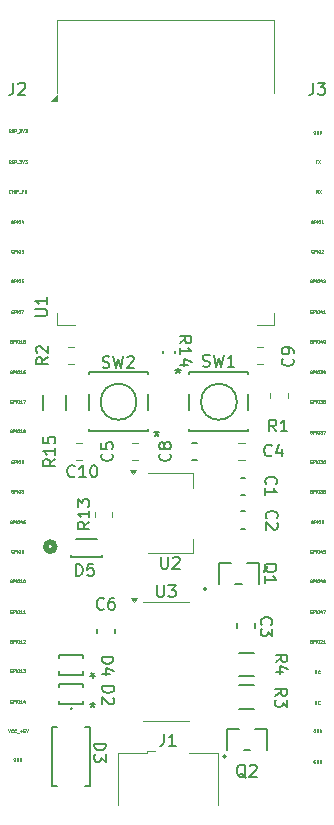
<source format=gbr>
%TF.GenerationSoftware,KiCad,Pcbnew,8.0.8*%
%TF.CreationDate,2025-02-25T12:41:36-05:00*%
%TF.ProjectId,pcb1,70636231-2e6b-4696-9361-645f70636258,rev?*%
%TF.SameCoordinates,Original*%
%TF.FileFunction,Legend,Top*%
%TF.FilePolarity,Positive*%
%FSLAX46Y46*%
G04 Gerber Fmt 4.6, Leading zero omitted, Abs format (unit mm)*
G04 Created by KiCad (PCBNEW 8.0.8) date 2025-02-25 12:41:36*
%MOMM*%
%LPD*%
G01*
G04 APERTURE LIST*
%ADD10C,0.038100*%
%ADD11C,0.150000*%
%ADD12C,0.152400*%
%ADD13C,0.120000*%
%ADD14C,0.508000*%
G04 APERTURE END LIST*
D10*
X101218588Y-49425028D02*
X101194398Y-49412933D01*
X101194398Y-49412933D02*
X101158112Y-49412933D01*
X101158112Y-49412933D02*
X101121826Y-49425028D01*
X101121826Y-49425028D02*
X101097636Y-49449218D01*
X101097636Y-49449218D02*
X101085541Y-49473409D01*
X101085541Y-49473409D02*
X101073445Y-49521790D01*
X101073445Y-49521790D02*
X101073445Y-49558076D01*
X101073445Y-49558076D02*
X101085541Y-49606457D01*
X101085541Y-49606457D02*
X101097636Y-49630647D01*
X101097636Y-49630647D02*
X101121826Y-49654838D01*
X101121826Y-49654838D02*
X101158112Y-49666933D01*
X101158112Y-49666933D02*
X101182303Y-49666933D01*
X101182303Y-49666933D02*
X101218588Y-49654838D01*
X101218588Y-49654838D02*
X101230684Y-49642742D01*
X101230684Y-49642742D02*
X101230684Y-49558076D01*
X101230684Y-49558076D02*
X101182303Y-49558076D01*
X101339541Y-49666933D02*
X101339541Y-49412933D01*
X101339541Y-49412933D02*
X101436303Y-49412933D01*
X101436303Y-49412933D02*
X101460493Y-49425028D01*
X101460493Y-49425028D02*
X101472588Y-49437123D01*
X101472588Y-49437123D02*
X101484684Y-49461314D01*
X101484684Y-49461314D02*
X101484684Y-49497599D01*
X101484684Y-49497599D02*
X101472588Y-49521790D01*
X101472588Y-49521790D02*
X101460493Y-49533885D01*
X101460493Y-49533885D02*
X101436303Y-49545980D01*
X101436303Y-49545980D02*
X101339541Y-49545980D01*
X101593541Y-49666933D02*
X101593541Y-49412933D01*
X101762874Y-49412933D02*
X101811255Y-49412933D01*
X101811255Y-49412933D02*
X101835445Y-49425028D01*
X101835445Y-49425028D02*
X101859636Y-49449218D01*
X101859636Y-49449218D02*
X101871731Y-49497599D01*
X101871731Y-49497599D02*
X101871731Y-49582266D01*
X101871731Y-49582266D02*
X101859636Y-49630647D01*
X101859636Y-49630647D02*
X101835445Y-49654838D01*
X101835445Y-49654838D02*
X101811255Y-49666933D01*
X101811255Y-49666933D02*
X101762874Y-49666933D01*
X101762874Y-49666933D02*
X101738683Y-49654838D01*
X101738683Y-49654838D02*
X101714493Y-49630647D01*
X101714493Y-49630647D02*
X101702397Y-49582266D01*
X101702397Y-49582266D02*
X101702397Y-49497599D01*
X101702397Y-49497599D02*
X101714493Y-49449218D01*
X101714493Y-49449218D02*
X101738683Y-49425028D01*
X101738683Y-49425028D02*
X101762874Y-49412933D01*
X102089445Y-49497599D02*
X102089445Y-49666933D01*
X102028969Y-49400838D02*
X101968492Y-49582266D01*
X101968492Y-49582266D02*
X102125731Y-49582266D01*
X126849255Y-44312933D02*
X126994398Y-44312933D01*
X126921826Y-44566933D02*
X126921826Y-44312933D01*
X127054874Y-44312933D02*
X127224208Y-44566933D01*
X127224208Y-44312933D02*
X127054874Y-44566933D01*
X101118588Y-59525028D02*
X101094398Y-59512933D01*
X101094398Y-59512933D02*
X101058112Y-59512933D01*
X101058112Y-59512933D02*
X101021826Y-59525028D01*
X101021826Y-59525028D02*
X100997636Y-59549218D01*
X100997636Y-59549218D02*
X100985541Y-59573409D01*
X100985541Y-59573409D02*
X100973445Y-59621790D01*
X100973445Y-59621790D02*
X100973445Y-59658076D01*
X100973445Y-59658076D02*
X100985541Y-59706457D01*
X100985541Y-59706457D02*
X100997636Y-59730647D01*
X100997636Y-59730647D02*
X101021826Y-59754838D01*
X101021826Y-59754838D02*
X101058112Y-59766933D01*
X101058112Y-59766933D02*
X101082303Y-59766933D01*
X101082303Y-59766933D02*
X101118588Y-59754838D01*
X101118588Y-59754838D02*
X101130684Y-59742742D01*
X101130684Y-59742742D02*
X101130684Y-59658076D01*
X101130684Y-59658076D02*
X101082303Y-59658076D01*
X101239541Y-59766933D02*
X101239541Y-59512933D01*
X101239541Y-59512933D02*
X101336303Y-59512933D01*
X101336303Y-59512933D02*
X101360493Y-59525028D01*
X101360493Y-59525028D02*
X101372588Y-59537123D01*
X101372588Y-59537123D02*
X101384684Y-59561314D01*
X101384684Y-59561314D02*
X101384684Y-59597599D01*
X101384684Y-59597599D02*
X101372588Y-59621790D01*
X101372588Y-59621790D02*
X101360493Y-59633885D01*
X101360493Y-59633885D02*
X101336303Y-59645980D01*
X101336303Y-59645980D02*
X101239541Y-59645980D01*
X101493541Y-59766933D02*
X101493541Y-59512933D01*
X101662874Y-59512933D02*
X101711255Y-59512933D01*
X101711255Y-59512933D02*
X101735445Y-59525028D01*
X101735445Y-59525028D02*
X101759636Y-59549218D01*
X101759636Y-59549218D02*
X101771731Y-59597599D01*
X101771731Y-59597599D02*
X101771731Y-59682266D01*
X101771731Y-59682266D02*
X101759636Y-59730647D01*
X101759636Y-59730647D02*
X101735445Y-59754838D01*
X101735445Y-59754838D02*
X101711255Y-59766933D01*
X101711255Y-59766933D02*
X101662874Y-59766933D01*
X101662874Y-59766933D02*
X101638683Y-59754838D01*
X101638683Y-59754838D02*
X101614493Y-59730647D01*
X101614493Y-59730647D02*
X101602397Y-59682266D01*
X101602397Y-59682266D02*
X101602397Y-59597599D01*
X101602397Y-59597599D02*
X101614493Y-59549218D01*
X101614493Y-59549218D02*
X101638683Y-59525028D01*
X101638683Y-59525028D02*
X101662874Y-59512933D01*
X102013635Y-59766933D02*
X101868492Y-59766933D01*
X101941064Y-59766933D02*
X101941064Y-59512933D01*
X101941064Y-59512933D02*
X101916873Y-59549218D01*
X101916873Y-59549218D02*
X101892683Y-59573409D01*
X101892683Y-59573409D02*
X101868492Y-59585504D01*
X102243445Y-59512933D02*
X102122493Y-59512933D01*
X102122493Y-59512933D02*
X102110397Y-59633885D01*
X102110397Y-59633885D02*
X102122493Y-59621790D01*
X102122493Y-59621790D02*
X102146683Y-59609695D01*
X102146683Y-59609695D02*
X102207159Y-59609695D01*
X102207159Y-59609695D02*
X102231350Y-59621790D01*
X102231350Y-59621790D02*
X102243445Y-59633885D01*
X102243445Y-59633885D02*
X102255540Y-59658076D01*
X102255540Y-59658076D02*
X102255540Y-59718552D01*
X102255540Y-59718552D02*
X102243445Y-59742742D01*
X102243445Y-59742742D02*
X102231350Y-59754838D01*
X102231350Y-59754838D02*
X102207159Y-59766933D01*
X102207159Y-59766933D02*
X102146683Y-59766933D01*
X102146683Y-59766933D02*
X102122493Y-59754838D01*
X102122493Y-59754838D02*
X102110397Y-59742742D01*
X126518588Y-82425028D02*
X126494398Y-82412933D01*
X126494398Y-82412933D02*
X126458112Y-82412933D01*
X126458112Y-82412933D02*
X126421826Y-82425028D01*
X126421826Y-82425028D02*
X126397636Y-82449218D01*
X126397636Y-82449218D02*
X126385541Y-82473409D01*
X126385541Y-82473409D02*
X126373445Y-82521790D01*
X126373445Y-82521790D02*
X126373445Y-82558076D01*
X126373445Y-82558076D02*
X126385541Y-82606457D01*
X126385541Y-82606457D02*
X126397636Y-82630647D01*
X126397636Y-82630647D02*
X126421826Y-82654838D01*
X126421826Y-82654838D02*
X126458112Y-82666933D01*
X126458112Y-82666933D02*
X126482303Y-82666933D01*
X126482303Y-82666933D02*
X126518588Y-82654838D01*
X126518588Y-82654838D02*
X126530684Y-82642742D01*
X126530684Y-82642742D02*
X126530684Y-82558076D01*
X126530684Y-82558076D02*
X126482303Y-82558076D01*
X126639541Y-82666933D02*
X126639541Y-82412933D01*
X126639541Y-82412933D02*
X126736303Y-82412933D01*
X126736303Y-82412933D02*
X126760493Y-82425028D01*
X126760493Y-82425028D02*
X126772588Y-82437123D01*
X126772588Y-82437123D02*
X126784684Y-82461314D01*
X126784684Y-82461314D02*
X126784684Y-82497599D01*
X126784684Y-82497599D02*
X126772588Y-82521790D01*
X126772588Y-82521790D02*
X126760493Y-82533885D01*
X126760493Y-82533885D02*
X126736303Y-82545980D01*
X126736303Y-82545980D02*
X126639541Y-82545980D01*
X126893541Y-82666933D02*
X126893541Y-82412933D01*
X127062874Y-82412933D02*
X127111255Y-82412933D01*
X127111255Y-82412933D02*
X127135445Y-82425028D01*
X127135445Y-82425028D02*
X127159636Y-82449218D01*
X127159636Y-82449218D02*
X127171731Y-82497599D01*
X127171731Y-82497599D02*
X127171731Y-82582266D01*
X127171731Y-82582266D02*
X127159636Y-82630647D01*
X127159636Y-82630647D02*
X127135445Y-82654838D01*
X127135445Y-82654838D02*
X127111255Y-82666933D01*
X127111255Y-82666933D02*
X127062874Y-82666933D01*
X127062874Y-82666933D02*
X127038683Y-82654838D01*
X127038683Y-82654838D02*
X127014493Y-82630647D01*
X127014493Y-82630647D02*
X127002397Y-82582266D01*
X127002397Y-82582266D02*
X127002397Y-82497599D01*
X127002397Y-82497599D02*
X127014493Y-82449218D01*
X127014493Y-82449218D02*
X127038683Y-82425028D01*
X127038683Y-82425028D02*
X127062874Y-82412933D01*
X127389445Y-82497599D02*
X127389445Y-82666933D01*
X127328969Y-82400838D02*
X127268492Y-82582266D01*
X127268492Y-82582266D02*
X127425731Y-82582266D01*
X127498302Y-82412933D02*
X127667636Y-82412933D01*
X127667636Y-82412933D02*
X127558778Y-82666933D01*
X100885541Y-44433885D02*
X100970207Y-44433885D01*
X101006493Y-44566933D02*
X100885541Y-44566933D01*
X100885541Y-44566933D02*
X100885541Y-44312933D01*
X100885541Y-44312933D02*
X101006493Y-44312933D01*
X101103255Y-44554838D02*
X101139541Y-44566933D01*
X101139541Y-44566933D02*
X101200017Y-44566933D01*
X101200017Y-44566933D02*
X101224208Y-44554838D01*
X101224208Y-44554838D02*
X101236303Y-44542742D01*
X101236303Y-44542742D02*
X101248398Y-44518552D01*
X101248398Y-44518552D02*
X101248398Y-44494361D01*
X101248398Y-44494361D02*
X101236303Y-44470171D01*
X101236303Y-44470171D02*
X101224208Y-44458076D01*
X101224208Y-44458076D02*
X101200017Y-44445980D01*
X101200017Y-44445980D02*
X101151636Y-44433885D01*
X101151636Y-44433885D02*
X101127446Y-44421790D01*
X101127446Y-44421790D02*
X101115351Y-44409695D01*
X101115351Y-44409695D02*
X101103255Y-44385504D01*
X101103255Y-44385504D02*
X101103255Y-44361314D01*
X101103255Y-44361314D02*
X101115351Y-44337123D01*
X101115351Y-44337123D02*
X101127446Y-44325028D01*
X101127446Y-44325028D02*
X101151636Y-44312933D01*
X101151636Y-44312933D02*
X101212113Y-44312933D01*
X101212113Y-44312933D02*
X101248398Y-44325028D01*
X101357256Y-44566933D02*
X101357256Y-44312933D01*
X101357256Y-44312933D02*
X101454018Y-44312933D01*
X101454018Y-44312933D02*
X101478208Y-44325028D01*
X101478208Y-44325028D02*
X101490303Y-44337123D01*
X101490303Y-44337123D02*
X101502399Y-44361314D01*
X101502399Y-44361314D02*
X101502399Y-44397599D01*
X101502399Y-44397599D02*
X101490303Y-44421790D01*
X101490303Y-44421790D02*
X101478208Y-44433885D01*
X101478208Y-44433885D02*
X101454018Y-44445980D01*
X101454018Y-44445980D02*
X101357256Y-44445980D01*
X101550780Y-44591123D02*
X101744303Y-44591123D01*
X101780589Y-44312933D02*
X101937827Y-44312933D01*
X101937827Y-44312933D02*
X101853161Y-44409695D01*
X101853161Y-44409695D02*
X101889446Y-44409695D01*
X101889446Y-44409695D02*
X101913637Y-44421790D01*
X101913637Y-44421790D02*
X101925732Y-44433885D01*
X101925732Y-44433885D02*
X101937827Y-44458076D01*
X101937827Y-44458076D02*
X101937827Y-44518552D01*
X101937827Y-44518552D02*
X101925732Y-44542742D01*
X101925732Y-44542742D02*
X101913637Y-44554838D01*
X101913637Y-44554838D02*
X101889446Y-44566933D01*
X101889446Y-44566933D02*
X101816875Y-44566933D01*
X101816875Y-44566933D02*
X101792684Y-44554838D01*
X101792684Y-44554838D02*
X101780589Y-44542742D01*
X102010399Y-44312933D02*
X102095066Y-44566933D01*
X102095066Y-44566933D02*
X102179732Y-44312933D01*
X102240208Y-44312933D02*
X102397446Y-44312933D01*
X102397446Y-44312933D02*
X102312780Y-44409695D01*
X102312780Y-44409695D02*
X102349065Y-44409695D01*
X102349065Y-44409695D02*
X102373256Y-44421790D01*
X102373256Y-44421790D02*
X102385351Y-44433885D01*
X102385351Y-44433885D02*
X102397446Y-44458076D01*
X102397446Y-44458076D02*
X102397446Y-44518552D01*
X102397446Y-44518552D02*
X102385351Y-44542742D01*
X102385351Y-44542742D02*
X102373256Y-44554838D01*
X102373256Y-44554838D02*
X102349065Y-44566933D01*
X102349065Y-44566933D02*
X102276494Y-44566933D01*
X102276494Y-44566933D02*
X102252303Y-44554838D01*
X102252303Y-44554838D02*
X102240208Y-44542742D01*
X126518588Y-67225028D02*
X126494398Y-67212933D01*
X126494398Y-67212933D02*
X126458112Y-67212933D01*
X126458112Y-67212933D02*
X126421826Y-67225028D01*
X126421826Y-67225028D02*
X126397636Y-67249218D01*
X126397636Y-67249218D02*
X126385541Y-67273409D01*
X126385541Y-67273409D02*
X126373445Y-67321790D01*
X126373445Y-67321790D02*
X126373445Y-67358076D01*
X126373445Y-67358076D02*
X126385541Y-67406457D01*
X126385541Y-67406457D02*
X126397636Y-67430647D01*
X126397636Y-67430647D02*
X126421826Y-67454838D01*
X126421826Y-67454838D02*
X126458112Y-67466933D01*
X126458112Y-67466933D02*
X126482303Y-67466933D01*
X126482303Y-67466933D02*
X126518588Y-67454838D01*
X126518588Y-67454838D02*
X126530684Y-67442742D01*
X126530684Y-67442742D02*
X126530684Y-67358076D01*
X126530684Y-67358076D02*
X126482303Y-67358076D01*
X126639541Y-67466933D02*
X126639541Y-67212933D01*
X126639541Y-67212933D02*
X126736303Y-67212933D01*
X126736303Y-67212933D02*
X126760493Y-67225028D01*
X126760493Y-67225028D02*
X126772588Y-67237123D01*
X126772588Y-67237123D02*
X126784684Y-67261314D01*
X126784684Y-67261314D02*
X126784684Y-67297599D01*
X126784684Y-67297599D02*
X126772588Y-67321790D01*
X126772588Y-67321790D02*
X126760493Y-67333885D01*
X126760493Y-67333885D02*
X126736303Y-67345980D01*
X126736303Y-67345980D02*
X126639541Y-67345980D01*
X126893541Y-67466933D02*
X126893541Y-67212933D01*
X127062874Y-67212933D02*
X127111255Y-67212933D01*
X127111255Y-67212933D02*
X127135445Y-67225028D01*
X127135445Y-67225028D02*
X127159636Y-67249218D01*
X127159636Y-67249218D02*
X127171731Y-67297599D01*
X127171731Y-67297599D02*
X127171731Y-67382266D01*
X127171731Y-67382266D02*
X127159636Y-67430647D01*
X127159636Y-67430647D02*
X127135445Y-67454838D01*
X127135445Y-67454838D02*
X127111255Y-67466933D01*
X127111255Y-67466933D02*
X127062874Y-67466933D01*
X127062874Y-67466933D02*
X127038683Y-67454838D01*
X127038683Y-67454838D02*
X127014493Y-67430647D01*
X127014493Y-67430647D02*
X127002397Y-67382266D01*
X127002397Y-67382266D02*
X127002397Y-67297599D01*
X127002397Y-67297599D02*
X127014493Y-67249218D01*
X127014493Y-67249218D02*
X127038683Y-67225028D01*
X127038683Y-67225028D02*
X127062874Y-67212933D01*
X127256397Y-67212933D02*
X127413635Y-67212933D01*
X127413635Y-67212933D02*
X127328969Y-67309695D01*
X127328969Y-67309695D02*
X127365254Y-67309695D01*
X127365254Y-67309695D02*
X127389445Y-67321790D01*
X127389445Y-67321790D02*
X127401540Y-67333885D01*
X127401540Y-67333885D02*
X127413635Y-67358076D01*
X127413635Y-67358076D02*
X127413635Y-67418552D01*
X127413635Y-67418552D02*
X127401540Y-67442742D01*
X127401540Y-67442742D02*
X127389445Y-67454838D01*
X127389445Y-67454838D02*
X127365254Y-67466933D01*
X127365254Y-67466933D02*
X127292683Y-67466933D01*
X127292683Y-67466933D02*
X127268492Y-67454838D01*
X127268492Y-67454838D02*
X127256397Y-67442742D01*
X127498302Y-67212933D02*
X127667636Y-67212933D01*
X127667636Y-67212933D02*
X127558778Y-67466933D01*
X126518588Y-57025028D02*
X126494398Y-57012933D01*
X126494398Y-57012933D02*
X126458112Y-57012933D01*
X126458112Y-57012933D02*
X126421826Y-57025028D01*
X126421826Y-57025028D02*
X126397636Y-57049218D01*
X126397636Y-57049218D02*
X126385541Y-57073409D01*
X126385541Y-57073409D02*
X126373445Y-57121790D01*
X126373445Y-57121790D02*
X126373445Y-57158076D01*
X126373445Y-57158076D02*
X126385541Y-57206457D01*
X126385541Y-57206457D02*
X126397636Y-57230647D01*
X126397636Y-57230647D02*
X126421826Y-57254838D01*
X126421826Y-57254838D02*
X126458112Y-57266933D01*
X126458112Y-57266933D02*
X126482303Y-57266933D01*
X126482303Y-57266933D02*
X126518588Y-57254838D01*
X126518588Y-57254838D02*
X126530684Y-57242742D01*
X126530684Y-57242742D02*
X126530684Y-57158076D01*
X126530684Y-57158076D02*
X126482303Y-57158076D01*
X126639541Y-57266933D02*
X126639541Y-57012933D01*
X126639541Y-57012933D02*
X126736303Y-57012933D01*
X126736303Y-57012933D02*
X126760493Y-57025028D01*
X126760493Y-57025028D02*
X126772588Y-57037123D01*
X126772588Y-57037123D02*
X126784684Y-57061314D01*
X126784684Y-57061314D02*
X126784684Y-57097599D01*
X126784684Y-57097599D02*
X126772588Y-57121790D01*
X126772588Y-57121790D02*
X126760493Y-57133885D01*
X126760493Y-57133885D02*
X126736303Y-57145980D01*
X126736303Y-57145980D02*
X126639541Y-57145980D01*
X126893541Y-57266933D02*
X126893541Y-57012933D01*
X127062874Y-57012933D02*
X127111255Y-57012933D01*
X127111255Y-57012933D02*
X127135445Y-57025028D01*
X127135445Y-57025028D02*
X127159636Y-57049218D01*
X127159636Y-57049218D02*
X127171731Y-57097599D01*
X127171731Y-57097599D02*
X127171731Y-57182266D01*
X127171731Y-57182266D02*
X127159636Y-57230647D01*
X127159636Y-57230647D02*
X127135445Y-57254838D01*
X127135445Y-57254838D02*
X127111255Y-57266933D01*
X127111255Y-57266933D02*
X127062874Y-57266933D01*
X127062874Y-57266933D02*
X127038683Y-57254838D01*
X127038683Y-57254838D02*
X127014493Y-57230647D01*
X127014493Y-57230647D02*
X127002397Y-57182266D01*
X127002397Y-57182266D02*
X127002397Y-57097599D01*
X127002397Y-57097599D02*
X127014493Y-57049218D01*
X127014493Y-57049218D02*
X127038683Y-57025028D01*
X127038683Y-57025028D02*
X127062874Y-57012933D01*
X127389445Y-57097599D02*
X127389445Y-57266933D01*
X127328969Y-57000838D02*
X127268492Y-57182266D01*
X127268492Y-57182266D02*
X127425731Y-57182266D01*
X127655540Y-57266933D02*
X127510397Y-57266933D01*
X127582969Y-57266933D02*
X127582969Y-57012933D01*
X127582969Y-57012933D02*
X127558778Y-57049218D01*
X127558778Y-57049218D02*
X127534588Y-57073409D01*
X127534588Y-57073409D02*
X127510397Y-57085504D01*
X126618588Y-49425028D02*
X126594398Y-49412933D01*
X126594398Y-49412933D02*
X126558112Y-49412933D01*
X126558112Y-49412933D02*
X126521826Y-49425028D01*
X126521826Y-49425028D02*
X126497636Y-49449218D01*
X126497636Y-49449218D02*
X126485541Y-49473409D01*
X126485541Y-49473409D02*
X126473445Y-49521790D01*
X126473445Y-49521790D02*
X126473445Y-49558076D01*
X126473445Y-49558076D02*
X126485541Y-49606457D01*
X126485541Y-49606457D02*
X126497636Y-49630647D01*
X126497636Y-49630647D02*
X126521826Y-49654838D01*
X126521826Y-49654838D02*
X126558112Y-49666933D01*
X126558112Y-49666933D02*
X126582303Y-49666933D01*
X126582303Y-49666933D02*
X126618588Y-49654838D01*
X126618588Y-49654838D02*
X126630684Y-49642742D01*
X126630684Y-49642742D02*
X126630684Y-49558076D01*
X126630684Y-49558076D02*
X126582303Y-49558076D01*
X126739541Y-49666933D02*
X126739541Y-49412933D01*
X126739541Y-49412933D02*
X126836303Y-49412933D01*
X126836303Y-49412933D02*
X126860493Y-49425028D01*
X126860493Y-49425028D02*
X126872588Y-49437123D01*
X126872588Y-49437123D02*
X126884684Y-49461314D01*
X126884684Y-49461314D02*
X126884684Y-49497599D01*
X126884684Y-49497599D02*
X126872588Y-49521790D01*
X126872588Y-49521790D02*
X126860493Y-49533885D01*
X126860493Y-49533885D02*
X126836303Y-49545980D01*
X126836303Y-49545980D02*
X126739541Y-49545980D01*
X126993541Y-49666933D02*
X126993541Y-49412933D01*
X127162874Y-49412933D02*
X127211255Y-49412933D01*
X127211255Y-49412933D02*
X127235445Y-49425028D01*
X127235445Y-49425028D02*
X127259636Y-49449218D01*
X127259636Y-49449218D02*
X127271731Y-49497599D01*
X127271731Y-49497599D02*
X127271731Y-49582266D01*
X127271731Y-49582266D02*
X127259636Y-49630647D01*
X127259636Y-49630647D02*
X127235445Y-49654838D01*
X127235445Y-49654838D02*
X127211255Y-49666933D01*
X127211255Y-49666933D02*
X127162874Y-49666933D01*
X127162874Y-49666933D02*
X127138683Y-49654838D01*
X127138683Y-49654838D02*
X127114493Y-49630647D01*
X127114493Y-49630647D02*
X127102397Y-49582266D01*
X127102397Y-49582266D02*
X127102397Y-49497599D01*
X127102397Y-49497599D02*
X127114493Y-49449218D01*
X127114493Y-49449218D02*
X127138683Y-49425028D01*
X127138683Y-49425028D02*
X127162874Y-49412933D01*
X127513635Y-49666933D02*
X127368492Y-49666933D01*
X127441064Y-49666933D02*
X127441064Y-49412933D01*
X127441064Y-49412933D02*
X127416873Y-49449218D01*
X127416873Y-49449218D02*
X127392683Y-49473409D01*
X127392683Y-49473409D02*
X127368492Y-49485504D01*
X100885541Y-41833885D02*
X100970207Y-41833885D01*
X101006493Y-41966933D02*
X100885541Y-41966933D01*
X100885541Y-41966933D02*
X100885541Y-41712933D01*
X100885541Y-41712933D02*
X101006493Y-41712933D01*
X101103255Y-41954838D02*
X101139541Y-41966933D01*
X101139541Y-41966933D02*
X101200017Y-41966933D01*
X101200017Y-41966933D02*
X101224208Y-41954838D01*
X101224208Y-41954838D02*
X101236303Y-41942742D01*
X101236303Y-41942742D02*
X101248398Y-41918552D01*
X101248398Y-41918552D02*
X101248398Y-41894361D01*
X101248398Y-41894361D02*
X101236303Y-41870171D01*
X101236303Y-41870171D02*
X101224208Y-41858076D01*
X101224208Y-41858076D02*
X101200017Y-41845980D01*
X101200017Y-41845980D02*
X101151636Y-41833885D01*
X101151636Y-41833885D02*
X101127446Y-41821790D01*
X101127446Y-41821790D02*
X101115351Y-41809695D01*
X101115351Y-41809695D02*
X101103255Y-41785504D01*
X101103255Y-41785504D02*
X101103255Y-41761314D01*
X101103255Y-41761314D02*
X101115351Y-41737123D01*
X101115351Y-41737123D02*
X101127446Y-41725028D01*
X101127446Y-41725028D02*
X101151636Y-41712933D01*
X101151636Y-41712933D02*
X101212113Y-41712933D01*
X101212113Y-41712933D02*
X101248398Y-41725028D01*
X101357256Y-41966933D02*
X101357256Y-41712933D01*
X101357256Y-41712933D02*
X101454018Y-41712933D01*
X101454018Y-41712933D02*
X101478208Y-41725028D01*
X101478208Y-41725028D02*
X101490303Y-41737123D01*
X101490303Y-41737123D02*
X101502399Y-41761314D01*
X101502399Y-41761314D02*
X101502399Y-41797599D01*
X101502399Y-41797599D02*
X101490303Y-41821790D01*
X101490303Y-41821790D02*
X101478208Y-41833885D01*
X101478208Y-41833885D02*
X101454018Y-41845980D01*
X101454018Y-41845980D02*
X101357256Y-41845980D01*
X101550780Y-41991123D02*
X101744303Y-41991123D01*
X101780589Y-41712933D02*
X101937827Y-41712933D01*
X101937827Y-41712933D02*
X101853161Y-41809695D01*
X101853161Y-41809695D02*
X101889446Y-41809695D01*
X101889446Y-41809695D02*
X101913637Y-41821790D01*
X101913637Y-41821790D02*
X101925732Y-41833885D01*
X101925732Y-41833885D02*
X101937827Y-41858076D01*
X101937827Y-41858076D02*
X101937827Y-41918552D01*
X101937827Y-41918552D02*
X101925732Y-41942742D01*
X101925732Y-41942742D02*
X101913637Y-41954838D01*
X101913637Y-41954838D02*
X101889446Y-41966933D01*
X101889446Y-41966933D02*
X101816875Y-41966933D01*
X101816875Y-41966933D02*
X101792684Y-41954838D01*
X101792684Y-41954838D02*
X101780589Y-41942742D01*
X102010399Y-41712933D02*
X102095066Y-41966933D01*
X102095066Y-41966933D02*
X102179732Y-41712933D01*
X102240208Y-41712933D02*
X102397446Y-41712933D01*
X102397446Y-41712933D02*
X102312780Y-41809695D01*
X102312780Y-41809695D02*
X102349065Y-41809695D01*
X102349065Y-41809695D02*
X102373256Y-41821790D01*
X102373256Y-41821790D02*
X102385351Y-41833885D01*
X102385351Y-41833885D02*
X102397446Y-41858076D01*
X102397446Y-41858076D02*
X102397446Y-41918552D01*
X102397446Y-41918552D02*
X102385351Y-41942742D01*
X102385351Y-41942742D02*
X102373256Y-41954838D01*
X102373256Y-41954838D02*
X102349065Y-41966933D01*
X102349065Y-41966933D02*
X102276494Y-41966933D01*
X102276494Y-41966933D02*
X102252303Y-41954838D01*
X102252303Y-41954838D02*
X102240208Y-41942742D01*
X101118588Y-62125028D02*
X101094398Y-62112933D01*
X101094398Y-62112933D02*
X101058112Y-62112933D01*
X101058112Y-62112933D02*
X101021826Y-62125028D01*
X101021826Y-62125028D02*
X100997636Y-62149218D01*
X100997636Y-62149218D02*
X100985541Y-62173409D01*
X100985541Y-62173409D02*
X100973445Y-62221790D01*
X100973445Y-62221790D02*
X100973445Y-62258076D01*
X100973445Y-62258076D02*
X100985541Y-62306457D01*
X100985541Y-62306457D02*
X100997636Y-62330647D01*
X100997636Y-62330647D02*
X101021826Y-62354838D01*
X101021826Y-62354838D02*
X101058112Y-62366933D01*
X101058112Y-62366933D02*
X101082303Y-62366933D01*
X101082303Y-62366933D02*
X101118588Y-62354838D01*
X101118588Y-62354838D02*
X101130684Y-62342742D01*
X101130684Y-62342742D02*
X101130684Y-62258076D01*
X101130684Y-62258076D02*
X101082303Y-62258076D01*
X101239541Y-62366933D02*
X101239541Y-62112933D01*
X101239541Y-62112933D02*
X101336303Y-62112933D01*
X101336303Y-62112933D02*
X101360493Y-62125028D01*
X101360493Y-62125028D02*
X101372588Y-62137123D01*
X101372588Y-62137123D02*
X101384684Y-62161314D01*
X101384684Y-62161314D02*
X101384684Y-62197599D01*
X101384684Y-62197599D02*
X101372588Y-62221790D01*
X101372588Y-62221790D02*
X101360493Y-62233885D01*
X101360493Y-62233885D02*
X101336303Y-62245980D01*
X101336303Y-62245980D02*
X101239541Y-62245980D01*
X101493541Y-62366933D02*
X101493541Y-62112933D01*
X101662874Y-62112933D02*
X101711255Y-62112933D01*
X101711255Y-62112933D02*
X101735445Y-62125028D01*
X101735445Y-62125028D02*
X101759636Y-62149218D01*
X101759636Y-62149218D02*
X101771731Y-62197599D01*
X101771731Y-62197599D02*
X101771731Y-62282266D01*
X101771731Y-62282266D02*
X101759636Y-62330647D01*
X101759636Y-62330647D02*
X101735445Y-62354838D01*
X101735445Y-62354838D02*
X101711255Y-62366933D01*
X101711255Y-62366933D02*
X101662874Y-62366933D01*
X101662874Y-62366933D02*
X101638683Y-62354838D01*
X101638683Y-62354838D02*
X101614493Y-62330647D01*
X101614493Y-62330647D02*
X101602397Y-62282266D01*
X101602397Y-62282266D02*
X101602397Y-62197599D01*
X101602397Y-62197599D02*
X101614493Y-62149218D01*
X101614493Y-62149218D02*
X101638683Y-62125028D01*
X101638683Y-62125028D02*
X101662874Y-62112933D01*
X102013635Y-62366933D02*
X101868492Y-62366933D01*
X101941064Y-62366933D02*
X101941064Y-62112933D01*
X101941064Y-62112933D02*
X101916873Y-62149218D01*
X101916873Y-62149218D02*
X101892683Y-62173409D01*
X101892683Y-62173409D02*
X101868492Y-62185504D01*
X102231350Y-62112933D02*
X102182969Y-62112933D01*
X102182969Y-62112933D02*
X102158778Y-62125028D01*
X102158778Y-62125028D02*
X102146683Y-62137123D01*
X102146683Y-62137123D02*
X102122493Y-62173409D01*
X102122493Y-62173409D02*
X102110397Y-62221790D01*
X102110397Y-62221790D02*
X102110397Y-62318552D01*
X102110397Y-62318552D02*
X102122493Y-62342742D01*
X102122493Y-62342742D02*
X102134588Y-62354838D01*
X102134588Y-62354838D02*
X102158778Y-62366933D01*
X102158778Y-62366933D02*
X102207159Y-62366933D01*
X102207159Y-62366933D02*
X102231350Y-62354838D01*
X102231350Y-62354838D02*
X102243445Y-62342742D01*
X102243445Y-62342742D02*
X102255540Y-62318552D01*
X102255540Y-62318552D02*
X102255540Y-62258076D01*
X102255540Y-62258076D02*
X102243445Y-62233885D01*
X102243445Y-62233885D02*
X102231350Y-62221790D01*
X102231350Y-62221790D02*
X102207159Y-62209695D01*
X102207159Y-62209695D02*
X102158778Y-62209695D01*
X102158778Y-62209695D02*
X102134588Y-62221790D01*
X102134588Y-62221790D02*
X102122493Y-62233885D01*
X102122493Y-62233885D02*
X102110397Y-62258076D01*
X101118588Y-84925028D02*
X101094398Y-84912933D01*
X101094398Y-84912933D02*
X101058112Y-84912933D01*
X101058112Y-84912933D02*
X101021826Y-84925028D01*
X101021826Y-84925028D02*
X100997636Y-84949218D01*
X100997636Y-84949218D02*
X100985541Y-84973409D01*
X100985541Y-84973409D02*
X100973445Y-85021790D01*
X100973445Y-85021790D02*
X100973445Y-85058076D01*
X100973445Y-85058076D02*
X100985541Y-85106457D01*
X100985541Y-85106457D02*
X100997636Y-85130647D01*
X100997636Y-85130647D02*
X101021826Y-85154838D01*
X101021826Y-85154838D02*
X101058112Y-85166933D01*
X101058112Y-85166933D02*
X101082303Y-85166933D01*
X101082303Y-85166933D02*
X101118588Y-85154838D01*
X101118588Y-85154838D02*
X101130684Y-85142742D01*
X101130684Y-85142742D02*
X101130684Y-85058076D01*
X101130684Y-85058076D02*
X101082303Y-85058076D01*
X101239541Y-85166933D02*
X101239541Y-84912933D01*
X101239541Y-84912933D02*
X101336303Y-84912933D01*
X101336303Y-84912933D02*
X101360493Y-84925028D01*
X101360493Y-84925028D02*
X101372588Y-84937123D01*
X101372588Y-84937123D02*
X101384684Y-84961314D01*
X101384684Y-84961314D02*
X101384684Y-84997599D01*
X101384684Y-84997599D02*
X101372588Y-85021790D01*
X101372588Y-85021790D02*
X101360493Y-85033885D01*
X101360493Y-85033885D02*
X101336303Y-85045980D01*
X101336303Y-85045980D02*
X101239541Y-85045980D01*
X101493541Y-85166933D02*
X101493541Y-84912933D01*
X101662874Y-84912933D02*
X101711255Y-84912933D01*
X101711255Y-84912933D02*
X101735445Y-84925028D01*
X101735445Y-84925028D02*
X101759636Y-84949218D01*
X101759636Y-84949218D02*
X101771731Y-84997599D01*
X101771731Y-84997599D02*
X101771731Y-85082266D01*
X101771731Y-85082266D02*
X101759636Y-85130647D01*
X101759636Y-85130647D02*
X101735445Y-85154838D01*
X101735445Y-85154838D02*
X101711255Y-85166933D01*
X101711255Y-85166933D02*
X101662874Y-85166933D01*
X101662874Y-85166933D02*
X101638683Y-85154838D01*
X101638683Y-85154838D02*
X101614493Y-85130647D01*
X101614493Y-85130647D02*
X101602397Y-85082266D01*
X101602397Y-85082266D02*
X101602397Y-84997599D01*
X101602397Y-84997599D02*
X101614493Y-84949218D01*
X101614493Y-84949218D02*
X101638683Y-84925028D01*
X101638683Y-84925028D02*
X101662874Y-84912933D01*
X102013635Y-85166933D02*
X101868492Y-85166933D01*
X101941064Y-85166933D02*
X101941064Y-84912933D01*
X101941064Y-84912933D02*
X101916873Y-84949218D01*
X101916873Y-84949218D02*
X101892683Y-84973409D01*
X101892683Y-84973409D02*
X101868492Y-84985504D01*
X102110397Y-84937123D02*
X102122493Y-84925028D01*
X102122493Y-84925028D02*
X102146683Y-84912933D01*
X102146683Y-84912933D02*
X102207159Y-84912933D01*
X102207159Y-84912933D02*
X102231350Y-84925028D01*
X102231350Y-84925028D02*
X102243445Y-84937123D01*
X102243445Y-84937123D02*
X102255540Y-84961314D01*
X102255540Y-84961314D02*
X102255540Y-84985504D01*
X102255540Y-84985504D02*
X102243445Y-85021790D01*
X102243445Y-85021790D02*
X102098302Y-85166933D01*
X102098302Y-85166933D02*
X102255540Y-85166933D01*
X126518588Y-64625028D02*
X126494398Y-64612933D01*
X126494398Y-64612933D02*
X126458112Y-64612933D01*
X126458112Y-64612933D02*
X126421826Y-64625028D01*
X126421826Y-64625028D02*
X126397636Y-64649218D01*
X126397636Y-64649218D02*
X126385541Y-64673409D01*
X126385541Y-64673409D02*
X126373445Y-64721790D01*
X126373445Y-64721790D02*
X126373445Y-64758076D01*
X126373445Y-64758076D02*
X126385541Y-64806457D01*
X126385541Y-64806457D02*
X126397636Y-64830647D01*
X126397636Y-64830647D02*
X126421826Y-64854838D01*
X126421826Y-64854838D02*
X126458112Y-64866933D01*
X126458112Y-64866933D02*
X126482303Y-64866933D01*
X126482303Y-64866933D02*
X126518588Y-64854838D01*
X126518588Y-64854838D02*
X126530684Y-64842742D01*
X126530684Y-64842742D02*
X126530684Y-64758076D01*
X126530684Y-64758076D02*
X126482303Y-64758076D01*
X126639541Y-64866933D02*
X126639541Y-64612933D01*
X126639541Y-64612933D02*
X126736303Y-64612933D01*
X126736303Y-64612933D02*
X126760493Y-64625028D01*
X126760493Y-64625028D02*
X126772588Y-64637123D01*
X126772588Y-64637123D02*
X126784684Y-64661314D01*
X126784684Y-64661314D02*
X126784684Y-64697599D01*
X126784684Y-64697599D02*
X126772588Y-64721790D01*
X126772588Y-64721790D02*
X126760493Y-64733885D01*
X126760493Y-64733885D02*
X126736303Y-64745980D01*
X126736303Y-64745980D02*
X126639541Y-64745980D01*
X126893541Y-64866933D02*
X126893541Y-64612933D01*
X127062874Y-64612933D02*
X127111255Y-64612933D01*
X127111255Y-64612933D02*
X127135445Y-64625028D01*
X127135445Y-64625028D02*
X127159636Y-64649218D01*
X127159636Y-64649218D02*
X127171731Y-64697599D01*
X127171731Y-64697599D02*
X127171731Y-64782266D01*
X127171731Y-64782266D02*
X127159636Y-64830647D01*
X127159636Y-64830647D02*
X127135445Y-64854838D01*
X127135445Y-64854838D02*
X127111255Y-64866933D01*
X127111255Y-64866933D02*
X127062874Y-64866933D01*
X127062874Y-64866933D02*
X127038683Y-64854838D01*
X127038683Y-64854838D02*
X127014493Y-64830647D01*
X127014493Y-64830647D02*
X127002397Y-64782266D01*
X127002397Y-64782266D02*
X127002397Y-64697599D01*
X127002397Y-64697599D02*
X127014493Y-64649218D01*
X127014493Y-64649218D02*
X127038683Y-64625028D01*
X127038683Y-64625028D02*
X127062874Y-64612933D01*
X127256397Y-64612933D02*
X127413635Y-64612933D01*
X127413635Y-64612933D02*
X127328969Y-64709695D01*
X127328969Y-64709695D02*
X127365254Y-64709695D01*
X127365254Y-64709695D02*
X127389445Y-64721790D01*
X127389445Y-64721790D02*
X127401540Y-64733885D01*
X127401540Y-64733885D02*
X127413635Y-64758076D01*
X127413635Y-64758076D02*
X127413635Y-64818552D01*
X127413635Y-64818552D02*
X127401540Y-64842742D01*
X127401540Y-64842742D02*
X127389445Y-64854838D01*
X127389445Y-64854838D02*
X127365254Y-64866933D01*
X127365254Y-64866933D02*
X127292683Y-64866933D01*
X127292683Y-64866933D02*
X127268492Y-64854838D01*
X127268492Y-64854838D02*
X127256397Y-64842742D01*
X127558778Y-64721790D02*
X127534588Y-64709695D01*
X127534588Y-64709695D02*
X127522493Y-64697599D01*
X127522493Y-64697599D02*
X127510397Y-64673409D01*
X127510397Y-64673409D02*
X127510397Y-64661314D01*
X127510397Y-64661314D02*
X127522493Y-64637123D01*
X127522493Y-64637123D02*
X127534588Y-64625028D01*
X127534588Y-64625028D02*
X127558778Y-64612933D01*
X127558778Y-64612933D02*
X127607159Y-64612933D01*
X127607159Y-64612933D02*
X127631350Y-64625028D01*
X127631350Y-64625028D02*
X127643445Y-64637123D01*
X127643445Y-64637123D02*
X127655540Y-64661314D01*
X127655540Y-64661314D02*
X127655540Y-64673409D01*
X127655540Y-64673409D02*
X127643445Y-64697599D01*
X127643445Y-64697599D02*
X127631350Y-64709695D01*
X127631350Y-64709695D02*
X127607159Y-64721790D01*
X127607159Y-64721790D02*
X127558778Y-64721790D01*
X127558778Y-64721790D02*
X127534588Y-64733885D01*
X127534588Y-64733885D02*
X127522493Y-64745980D01*
X127522493Y-64745980D02*
X127510397Y-64770171D01*
X127510397Y-64770171D02*
X127510397Y-64818552D01*
X127510397Y-64818552D02*
X127522493Y-64842742D01*
X127522493Y-64842742D02*
X127534588Y-64854838D01*
X127534588Y-64854838D02*
X127558778Y-64866933D01*
X127558778Y-64866933D02*
X127607159Y-64866933D01*
X127607159Y-64866933D02*
X127631350Y-64854838D01*
X127631350Y-64854838D02*
X127643445Y-64842742D01*
X127643445Y-64842742D02*
X127655540Y-64818552D01*
X127655540Y-64818552D02*
X127655540Y-64770171D01*
X127655540Y-64770171D02*
X127643445Y-64745980D01*
X127643445Y-64745980D02*
X127631350Y-64733885D01*
X127631350Y-64733885D02*
X127607159Y-64721790D01*
X126518588Y-84925028D02*
X126494398Y-84912933D01*
X126494398Y-84912933D02*
X126458112Y-84912933D01*
X126458112Y-84912933D02*
X126421826Y-84925028D01*
X126421826Y-84925028D02*
X126397636Y-84949218D01*
X126397636Y-84949218D02*
X126385541Y-84973409D01*
X126385541Y-84973409D02*
X126373445Y-85021790D01*
X126373445Y-85021790D02*
X126373445Y-85058076D01*
X126373445Y-85058076D02*
X126385541Y-85106457D01*
X126385541Y-85106457D02*
X126397636Y-85130647D01*
X126397636Y-85130647D02*
X126421826Y-85154838D01*
X126421826Y-85154838D02*
X126458112Y-85166933D01*
X126458112Y-85166933D02*
X126482303Y-85166933D01*
X126482303Y-85166933D02*
X126518588Y-85154838D01*
X126518588Y-85154838D02*
X126530684Y-85142742D01*
X126530684Y-85142742D02*
X126530684Y-85058076D01*
X126530684Y-85058076D02*
X126482303Y-85058076D01*
X126639541Y-85166933D02*
X126639541Y-84912933D01*
X126639541Y-84912933D02*
X126736303Y-84912933D01*
X126736303Y-84912933D02*
X126760493Y-84925028D01*
X126760493Y-84925028D02*
X126772588Y-84937123D01*
X126772588Y-84937123D02*
X126784684Y-84961314D01*
X126784684Y-84961314D02*
X126784684Y-84997599D01*
X126784684Y-84997599D02*
X126772588Y-85021790D01*
X126772588Y-85021790D02*
X126760493Y-85033885D01*
X126760493Y-85033885D02*
X126736303Y-85045980D01*
X126736303Y-85045980D02*
X126639541Y-85045980D01*
X126893541Y-85166933D02*
X126893541Y-84912933D01*
X127062874Y-84912933D02*
X127111255Y-84912933D01*
X127111255Y-84912933D02*
X127135445Y-84925028D01*
X127135445Y-84925028D02*
X127159636Y-84949218D01*
X127159636Y-84949218D02*
X127171731Y-84997599D01*
X127171731Y-84997599D02*
X127171731Y-85082266D01*
X127171731Y-85082266D02*
X127159636Y-85130647D01*
X127159636Y-85130647D02*
X127135445Y-85154838D01*
X127135445Y-85154838D02*
X127111255Y-85166933D01*
X127111255Y-85166933D02*
X127062874Y-85166933D01*
X127062874Y-85166933D02*
X127038683Y-85154838D01*
X127038683Y-85154838D02*
X127014493Y-85130647D01*
X127014493Y-85130647D02*
X127002397Y-85082266D01*
X127002397Y-85082266D02*
X127002397Y-84997599D01*
X127002397Y-84997599D02*
X127014493Y-84949218D01*
X127014493Y-84949218D02*
X127038683Y-84925028D01*
X127038683Y-84925028D02*
X127062874Y-84912933D01*
X127268492Y-84937123D02*
X127280588Y-84925028D01*
X127280588Y-84925028D02*
X127304778Y-84912933D01*
X127304778Y-84912933D02*
X127365254Y-84912933D01*
X127365254Y-84912933D02*
X127389445Y-84925028D01*
X127389445Y-84925028D02*
X127401540Y-84937123D01*
X127401540Y-84937123D02*
X127413635Y-84961314D01*
X127413635Y-84961314D02*
X127413635Y-84985504D01*
X127413635Y-84985504D02*
X127401540Y-85021790D01*
X127401540Y-85021790D02*
X127256397Y-85166933D01*
X127256397Y-85166933D02*
X127413635Y-85166933D01*
X127655540Y-85166933D02*
X127510397Y-85166933D01*
X127582969Y-85166933D02*
X127582969Y-84912933D01*
X127582969Y-84912933D02*
X127558778Y-84949218D01*
X127558778Y-84949218D02*
X127534588Y-84973409D01*
X127534588Y-84973409D02*
X127510397Y-84985504D01*
X100849255Y-92512933D02*
X100933922Y-92766933D01*
X100933922Y-92766933D02*
X101018588Y-92512933D01*
X101248398Y-92742742D02*
X101236302Y-92754838D01*
X101236302Y-92754838D02*
X101200017Y-92766933D01*
X101200017Y-92766933D02*
X101175826Y-92766933D01*
X101175826Y-92766933D02*
X101139540Y-92754838D01*
X101139540Y-92754838D02*
X101115350Y-92730647D01*
X101115350Y-92730647D02*
X101103255Y-92706457D01*
X101103255Y-92706457D02*
X101091159Y-92658076D01*
X101091159Y-92658076D02*
X101091159Y-92621790D01*
X101091159Y-92621790D02*
X101103255Y-92573409D01*
X101103255Y-92573409D02*
X101115350Y-92549218D01*
X101115350Y-92549218D02*
X101139540Y-92525028D01*
X101139540Y-92525028D02*
X101175826Y-92512933D01*
X101175826Y-92512933D02*
X101200017Y-92512933D01*
X101200017Y-92512933D02*
X101236302Y-92525028D01*
X101236302Y-92525028D02*
X101248398Y-92537123D01*
X101502398Y-92742742D02*
X101490302Y-92754838D01*
X101490302Y-92754838D02*
X101454017Y-92766933D01*
X101454017Y-92766933D02*
X101429826Y-92766933D01*
X101429826Y-92766933D02*
X101393540Y-92754838D01*
X101393540Y-92754838D02*
X101369350Y-92730647D01*
X101369350Y-92730647D02*
X101357255Y-92706457D01*
X101357255Y-92706457D02*
X101345159Y-92658076D01*
X101345159Y-92658076D02*
X101345159Y-92621790D01*
X101345159Y-92621790D02*
X101357255Y-92573409D01*
X101357255Y-92573409D02*
X101369350Y-92549218D01*
X101369350Y-92549218D02*
X101393540Y-92525028D01*
X101393540Y-92525028D02*
X101429826Y-92512933D01*
X101429826Y-92512933D02*
X101454017Y-92512933D01*
X101454017Y-92512933D02*
X101490302Y-92525028D01*
X101490302Y-92525028D02*
X101502398Y-92537123D01*
X101550779Y-92791123D02*
X101744302Y-92791123D01*
X101804779Y-92670171D02*
X101998303Y-92670171D01*
X101901541Y-92766933D02*
X101901541Y-92573409D01*
X102240207Y-92512933D02*
X102119255Y-92512933D01*
X102119255Y-92512933D02*
X102107159Y-92633885D01*
X102107159Y-92633885D02*
X102119255Y-92621790D01*
X102119255Y-92621790D02*
X102143445Y-92609695D01*
X102143445Y-92609695D02*
X102203921Y-92609695D01*
X102203921Y-92609695D02*
X102228112Y-92621790D01*
X102228112Y-92621790D02*
X102240207Y-92633885D01*
X102240207Y-92633885D02*
X102252302Y-92658076D01*
X102252302Y-92658076D02*
X102252302Y-92718552D01*
X102252302Y-92718552D02*
X102240207Y-92742742D01*
X102240207Y-92742742D02*
X102228112Y-92754838D01*
X102228112Y-92754838D02*
X102203921Y-92766933D01*
X102203921Y-92766933D02*
X102143445Y-92766933D01*
X102143445Y-92766933D02*
X102119255Y-92754838D01*
X102119255Y-92754838D02*
X102107159Y-92742742D01*
X102324874Y-92512933D02*
X102409541Y-92766933D01*
X102409541Y-92766933D02*
X102494207Y-92512933D01*
X126618588Y-74825028D02*
X126594398Y-74812933D01*
X126594398Y-74812933D02*
X126558112Y-74812933D01*
X126558112Y-74812933D02*
X126521826Y-74825028D01*
X126521826Y-74825028D02*
X126497636Y-74849218D01*
X126497636Y-74849218D02*
X126485541Y-74873409D01*
X126485541Y-74873409D02*
X126473445Y-74921790D01*
X126473445Y-74921790D02*
X126473445Y-74958076D01*
X126473445Y-74958076D02*
X126485541Y-75006457D01*
X126485541Y-75006457D02*
X126497636Y-75030647D01*
X126497636Y-75030647D02*
X126521826Y-75054838D01*
X126521826Y-75054838D02*
X126558112Y-75066933D01*
X126558112Y-75066933D02*
X126582303Y-75066933D01*
X126582303Y-75066933D02*
X126618588Y-75054838D01*
X126618588Y-75054838D02*
X126630684Y-75042742D01*
X126630684Y-75042742D02*
X126630684Y-74958076D01*
X126630684Y-74958076D02*
X126582303Y-74958076D01*
X126739541Y-75066933D02*
X126739541Y-74812933D01*
X126739541Y-74812933D02*
X126836303Y-74812933D01*
X126836303Y-74812933D02*
X126860493Y-74825028D01*
X126860493Y-74825028D02*
X126872588Y-74837123D01*
X126872588Y-74837123D02*
X126884684Y-74861314D01*
X126884684Y-74861314D02*
X126884684Y-74897599D01*
X126884684Y-74897599D02*
X126872588Y-74921790D01*
X126872588Y-74921790D02*
X126860493Y-74933885D01*
X126860493Y-74933885D02*
X126836303Y-74945980D01*
X126836303Y-74945980D02*
X126739541Y-74945980D01*
X126993541Y-75066933D02*
X126993541Y-74812933D01*
X127162874Y-74812933D02*
X127211255Y-74812933D01*
X127211255Y-74812933D02*
X127235445Y-74825028D01*
X127235445Y-74825028D02*
X127259636Y-74849218D01*
X127259636Y-74849218D02*
X127271731Y-74897599D01*
X127271731Y-74897599D02*
X127271731Y-74982266D01*
X127271731Y-74982266D02*
X127259636Y-75030647D01*
X127259636Y-75030647D02*
X127235445Y-75054838D01*
X127235445Y-75054838D02*
X127211255Y-75066933D01*
X127211255Y-75066933D02*
X127162874Y-75066933D01*
X127162874Y-75066933D02*
X127138683Y-75054838D01*
X127138683Y-75054838D02*
X127114493Y-75030647D01*
X127114493Y-75030647D02*
X127102397Y-74982266D01*
X127102397Y-74982266D02*
X127102397Y-74897599D01*
X127102397Y-74897599D02*
X127114493Y-74849218D01*
X127114493Y-74849218D02*
X127138683Y-74825028D01*
X127138683Y-74825028D02*
X127162874Y-74812933D01*
X127428969Y-74812933D02*
X127453159Y-74812933D01*
X127453159Y-74812933D02*
X127477350Y-74825028D01*
X127477350Y-74825028D02*
X127489445Y-74837123D01*
X127489445Y-74837123D02*
X127501540Y-74861314D01*
X127501540Y-74861314D02*
X127513635Y-74909695D01*
X127513635Y-74909695D02*
X127513635Y-74970171D01*
X127513635Y-74970171D02*
X127501540Y-75018552D01*
X127501540Y-75018552D02*
X127489445Y-75042742D01*
X127489445Y-75042742D02*
X127477350Y-75054838D01*
X127477350Y-75054838D02*
X127453159Y-75066933D01*
X127453159Y-75066933D02*
X127428969Y-75066933D01*
X127428969Y-75066933D02*
X127404778Y-75054838D01*
X127404778Y-75054838D02*
X127392683Y-75042742D01*
X127392683Y-75042742D02*
X127380588Y-75018552D01*
X127380588Y-75018552D02*
X127368492Y-74970171D01*
X127368492Y-74970171D02*
X127368492Y-74909695D01*
X127368492Y-74909695D02*
X127380588Y-74861314D01*
X127380588Y-74861314D02*
X127392683Y-74837123D01*
X127392683Y-74837123D02*
X127404778Y-74825028D01*
X127404778Y-74825028D02*
X127428969Y-74812933D01*
X101118588Y-64625028D02*
X101094398Y-64612933D01*
X101094398Y-64612933D02*
X101058112Y-64612933D01*
X101058112Y-64612933D02*
X101021826Y-64625028D01*
X101021826Y-64625028D02*
X100997636Y-64649218D01*
X100997636Y-64649218D02*
X100985541Y-64673409D01*
X100985541Y-64673409D02*
X100973445Y-64721790D01*
X100973445Y-64721790D02*
X100973445Y-64758076D01*
X100973445Y-64758076D02*
X100985541Y-64806457D01*
X100985541Y-64806457D02*
X100997636Y-64830647D01*
X100997636Y-64830647D02*
X101021826Y-64854838D01*
X101021826Y-64854838D02*
X101058112Y-64866933D01*
X101058112Y-64866933D02*
X101082303Y-64866933D01*
X101082303Y-64866933D02*
X101118588Y-64854838D01*
X101118588Y-64854838D02*
X101130684Y-64842742D01*
X101130684Y-64842742D02*
X101130684Y-64758076D01*
X101130684Y-64758076D02*
X101082303Y-64758076D01*
X101239541Y-64866933D02*
X101239541Y-64612933D01*
X101239541Y-64612933D02*
X101336303Y-64612933D01*
X101336303Y-64612933D02*
X101360493Y-64625028D01*
X101360493Y-64625028D02*
X101372588Y-64637123D01*
X101372588Y-64637123D02*
X101384684Y-64661314D01*
X101384684Y-64661314D02*
X101384684Y-64697599D01*
X101384684Y-64697599D02*
X101372588Y-64721790D01*
X101372588Y-64721790D02*
X101360493Y-64733885D01*
X101360493Y-64733885D02*
X101336303Y-64745980D01*
X101336303Y-64745980D02*
X101239541Y-64745980D01*
X101493541Y-64866933D02*
X101493541Y-64612933D01*
X101662874Y-64612933D02*
X101711255Y-64612933D01*
X101711255Y-64612933D02*
X101735445Y-64625028D01*
X101735445Y-64625028D02*
X101759636Y-64649218D01*
X101759636Y-64649218D02*
X101771731Y-64697599D01*
X101771731Y-64697599D02*
X101771731Y-64782266D01*
X101771731Y-64782266D02*
X101759636Y-64830647D01*
X101759636Y-64830647D02*
X101735445Y-64854838D01*
X101735445Y-64854838D02*
X101711255Y-64866933D01*
X101711255Y-64866933D02*
X101662874Y-64866933D01*
X101662874Y-64866933D02*
X101638683Y-64854838D01*
X101638683Y-64854838D02*
X101614493Y-64830647D01*
X101614493Y-64830647D02*
X101602397Y-64782266D01*
X101602397Y-64782266D02*
X101602397Y-64697599D01*
X101602397Y-64697599D02*
X101614493Y-64649218D01*
X101614493Y-64649218D02*
X101638683Y-64625028D01*
X101638683Y-64625028D02*
X101662874Y-64612933D01*
X102013635Y-64866933D02*
X101868492Y-64866933D01*
X101941064Y-64866933D02*
X101941064Y-64612933D01*
X101941064Y-64612933D02*
X101916873Y-64649218D01*
X101916873Y-64649218D02*
X101892683Y-64673409D01*
X101892683Y-64673409D02*
X101868492Y-64685504D01*
X102098302Y-64612933D02*
X102267636Y-64612933D01*
X102267636Y-64612933D02*
X102158778Y-64866933D01*
X101118588Y-87425028D02*
X101094398Y-87412933D01*
X101094398Y-87412933D02*
X101058112Y-87412933D01*
X101058112Y-87412933D02*
X101021826Y-87425028D01*
X101021826Y-87425028D02*
X100997636Y-87449218D01*
X100997636Y-87449218D02*
X100985541Y-87473409D01*
X100985541Y-87473409D02*
X100973445Y-87521790D01*
X100973445Y-87521790D02*
X100973445Y-87558076D01*
X100973445Y-87558076D02*
X100985541Y-87606457D01*
X100985541Y-87606457D02*
X100997636Y-87630647D01*
X100997636Y-87630647D02*
X101021826Y-87654838D01*
X101021826Y-87654838D02*
X101058112Y-87666933D01*
X101058112Y-87666933D02*
X101082303Y-87666933D01*
X101082303Y-87666933D02*
X101118588Y-87654838D01*
X101118588Y-87654838D02*
X101130684Y-87642742D01*
X101130684Y-87642742D02*
X101130684Y-87558076D01*
X101130684Y-87558076D02*
X101082303Y-87558076D01*
X101239541Y-87666933D02*
X101239541Y-87412933D01*
X101239541Y-87412933D02*
X101336303Y-87412933D01*
X101336303Y-87412933D02*
X101360493Y-87425028D01*
X101360493Y-87425028D02*
X101372588Y-87437123D01*
X101372588Y-87437123D02*
X101384684Y-87461314D01*
X101384684Y-87461314D02*
X101384684Y-87497599D01*
X101384684Y-87497599D02*
X101372588Y-87521790D01*
X101372588Y-87521790D02*
X101360493Y-87533885D01*
X101360493Y-87533885D02*
X101336303Y-87545980D01*
X101336303Y-87545980D02*
X101239541Y-87545980D01*
X101493541Y-87666933D02*
X101493541Y-87412933D01*
X101662874Y-87412933D02*
X101711255Y-87412933D01*
X101711255Y-87412933D02*
X101735445Y-87425028D01*
X101735445Y-87425028D02*
X101759636Y-87449218D01*
X101759636Y-87449218D02*
X101771731Y-87497599D01*
X101771731Y-87497599D02*
X101771731Y-87582266D01*
X101771731Y-87582266D02*
X101759636Y-87630647D01*
X101759636Y-87630647D02*
X101735445Y-87654838D01*
X101735445Y-87654838D02*
X101711255Y-87666933D01*
X101711255Y-87666933D02*
X101662874Y-87666933D01*
X101662874Y-87666933D02*
X101638683Y-87654838D01*
X101638683Y-87654838D02*
X101614493Y-87630647D01*
X101614493Y-87630647D02*
X101602397Y-87582266D01*
X101602397Y-87582266D02*
X101602397Y-87497599D01*
X101602397Y-87497599D02*
X101614493Y-87449218D01*
X101614493Y-87449218D02*
X101638683Y-87425028D01*
X101638683Y-87425028D02*
X101662874Y-87412933D01*
X102013635Y-87666933D02*
X101868492Y-87666933D01*
X101941064Y-87666933D02*
X101941064Y-87412933D01*
X101941064Y-87412933D02*
X101916873Y-87449218D01*
X101916873Y-87449218D02*
X101892683Y-87473409D01*
X101892683Y-87473409D02*
X101868492Y-87485504D01*
X102098302Y-87412933D02*
X102255540Y-87412933D01*
X102255540Y-87412933D02*
X102170874Y-87509695D01*
X102170874Y-87509695D02*
X102207159Y-87509695D01*
X102207159Y-87509695D02*
X102231350Y-87521790D01*
X102231350Y-87521790D02*
X102243445Y-87533885D01*
X102243445Y-87533885D02*
X102255540Y-87558076D01*
X102255540Y-87558076D02*
X102255540Y-87618552D01*
X102255540Y-87618552D02*
X102243445Y-87642742D01*
X102243445Y-87642742D02*
X102231350Y-87654838D01*
X102231350Y-87654838D02*
X102207159Y-87666933D01*
X102207159Y-87666933D02*
X102134588Y-87666933D01*
X102134588Y-87666933D02*
X102110397Y-87654838D01*
X102110397Y-87654838D02*
X102098302Y-87642742D01*
X126518588Y-72225028D02*
X126494398Y-72212933D01*
X126494398Y-72212933D02*
X126458112Y-72212933D01*
X126458112Y-72212933D02*
X126421826Y-72225028D01*
X126421826Y-72225028D02*
X126397636Y-72249218D01*
X126397636Y-72249218D02*
X126385541Y-72273409D01*
X126385541Y-72273409D02*
X126373445Y-72321790D01*
X126373445Y-72321790D02*
X126373445Y-72358076D01*
X126373445Y-72358076D02*
X126385541Y-72406457D01*
X126385541Y-72406457D02*
X126397636Y-72430647D01*
X126397636Y-72430647D02*
X126421826Y-72454838D01*
X126421826Y-72454838D02*
X126458112Y-72466933D01*
X126458112Y-72466933D02*
X126482303Y-72466933D01*
X126482303Y-72466933D02*
X126518588Y-72454838D01*
X126518588Y-72454838D02*
X126530684Y-72442742D01*
X126530684Y-72442742D02*
X126530684Y-72358076D01*
X126530684Y-72358076D02*
X126482303Y-72358076D01*
X126639541Y-72466933D02*
X126639541Y-72212933D01*
X126639541Y-72212933D02*
X126736303Y-72212933D01*
X126736303Y-72212933D02*
X126760493Y-72225028D01*
X126760493Y-72225028D02*
X126772588Y-72237123D01*
X126772588Y-72237123D02*
X126784684Y-72261314D01*
X126784684Y-72261314D02*
X126784684Y-72297599D01*
X126784684Y-72297599D02*
X126772588Y-72321790D01*
X126772588Y-72321790D02*
X126760493Y-72333885D01*
X126760493Y-72333885D02*
X126736303Y-72345980D01*
X126736303Y-72345980D02*
X126639541Y-72345980D01*
X126893541Y-72466933D02*
X126893541Y-72212933D01*
X127062874Y-72212933D02*
X127111255Y-72212933D01*
X127111255Y-72212933D02*
X127135445Y-72225028D01*
X127135445Y-72225028D02*
X127159636Y-72249218D01*
X127159636Y-72249218D02*
X127171731Y-72297599D01*
X127171731Y-72297599D02*
X127171731Y-72382266D01*
X127171731Y-72382266D02*
X127159636Y-72430647D01*
X127159636Y-72430647D02*
X127135445Y-72454838D01*
X127135445Y-72454838D02*
X127111255Y-72466933D01*
X127111255Y-72466933D02*
X127062874Y-72466933D01*
X127062874Y-72466933D02*
X127038683Y-72454838D01*
X127038683Y-72454838D02*
X127014493Y-72430647D01*
X127014493Y-72430647D02*
X127002397Y-72382266D01*
X127002397Y-72382266D02*
X127002397Y-72297599D01*
X127002397Y-72297599D02*
X127014493Y-72249218D01*
X127014493Y-72249218D02*
X127038683Y-72225028D01*
X127038683Y-72225028D02*
X127062874Y-72212933D01*
X127256397Y-72212933D02*
X127413635Y-72212933D01*
X127413635Y-72212933D02*
X127328969Y-72309695D01*
X127328969Y-72309695D02*
X127365254Y-72309695D01*
X127365254Y-72309695D02*
X127389445Y-72321790D01*
X127389445Y-72321790D02*
X127401540Y-72333885D01*
X127401540Y-72333885D02*
X127413635Y-72358076D01*
X127413635Y-72358076D02*
X127413635Y-72418552D01*
X127413635Y-72418552D02*
X127401540Y-72442742D01*
X127401540Y-72442742D02*
X127389445Y-72454838D01*
X127389445Y-72454838D02*
X127365254Y-72466933D01*
X127365254Y-72466933D02*
X127292683Y-72466933D01*
X127292683Y-72466933D02*
X127268492Y-72454838D01*
X127268492Y-72454838D02*
X127256397Y-72442742D01*
X127643445Y-72212933D02*
X127522493Y-72212933D01*
X127522493Y-72212933D02*
X127510397Y-72333885D01*
X127510397Y-72333885D02*
X127522493Y-72321790D01*
X127522493Y-72321790D02*
X127546683Y-72309695D01*
X127546683Y-72309695D02*
X127607159Y-72309695D01*
X127607159Y-72309695D02*
X127631350Y-72321790D01*
X127631350Y-72321790D02*
X127643445Y-72333885D01*
X127643445Y-72333885D02*
X127655540Y-72358076D01*
X127655540Y-72358076D02*
X127655540Y-72418552D01*
X127655540Y-72418552D02*
X127643445Y-72442742D01*
X127643445Y-72442742D02*
X127631350Y-72454838D01*
X127631350Y-72454838D02*
X127607159Y-72466933D01*
X127607159Y-72466933D02*
X127546683Y-72466933D01*
X127546683Y-72466933D02*
X127522493Y-72454838D01*
X127522493Y-72454838D02*
X127510397Y-72442742D01*
X101118588Y-82425028D02*
X101094398Y-82412933D01*
X101094398Y-82412933D02*
X101058112Y-82412933D01*
X101058112Y-82412933D02*
X101021826Y-82425028D01*
X101021826Y-82425028D02*
X100997636Y-82449218D01*
X100997636Y-82449218D02*
X100985541Y-82473409D01*
X100985541Y-82473409D02*
X100973445Y-82521790D01*
X100973445Y-82521790D02*
X100973445Y-82558076D01*
X100973445Y-82558076D02*
X100985541Y-82606457D01*
X100985541Y-82606457D02*
X100997636Y-82630647D01*
X100997636Y-82630647D02*
X101021826Y-82654838D01*
X101021826Y-82654838D02*
X101058112Y-82666933D01*
X101058112Y-82666933D02*
X101082303Y-82666933D01*
X101082303Y-82666933D02*
X101118588Y-82654838D01*
X101118588Y-82654838D02*
X101130684Y-82642742D01*
X101130684Y-82642742D02*
X101130684Y-82558076D01*
X101130684Y-82558076D02*
X101082303Y-82558076D01*
X101239541Y-82666933D02*
X101239541Y-82412933D01*
X101239541Y-82412933D02*
X101336303Y-82412933D01*
X101336303Y-82412933D02*
X101360493Y-82425028D01*
X101360493Y-82425028D02*
X101372588Y-82437123D01*
X101372588Y-82437123D02*
X101384684Y-82461314D01*
X101384684Y-82461314D02*
X101384684Y-82497599D01*
X101384684Y-82497599D02*
X101372588Y-82521790D01*
X101372588Y-82521790D02*
X101360493Y-82533885D01*
X101360493Y-82533885D02*
X101336303Y-82545980D01*
X101336303Y-82545980D02*
X101239541Y-82545980D01*
X101493541Y-82666933D02*
X101493541Y-82412933D01*
X101662874Y-82412933D02*
X101711255Y-82412933D01*
X101711255Y-82412933D02*
X101735445Y-82425028D01*
X101735445Y-82425028D02*
X101759636Y-82449218D01*
X101759636Y-82449218D02*
X101771731Y-82497599D01*
X101771731Y-82497599D02*
X101771731Y-82582266D01*
X101771731Y-82582266D02*
X101759636Y-82630647D01*
X101759636Y-82630647D02*
X101735445Y-82654838D01*
X101735445Y-82654838D02*
X101711255Y-82666933D01*
X101711255Y-82666933D02*
X101662874Y-82666933D01*
X101662874Y-82666933D02*
X101638683Y-82654838D01*
X101638683Y-82654838D02*
X101614493Y-82630647D01*
X101614493Y-82630647D02*
X101602397Y-82582266D01*
X101602397Y-82582266D02*
X101602397Y-82497599D01*
X101602397Y-82497599D02*
X101614493Y-82449218D01*
X101614493Y-82449218D02*
X101638683Y-82425028D01*
X101638683Y-82425028D02*
X101662874Y-82412933D01*
X102013635Y-82666933D02*
X101868492Y-82666933D01*
X101941064Y-82666933D02*
X101941064Y-82412933D01*
X101941064Y-82412933D02*
X101916873Y-82449218D01*
X101916873Y-82449218D02*
X101892683Y-82473409D01*
X101892683Y-82473409D02*
X101868492Y-82485504D01*
X102255540Y-82666933D02*
X102110397Y-82666933D01*
X102182969Y-82666933D02*
X102182969Y-82412933D01*
X102182969Y-82412933D02*
X102158778Y-82449218D01*
X102158778Y-82449218D02*
X102134588Y-82473409D01*
X102134588Y-82473409D02*
X102110397Y-82485504D01*
X101218588Y-77325028D02*
X101194398Y-77312933D01*
X101194398Y-77312933D02*
X101158112Y-77312933D01*
X101158112Y-77312933D02*
X101121826Y-77325028D01*
X101121826Y-77325028D02*
X101097636Y-77349218D01*
X101097636Y-77349218D02*
X101085541Y-77373409D01*
X101085541Y-77373409D02*
X101073445Y-77421790D01*
X101073445Y-77421790D02*
X101073445Y-77458076D01*
X101073445Y-77458076D02*
X101085541Y-77506457D01*
X101085541Y-77506457D02*
X101097636Y-77530647D01*
X101097636Y-77530647D02*
X101121826Y-77554838D01*
X101121826Y-77554838D02*
X101158112Y-77566933D01*
X101158112Y-77566933D02*
X101182303Y-77566933D01*
X101182303Y-77566933D02*
X101218588Y-77554838D01*
X101218588Y-77554838D02*
X101230684Y-77542742D01*
X101230684Y-77542742D02*
X101230684Y-77458076D01*
X101230684Y-77458076D02*
X101182303Y-77458076D01*
X101339541Y-77566933D02*
X101339541Y-77312933D01*
X101339541Y-77312933D02*
X101436303Y-77312933D01*
X101436303Y-77312933D02*
X101460493Y-77325028D01*
X101460493Y-77325028D02*
X101472588Y-77337123D01*
X101472588Y-77337123D02*
X101484684Y-77361314D01*
X101484684Y-77361314D02*
X101484684Y-77397599D01*
X101484684Y-77397599D02*
X101472588Y-77421790D01*
X101472588Y-77421790D02*
X101460493Y-77433885D01*
X101460493Y-77433885D02*
X101436303Y-77445980D01*
X101436303Y-77445980D02*
X101339541Y-77445980D01*
X101593541Y-77566933D02*
X101593541Y-77312933D01*
X101762874Y-77312933D02*
X101811255Y-77312933D01*
X101811255Y-77312933D02*
X101835445Y-77325028D01*
X101835445Y-77325028D02*
X101859636Y-77349218D01*
X101859636Y-77349218D02*
X101871731Y-77397599D01*
X101871731Y-77397599D02*
X101871731Y-77482266D01*
X101871731Y-77482266D02*
X101859636Y-77530647D01*
X101859636Y-77530647D02*
X101835445Y-77554838D01*
X101835445Y-77554838D02*
X101811255Y-77566933D01*
X101811255Y-77566933D02*
X101762874Y-77566933D01*
X101762874Y-77566933D02*
X101738683Y-77554838D01*
X101738683Y-77554838D02*
X101714493Y-77530647D01*
X101714493Y-77530647D02*
X101702397Y-77482266D01*
X101702397Y-77482266D02*
X101702397Y-77397599D01*
X101702397Y-77397599D02*
X101714493Y-77349218D01*
X101714493Y-77349218D02*
X101738683Y-77325028D01*
X101738683Y-77325028D02*
X101762874Y-77312933D01*
X101992683Y-77566933D02*
X102041064Y-77566933D01*
X102041064Y-77566933D02*
X102065254Y-77554838D01*
X102065254Y-77554838D02*
X102077350Y-77542742D01*
X102077350Y-77542742D02*
X102101540Y-77506457D01*
X102101540Y-77506457D02*
X102113635Y-77458076D01*
X102113635Y-77458076D02*
X102113635Y-77361314D01*
X102113635Y-77361314D02*
X102101540Y-77337123D01*
X102101540Y-77337123D02*
X102089445Y-77325028D01*
X102089445Y-77325028D02*
X102065254Y-77312933D01*
X102065254Y-77312933D02*
X102016873Y-77312933D01*
X102016873Y-77312933D02*
X101992683Y-77325028D01*
X101992683Y-77325028D02*
X101980588Y-77337123D01*
X101980588Y-77337123D02*
X101968492Y-77361314D01*
X101968492Y-77361314D02*
X101968492Y-77421790D01*
X101968492Y-77421790D02*
X101980588Y-77445980D01*
X101980588Y-77445980D02*
X101992683Y-77458076D01*
X101992683Y-77458076D02*
X102016873Y-77470171D01*
X102016873Y-77470171D02*
X102065254Y-77470171D01*
X102065254Y-77470171D02*
X102089445Y-77458076D01*
X102089445Y-77458076D02*
X102101540Y-77445980D01*
X102101540Y-77445980D02*
X102113635Y-77421790D01*
X126518588Y-69725028D02*
X126494398Y-69712933D01*
X126494398Y-69712933D02*
X126458112Y-69712933D01*
X126458112Y-69712933D02*
X126421826Y-69725028D01*
X126421826Y-69725028D02*
X126397636Y-69749218D01*
X126397636Y-69749218D02*
X126385541Y-69773409D01*
X126385541Y-69773409D02*
X126373445Y-69821790D01*
X126373445Y-69821790D02*
X126373445Y-69858076D01*
X126373445Y-69858076D02*
X126385541Y-69906457D01*
X126385541Y-69906457D02*
X126397636Y-69930647D01*
X126397636Y-69930647D02*
X126421826Y-69954838D01*
X126421826Y-69954838D02*
X126458112Y-69966933D01*
X126458112Y-69966933D02*
X126482303Y-69966933D01*
X126482303Y-69966933D02*
X126518588Y-69954838D01*
X126518588Y-69954838D02*
X126530684Y-69942742D01*
X126530684Y-69942742D02*
X126530684Y-69858076D01*
X126530684Y-69858076D02*
X126482303Y-69858076D01*
X126639541Y-69966933D02*
X126639541Y-69712933D01*
X126639541Y-69712933D02*
X126736303Y-69712933D01*
X126736303Y-69712933D02*
X126760493Y-69725028D01*
X126760493Y-69725028D02*
X126772588Y-69737123D01*
X126772588Y-69737123D02*
X126784684Y-69761314D01*
X126784684Y-69761314D02*
X126784684Y-69797599D01*
X126784684Y-69797599D02*
X126772588Y-69821790D01*
X126772588Y-69821790D02*
X126760493Y-69833885D01*
X126760493Y-69833885D02*
X126736303Y-69845980D01*
X126736303Y-69845980D02*
X126639541Y-69845980D01*
X126893541Y-69966933D02*
X126893541Y-69712933D01*
X127062874Y-69712933D02*
X127111255Y-69712933D01*
X127111255Y-69712933D02*
X127135445Y-69725028D01*
X127135445Y-69725028D02*
X127159636Y-69749218D01*
X127159636Y-69749218D02*
X127171731Y-69797599D01*
X127171731Y-69797599D02*
X127171731Y-69882266D01*
X127171731Y-69882266D02*
X127159636Y-69930647D01*
X127159636Y-69930647D02*
X127135445Y-69954838D01*
X127135445Y-69954838D02*
X127111255Y-69966933D01*
X127111255Y-69966933D02*
X127062874Y-69966933D01*
X127062874Y-69966933D02*
X127038683Y-69954838D01*
X127038683Y-69954838D02*
X127014493Y-69930647D01*
X127014493Y-69930647D02*
X127002397Y-69882266D01*
X127002397Y-69882266D02*
X127002397Y-69797599D01*
X127002397Y-69797599D02*
X127014493Y-69749218D01*
X127014493Y-69749218D02*
X127038683Y-69725028D01*
X127038683Y-69725028D02*
X127062874Y-69712933D01*
X127256397Y-69712933D02*
X127413635Y-69712933D01*
X127413635Y-69712933D02*
X127328969Y-69809695D01*
X127328969Y-69809695D02*
X127365254Y-69809695D01*
X127365254Y-69809695D02*
X127389445Y-69821790D01*
X127389445Y-69821790D02*
X127401540Y-69833885D01*
X127401540Y-69833885D02*
X127413635Y-69858076D01*
X127413635Y-69858076D02*
X127413635Y-69918552D01*
X127413635Y-69918552D02*
X127401540Y-69942742D01*
X127401540Y-69942742D02*
X127389445Y-69954838D01*
X127389445Y-69954838D02*
X127365254Y-69966933D01*
X127365254Y-69966933D02*
X127292683Y-69966933D01*
X127292683Y-69966933D02*
X127268492Y-69954838D01*
X127268492Y-69954838D02*
X127256397Y-69942742D01*
X127631350Y-69712933D02*
X127582969Y-69712933D01*
X127582969Y-69712933D02*
X127558778Y-69725028D01*
X127558778Y-69725028D02*
X127546683Y-69737123D01*
X127546683Y-69737123D02*
X127522493Y-69773409D01*
X127522493Y-69773409D02*
X127510397Y-69821790D01*
X127510397Y-69821790D02*
X127510397Y-69918552D01*
X127510397Y-69918552D02*
X127522493Y-69942742D01*
X127522493Y-69942742D02*
X127534588Y-69954838D01*
X127534588Y-69954838D02*
X127558778Y-69966933D01*
X127558778Y-69966933D02*
X127607159Y-69966933D01*
X127607159Y-69966933D02*
X127631350Y-69954838D01*
X127631350Y-69954838D02*
X127643445Y-69942742D01*
X127643445Y-69942742D02*
X127655540Y-69918552D01*
X127655540Y-69918552D02*
X127655540Y-69858076D01*
X127655540Y-69858076D02*
X127643445Y-69833885D01*
X127643445Y-69833885D02*
X127631350Y-69821790D01*
X127631350Y-69821790D02*
X127607159Y-69809695D01*
X127607159Y-69809695D02*
X127558778Y-69809695D01*
X127558778Y-69809695D02*
X127534588Y-69821790D01*
X127534588Y-69821790D02*
X127522493Y-69833885D01*
X127522493Y-69833885D02*
X127510397Y-69858076D01*
X101218588Y-69725028D02*
X101194398Y-69712933D01*
X101194398Y-69712933D02*
X101158112Y-69712933D01*
X101158112Y-69712933D02*
X101121826Y-69725028D01*
X101121826Y-69725028D02*
X101097636Y-69749218D01*
X101097636Y-69749218D02*
X101085541Y-69773409D01*
X101085541Y-69773409D02*
X101073445Y-69821790D01*
X101073445Y-69821790D02*
X101073445Y-69858076D01*
X101073445Y-69858076D02*
X101085541Y-69906457D01*
X101085541Y-69906457D02*
X101097636Y-69930647D01*
X101097636Y-69930647D02*
X101121826Y-69954838D01*
X101121826Y-69954838D02*
X101158112Y-69966933D01*
X101158112Y-69966933D02*
X101182303Y-69966933D01*
X101182303Y-69966933D02*
X101218588Y-69954838D01*
X101218588Y-69954838D02*
X101230684Y-69942742D01*
X101230684Y-69942742D02*
X101230684Y-69858076D01*
X101230684Y-69858076D02*
X101182303Y-69858076D01*
X101339541Y-69966933D02*
X101339541Y-69712933D01*
X101339541Y-69712933D02*
X101436303Y-69712933D01*
X101436303Y-69712933D02*
X101460493Y-69725028D01*
X101460493Y-69725028D02*
X101472588Y-69737123D01*
X101472588Y-69737123D02*
X101484684Y-69761314D01*
X101484684Y-69761314D02*
X101484684Y-69797599D01*
X101484684Y-69797599D02*
X101472588Y-69821790D01*
X101472588Y-69821790D02*
X101460493Y-69833885D01*
X101460493Y-69833885D02*
X101436303Y-69845980D01*
X101436303Y-69845980D02*
X101339541Y-69845980D01*
X101593541Y-69966933D02*
X101593541Y-69712933D01*
X101762874Y-69712933D02*
X101811255Y-69712933D01*
X101811255Y-69712933D02*
X101835445Y-69725028D01*
X101835445Y-69725028D02*
X101859636Y-69749218D01*
X101859636Y-69749218D02*
X101871731Y-69797599D01*
X101871731Y-69797599D02*
X101871731Y-69882266D01*
X101871731Y-69882266D02*
X101859636Y-69930647D01*
X101859636Y-69930647D02*
X101835445Y-69954838D01*
X101835445Y-69954838D02*
X101811255Y-69966933D01*
X101811255Y-69966933D02*
X101762874Y-69966933D01*
X101762874Y-69966933D02*
X101738683Y-69954838D01*
X101738683Y-69954838D02*
X101714493Y-69930647D01*
X101714493Y-69930647D02*
X101702397Y-69882266D01*
X101702397Y-69882266D02*
X101702397Y-69797599D01*
X101702397Y-69797599D02*
X101714493Y-69749218D01*
X101714493Y-69749218D02*
X101738683Y-69725028D01*
X101738683Y-69725028D02*
X101762874Y-69712933D01*
X102016873Y-69821790D02*
X101992683Y-69809695D01*
X101992683Y-69809695D02*
X101980588Y-69797599D01*
X101980588Y-69797599D02*
X101968492Y-69773409D01*
X101968492Y-69773409D02*
X101968492Y-69761314D01*
X101968492Y-69761314D02*
X101980588Y-69737123D01*
X101980588Y-69737123D02*
X101992683Y-69725028D01*
X101992683Y-69725028D02*
X102016873Y-69712933D01*
X102016873Y-69712933D02*
X102065254Y-69712933D01*
X102065254Y-69712933D02*
X102089445Y-69725028D01*
X102089445Y-69725028D02*
X102101540Y-69737123D01*
X102101540Y-69737123D02*
X102113635Y-69761314D01*
X102113635Y-69761314D02*
X102113635Y-69773409D01*
X102113635Y-69773409D02*
X102101540Y-69797599D01*
X102101540Y-69797599D02*
X102089445Y-69809695D01*
X102089445Y-69809695D02*
X102065254Y-69821790D01*
X102065254Y-69821790D02*
X102016873Y-69821790D01*
X102016873Y-69821790D02*
X101992683Y-69833885D01*
X101992683Y-69833885D02*
X101980588Y-69845980D01*
X101980588Y-69845980D02*
X101968492Y-69870171D01*
X101968492Y-69870171D02*
X101968492Y-69918552D01*
X101968492Y-69918552D02*
X101980588Y-69942742D01*
X101980588Y-69942742D02*
X101992683Y-69954838D01*
X101992683Y-69954838D02*
X102016873Y-69966933D01*
X102016873Y-69966933D02*
X102065254Y-69966933D01*
X102065254Y-69966933D02*
X102089445Y-69954838D01*
X102089445Y-69954838D02*
X102101540Y-69942742D01*
X102101540Y-69942742D02*
X102113635Y-69918552D01*
X102113635Y-69918552D02*
X102113635Y-69870171D01*
X102113635Y-69870171D02*
X102101540Y-69845980D01*
X102101540Y-69845980D02*
X102089445Y-69833885D01*
X102089445Y-69833885D02*
X102065254Y-69821790D01*
X101118588Y-67125028D02*
X101094398Y-67112933D01*
X101094398Y-67112933D02*
X101058112Y-67112933D01*
X101058112Y-67112933D02*
X101021826Y-67125028D01*
X101021826Y-67125028D02*
X100997636Y-67149218D01*
X100997636Y-67149218D02*
X100985541Y-67173409D01*
X100985541Y-67173409D02*
X100973445Y-67221790D01*
X100973445Y-67221790D02*
X100973445Y-67258076D01*
X100973445Y-67258076D02*
X100985541Y-67306457D01*
X100985541Y-67306457D02*
X100997636Y-67330647D01*
X100997636Y-67330647D02*
X101021826Y-67354838D01*
X101021826Y-67354838D02*
X101058112Y-67366933D01*
X101058112Y-67366933D02*
X101082303Y-67366933D01*
X101082303Y-67366933D02*
X101118588Y-67354838D01*
X101118588Y-67354838D02*
X101130684Y-67342742D01*
X101130684Y-67342742D02*
X101130684Y-67258076D01*
X101130684Y-67258076D02*
X101082303Y-67258076D01*
X101239541Y-67366933D02*
X101239541Y-67112933D01*
X101239541Y-67112933D02*
X101336303Y-67112933D01*
X101336303Y-67112933D02*
X101360493Y-67125028D01*
X101360493Y-67125028D02*
X101372588Y-67137123D01*
X101372588Y-67137123D02*
X101384684Y-67161314D01*
X101384684Y-67161314D02*
X101384684Y-67197599D01*
X101384684Y-67197599D02*
X101372588Y-67221790D01*
X101372588Y-67221790D02*
X101360493Y-67233885D01*
X101360493Y-67233885D02*
X101336303Y-67245980D01*
X101336303Y-67245980D02*
X101239541Y-67245980D01*
X101493541Y-67366933D02*
X101493541Y-67112933D01*
X101662874Y-67112933D02*
X101711255Y-67112933D01*
X101711255Y-67112933D02*
X101735445Y-67125028D01*
X101735445Y-67125028D02*
X101759636Y-67149218D01*
X101759636Y-67149218D02*
X101771731Y-67197599D01*
X101771731Y-67197599D02*
X101771731Y-67282266D01*
X101771731Y-67282266D02*
X101759636Y-67330647D01*
X101759636Y-67330647D02*
X101735445Y-67354838D01*
X101735445Y-67354838D02*
X101711255Y-67366933D01*
X101711255Y-67366933D02*
X101662874Y-67366933D01*
X101662874Y-67366933D02*
X101638683Y-67354838D01*
X101638683Y-67354838D02*
X101614493Y-67330647D01*
X101614493Y-67330647D02*
X101602397Y-67282266D01*
X101602397Y-67282266D02*
X101602397Y-67197599D01*
X101602397Y-67197599D02*
X101614493Y-67149218D01*
X101614493Y-67149218D02*
X101638683Y-67125028D01*
X101638683Y-67125028D02*
X101662874Y-67112933D01*
X102013635Y-67366933D02*
X101868492Y-67366933D01*
X101941064Y-67366933D02*
X101941064Y-67112933D01*
X101941064Y-67112933D02*
X101916873Y-67149218D01*
X101916873Y-67149218D02*
X101892683Y-67173409D01*
X101892683Y-67173409D02*
X101868492Y-67185504D01*
X102158778Y-67221790D02*
X102134588Y-67209695D01*
X102134588Y-67209695D02*
X102122493Y-67197599D01*
X102122493Y-67197599D02*
X102110397Y-67173409D01*
X102110397Y-67173409D02*
X102110397Y-67161314D01*
X102110397Y-67161314D02*
X102122493Y-67137123D01*
X102122493Y-67137123D02*
X102134588Y-67125028D01*
X102134588Y-67125028D02*
X102158778Y-67112933D01*
X102158778Y-67112933D02*
X102207159Y-67112933D01*
X102207159Y-67112933D02*
X102231350Y-67125028D01*
X102231350Y-67125028D02*
X102243445Y-67137123D01*
X102243445Y-67137123D02*
X102255540Y-67161314D01*
X102255540Y-67161314D02*
X102255540Y-67173409D01*
X102255540Y-67173409D02*
X102243445Y-67197599D01*
X102243445Y-67197599D02*
X102231350Y-67209695D01*
X102231350Y-67209695D02*
X102207159Y-67221790D01*
X102207159Y-67221790D02*
X102158778Y-67221790D01*
X102158778Y-67221790D02*
X102134588Y-67233885D01*
X102134588Y-67233885D02*
X102122493Y-67245980D01*
X102122493Y-67245980D02*
X102110397Y-67270171D01*
X102110397Y-67270171D02*
X102110397Y-67318552D01*
X102110397Y-67318552D02*
X102122493Y-67342742D01*
X102122493Y-67342742D02*
X102134588Y-67354838D01*
X102134588Y-67354838D02*
X102158778Y-67366933D01*
X102158778Y-67366933D02*
X102207159Y-67366933D01*
X102207159Y-67366933D02*
X102231350Y-67354838D01*
X102231350Y-67354838D02*
X102243445Y-67342742D01*
X102243445Y-67342742D02*
X102255540Y-67318552D01*
X102255540Y-67318552D02*
X102255540Y-67270171D01*
X102255540Y-67270171D02*
X102243445Y-67245980D01*
X102243445Y-67245980D02*
X102231350Y-67233885D01*
X102231350Y-67233885D02*
X102207159Y-67221790D01*
X126818588Y-92525028D02*
X126794398Y-92512933D01*
X126794398Y-92512933D02*
X126758112Y-92512933D01*
X126758112Y-92512933D02*
X126721826Y-92525028D01*
X126721826Y-92525028D02*
X126697636Y-92549218D01*
X126697636Y-92549218D02*
X126685541Y-92573409D01*
X126685541Y-92573409D02*
X126673445Y-92621790D01*
X126673445Y-92621790D02*
X126673445Y-92658076D01*
X126673445Y-92658076D02*
X126685541Y-92706457D01*
X126685541Y-92706457D02*
X126697636Y-92730647D01*
X126697636Y-92730647D02*
X126721826Y-92754838D01*
X126721826Y-92754838D02*
X126758112Y-92766933D01*
X126758112Y-92766933D02*
X126782303Y-92766933D01*
X126782303Y-92766933D02*
X126818588Y-92754838D01*
X126818588Y-92754838D02*
X126830684Y-92742742D01*
X126830684Y-92742742D02*
X126830684Y-92658076D01*
X126830684Y-92658076D02*
X126782303Y-92658076D01*
X126939541Y-92766933D02*
X126939541Y-92512933D01*
X126939541Y-92512933D02*
X127084684Y-92766933D01*
X127084684Y-92766933D02*
X127084684Y-92512933D01*
X127205636Y-92766933D02*
X127205636Y-92512933D01*
X127205636Y-92512933D02*
X127266112Y-92512933D01*
X127266112Y-92512933D02*
X127302398Y-92525028D01*
X127302398Y-92525028D02*
X127326588Y-92549218D01*
X127326588Y-92549218D02*
X127338683Y-92573409D01*
X127338683Y-92573409D02*
X127350779Y-92621790D01*
X127350779Y-92621790D02*
X127350779Y-92658076D01*
X127350779Y-92658076D02*
X127338683Y-92706457D01*
X127338683Y-92706457D02*
X127326588Y-92730647D01*
X127326588Y-92730647D02*
X127302398Y-92754838D01*
X127302398Y-92754838D02*
X127266112Y-92766933D01*
X127266112Y-92766933D02*
X127205636Y-92766933D01*
X126818588Y-95125028D02*
X126794398Y-95112933D01*
X126794398Y-95112933D02*
X126758112Y-95112933D01*
X126758112Y-95112933D02*
X126721826Y-95125028D01*
X126721826Y-95125028D02*
X126697636Y-95149218D01*
X126697636Y-95149218D02*
X126685541Y-95173409D01*
X126685541Y-95173409D02*
X126673445Y-95221790D01*
X126673445Y-95221790D02*
X126673445Y-95258076D01*
X126673445Y-95258076D02*
X126685541Y-95306457D01*
X126685541Y-95306457D02*
X126697636Y-95330647D01*
X126697636Y-95330647D02*
X126721826Y-95354838D01*
X126721826Y-95354838D02*
X126758112Y-95366933D01*
X126758112Y-95366933D02*
X126782303Y-95366933D01*
X126782303Y-95366933D02*
X126818588Y-95354838D01*
X126818588Y-95354838D02*
X126830684Y-95342742D01*
X126830684Y-95342742D02*
X126830684Y-95258076D01*
X126830684Y-95258076D02*
X126782303Y-95258076D01*
X126939541Y-95366933D02*
X126939541Y-95112933D01*
X126939541Y-95112933D02*
X127084684Y-95366933D01*
X127084684Y-95366933D02*
X127084684Y-95112933D01*
X127205636Y-95366933D02*
X127205636Y-95112933D01*
X127205636Y-95112933D02*
X127266112Y-95112933D01*
X127266112Y-95112933D02*
X127302398Y-95125028D01*
X127302398Y-95125028D02*
X127326588Y-95149218D01*
X127326588Y-95149218D02*
X127338683Y-95173409D01*
X127338683Y-95173409D02*
X127350779Y-95221790D01*
X127350779Y-95221790D02*
X127350779Y-95258076D01*
X127350779Y-95258076D02*
X127338683Y-95306457D01*
X127338683Y-95306457D02*
X127326588Y-95330647D01*
X127326588Y-95330647D02*
X127302398Y-95354838D01*
X127302398Y-95354838D02*
X127266112Y-95366933D01*
X127266112Y-95366933D02*
X127205636Y-95366933D01*
X126518588Y-54425028D02*
X126494398Y-54412933D01*
X126494398Y-54412933D02*
X126458112Y-54412933D01*
X126458112Y-54412933D02*
X126421826Y-54425028D01*
X126421826Y-54425028D02*
X126397636Y-54449218D01*
X126397636Y-54449218D02*
X126385541Y-54473409D01*
X126385541Y-54473409D02*
X126373445Y-54521790D01*
X126373445Y-54521790D02*
X126373445Y-54558076D01*
X126373445Y-54558076D02*
X126385541Y-54606457D01*
X126385541Y-54606457D02*
X126397636Y-54630647D01*
X126397636Y-54630647D02*
X126421826Y-54654838D01*
X126421826Y-54654838D02*
X126458112Y-54666933D01*
X126458112Y-54666933D02*
X126482303Y-54666933D01*
X126482303Y-54666933D02*
X126518588Y-54654838D01*
X126518588Y-54654838D02*
X126530684Y-54642742D01*
X126530684Y-54642742D02*
X126530684Y-54558076D01*
X126530684Y-54558076D02*
X126482303Y-54558076D01*
X126639541Y-54666933D02*
X126639541Y-54412933D01*
X126639541Y-54412933D02*
X126736303Y-54412933D01*
X126736303Y-54412933D02*
X126760493Y-54425028D01*
X126760493Y-54425028D02*
X126772588Y-54437123D01*
X126772588Y-54437123D02*
X126784684Y-54461314D01*
X126784684Y-54461314D02*
X126784684Y-54497599D01*
X126784684Y-54497599D02*
X126772588Y-54521790D01*
X126772588Y-54521790D02*
X126760493Y-54533885D01*
X126760493Y-54533885D02*
X126736303Y-54545980D01*
X126736303Y-54545980D02*
X126639541Y-54545980D01*
X126893541Y-54666933D02*
X126893541Y-54412933D01*
X127062874Y-54412933D02*
X127111255Y-54412933D01*
X127111255Y-54412933D02*
X127135445Y-54425028D01*
X127135445Y-54425028D02*
X127159636Y-54449218D01*
X127159636Y-54449218D02*
X127171731Y-54497599D01*
X127171731Y-54497599D02*
X127171731Y-54582266D01*
X127171731Y-54582266D02*
X127159636Y-54630647D01*
X127159636Y-54630647D02*
X127135445Y-54654838D01*
X127135445Y-54654838D02*
X127111255Y-54666933D01*
X127111255Y-54666933D02*
X127062874Y-54666933D01*
X127062874Y-54666933D02*
X127038683Y-54654838D01*
X127038683Y-54654838D02*
X127014493Y-54630647D01*
X127014493Y-54630647D02*
X127002397Y-54582266D01*
X127002397Y-54582266D02*
X127002397Y-54497599D01*
X127002397Y-54497599D02*
X127014493Y-54449218D01*
X127014493Y-54449218D02*
X127038683Y-54425028D01*
X127038683Y-54425028D02*
X127062874Y-54412933D01*
X127389445Y-54497599D02*
X127389445Y-54666933D01*
X127328969Y-54400838D02*
X127268492Y-54582266D01*
X127268492Y-54582266D02*
X127425731Y-54582266D01*
X127510397Y-54437123D02*
X127522493Y-54425028D01*
X127522493Y-54425028D02*
X127546683Y-54412933D01*
X127546683Y-54412933D02*
X127607159Y-54412933D01*
X127607159Y-54412933D02*
X127631350Y-54425028D01*
X127631350Y-54425028D02*
X127643445Y-54437123D01*
X127643445Y-54437123D02*
X127655540Y-54461314D01*
X127655540Y-54461314D02*
X127655540Y-54485504D01*
X127655540Y-54485504D02*
X127643445Y-54521790D01*
X127643445Y-54521790D02*
X127498302Y-54666933D01*
X127498302Y-54666933D02*
X127655540Y-54666933D01*
X101118588Y-79825028D02*
X101094398Y-79812933D01*
X101094398Y-79812933D02*
X101058112Y-79812933D01*
X101058112Y-79812933D02*
X101021826Y-79825028D01*
X101021826Y-79825028D02*
X100997636Y-79849218D01*
X100997636Y-79849218D02*
X100985541Y-79873409D01*
X100985541Y-79873409D02*
X100973445Y-79921790D01*
X100973445Y-79921790D02*
X100973445Y-79958076D01*
X100973445Y-79958076D02*
X100985541Y-80006457D01*
X100985541Y-80006457D02*
X100997636Y-80030647D01*
X100997636Y-80030647D02*
X101021826Y-80054838D01*
X101021826Y-80054838D02*
X101058112Y-80066933D01*
X101058112Y-80066933D02*
X101082303Y-80066933D01*
X101082303Y-80066933D02*
X101118588Y-80054838D01*
X101118588Y-80054838D02*
X101130684Y-80042742D01*
X101130684Y-80042742D02*
X101130684Y-79958076D01*
X101130684Y-79958076D02*
X101082303Y-79958076D01*
X101239541Y-80066933D02*
X101239541Y-79812933D01*
X101239541Y-79812933D02*
X101336303Y-79812933D01*
X101336303Y-79812933D02*
X101360493Y-79825028D01*
X101360493Y-79825028D02*
X101372588Y-79837123D01*
X101372588Y-79837123D02*
X101384684Y-79861314D01*
X101384684Y-79861314D02*
X101384684Y-79897599D01*
X101384684Y-79897599D02*
X101372588Y-79921790D01*
X101372588Y-79921790D02*
X101360493Y-79933885D01*
X101360493Y-79933885D02*
X101336303Y-79945980D01*
X101336303Y-79945980D02*
X101239541Y-79945980D01*
X101493541Y-80066933D02*
X101493541Y-79812933D01*
X101662874Y-79812933D02*
X101711255Y-79812933D01*
X101711255Y-79812933D02*
X101735445Y-79825028D01*
X101735445Y-79825028D02*
X101759636Y-79849218D01*
X101759636Y-79849218D02*
X101771731Y-79897599D01*
X101771731Y-79897599D02*
X101771731Y-79982266D01*
X101771731Y-79982266D02*
X101759636Y-80030647D01*
X101759636Y-80030647D02*
X101735445Y-80054838D01*
X101735445Y-80054838D02*
X101711255Y-80066933D01*
X101711255Y-80066933D02*
X101662874Y-80066933D01*
X101662874Y-80066933D02*
X101638683Y-80054838D01*
X101638683Y-80054838D02*
X101614493Y-80030647D01*
X101614493Y-80030647D02*
X101602397Y-79982266D01*
X101602397Y-79982266D02*
X101602397Y-79897599D01*
X101602397Y-79897599D02*
X101614493Y-79849218D01*
X101614493Y-79849218D02*
X101638683Y-79825028D01*
X101638683Y-79825028D02*
X101662874Y-79812933D01*
X102013635Y-80066933D02*
X101868492Y-80066933D01*
X101941064Y-80066933D02*
X101941064Y-79812933D01*
X101941064Y-79812933D02*
X101916873Y-79849218D01*
X101916873Y-79849218D02*
X101892683Y-79873409D01*
X101892683Y-79873409D02*
X101868492Y-79885504D01*
X102170874Y-79812933D02*
X102195064Y-79812933D01*
X102195064Y-79812933D02*
X102219255Y-79825028D01*
X102219255Y-79825028D02*
X102231350Y-79837123D01*
X102231350Y-79837123D02*
X102243445Y-79861314D01*
X102243445Y-79861314D02*
X102255540Y-79909695D01*
X102255540Y-79909695D02*
X102255540Y-79970171D01*
X102255540Y-79970171D02*
X102243445Y-80018552D01*
X102243445Y-80018552D02*
X102231350Y-80042742D01*
X102231350Y-80042742D02*
X102219255Y-80054838D01*
X102219255Y-80054838D02*
X102195064Y-80066933D01*
X102195064Y-80066933D02*
X102170874Y-80066933D01*
X102170874Y-80066933D02*
X102146683Y-80054838D01*
X102146683Y-80054838D02*
X102134588Y-80042742D01*
X102134588Y-80042742D02*
X102122493Y-80018552D01*
X102122493Y-80018552D02*
X102110397Y-79970171D01*
X102110397Y-79970171D02*
X102110397Y-79909695D01*
X102110397Y-79909695D02*
X102122493Y-79861314D01*
X102122493Y-79861314D02*
X102134588Y-79837123D01*
X102134588Y-79837123D02*
X102146683Y-79825028D01*
X102146683Y-79825028D02*
X102170874Y-79812933D01*
X101118588Y-74825028D02*
X101094398Y-74812933D01*
X101094398Y-74812933D02*
X101058112Y-74812933D01*
X101058112Y-74812933D02*
X101021826Y-74825028D01*
X101021826Y-74825028D02*
X100997636Y-74849218D01*
X100997636Y-74849218D02*
X100985541Y-74873409D01*
X100985541Y-74873409D02*
X100973445Y-74921790D01*
X100973445Y-74921790D02*
X100973445Y-74958076D01*
X100973445Y-74958076D02*
X100985541Y-75006457D01*
X100985541Y-75006457D02*
X100997636Y-75030647D01*
X100997636Y-75030647D02*
X101021826Y-75054838D01*
X101021826Y-75054838D02*
X101058112Y-75066933D01*
X101058112Y-75066933D02*
X101082303Y-75066933D01*
X101082303Y-75066933D02*
X101118588Y-75054838D01*
X101118588Y-75054838D02*
X101130684Y-75042742D01*
X101130684Y-75042742D02*
X101130684Y-74958076D01*
X101130684Y-74958076D02*
X101082303Y-74958076D01*
X101239541Y-75066933D02*
X101239541Y-74812933D01*
X101239541Y-74812933D02*
X101336303Y-74812933D01*
X101336303Y-74812933D02*
X101360493Y-74825028D01*
X101360493Y-74825028D02*
X101372588Y-74837123D01*
X101372588Y-74837123D02*
X101384684Y-74861314D01*
X101384684Y-74861314D02*
X101384684Y-74897599D01*
X101384684Y-74897599D02*
X101372588Y-74921790D01*
X101372588Y-74921790D02*
X101360493Y-74933885D01*
X101360493Y-74933885D02*
X101336303Y-74945980D01*
X101336303Y-74945980D02*
X101239541Y-74945980D01*
X101493541Y-75066933D02*
X101493541Y-74812933D01*
X101662874Y-74812933D02*
X101711255Y-74812933D01*
X101711255Y-74812933D02*
X101735445Y-74825028D01*
X101735445Y-74825028D02*
X101759636Y-74849218D01*
X101759636Y-74849218D02*
X101771731Y-74897599D01*
X101771731Y-74897599D02*
X101771731Y-74982266D01*
X101771731Y-74982266D02*
X101759636Y-75030647D01*
X101759636Y-75030647D02*
X101735445Y-75054838D01*
X101735445Y-75054838D02*
X101711255Y-75066933D01*
X101711255Y-75066933D02*
X101662874Y-75066933D01*
X101662874Y-75066933D02*
X101638683Y-75054838D01*
X101638683Y-75054838D02*
X101614493Y-75030647D01*
X101614493Y-75030647D02*
X101602397Y-74982266D01*
X101602397Y-74982266D02*
X101602397Y-74897599D01*
X101602397Y-74897599D02*
X101614493Y-74849218D01*
X101614493Y-74849218D02*
X101638683Y-74825028D01*
X101638683Y-74825028D02*
X101662874Y-74812933D01*
X101989445Y-74897599D02*
X101989445Y-75066933D01*
X101928969Y-74800838D02*
X101868492Y-74982266D01*
X101868492Y-74982266D02*
X102025731Y-74982266D01*
X102231350Y-74812933D02*
X102182969Y-74812933D01*
X102182969Y-74812933D02*
X102158778Y-74825028D01*
X102158778Y-74825028D02*
X102146683Y-74837123D01*
X102146683Y-74837123D02*
X102122493Y-74873409D01*
X102122493Y-74873409D02*
X102110397Y-74921790D01*
X102110397Y-74921790D02*
X102110397Y-75018552D01*
X102110397Y-75018552D02*
X102122493Y-75042742D01*
X102122493Y-75042742D02*
X102134588Y-75054838D01*
X102134588Y-75054838D02*
X102158778Y-75066933D01*
X102158778Y-75066933D02*
X102207159Y-75066933D01*
X102207159Y-75066933D02*
X102231350Y-75054838D01*
X102231350Y-75054838D02*
X102243445Y-75042742D01*
X102243445Y-75042742D02*
X102255540Y-75018552D01*
X102255540Y-75018552D02*
X102255540Y-74958076D01*
X102255540Y-74958076D02*
X102243445Y-74933885D01*
X102243445Y-74933885D02*
X102231350Y-74921790D01*
X102231350Y-74921790D02*
X102207159Y-74909695D01*
X102207159Y-74909695D02*
X102158778Y-74909695D01*
X102158778Y-74909695D02*
X102134588Y-74921790D01*
X102134588Y-74921790D02*
X102122493Y-74933885D01*
X102122493Y-74933885D02*
X102110397Y-74958076D01*
X126818588Y-41825028D02*
X126794398Y-41812933D01*
X126794398Y-41812933D02*
X126758112Y-41812933D01*
X126758112Y-41812933D02*
X126721826Y-41825028D01*
X126721826Y-41825028D02*
X126697636Y-41849218D01*
X126697636Y-41849218D02*
X126685541Y-41873409D01*
X126685541Y-41873409D02*
X126673445Y-41921790D01*
X126673445Y-41921790D02*
X126673445Y-41958076D01*
X126673445Y-41958076D02*
X126685541Y-42006457D01*
X126685541Y-42006457D02*
X126697636Y-42030647D01*
X126697636Y-42030647D02*
X126721826Y-42054838D01*
X126721826Y-42054838D02*
X126758112Y-42066933D01*
X126758112Y-42066933D02*
X126782303Y-42066933D01*
X126782303Y-42066933D02*
X126818588Y-42054838D01*
X126818588Y-42054838D02*
X126830684Y-42042742D01*
X126830684Y-42042742D02*
X126830684Y-41958076D01*
X126830684Y-41958076D02*
X126782303Y-41958076D01*
X126939541Y-42066933D02*
X126939541Y-41812933D01*
X126939541Y-41812933D02*
X127084684Y-42066933D01*
X127084684Y-42066933D02*
X127084684Y-41812933D01*
X127205636Y-42066933D02*
X127205636Y-41812933D01*
X127205636Y-41812933D02*
X127266112Y-41812933D01*
X127266112Y-41812933D02*
X127302398Y-41825028D01*
X127302398Y-41825028D02*
X127326588Y-41849218D01*
X127326588Y-41849218D02*
X127338683Y-41873409D01*
X127338683Y-41873409D02*
X127350779Y-41921790D01*
X127350779Y-41921790D02*
X127350779Y-41958076D01*
X127350779Y-41958076D02*
X127338683Y-42006457D01*
X127338683Y-42006457D02*
X127326588Y-42030647D01*
X127326588Y-42030647D02*
X127302398Y-42054838D01*
X127302398Y-42054838D02*
X127266112Y-42066933D01*
X127266112Y-42066933D02*
X127205636Y-42066933D01*
X101218588Y-54425028D02*
X101194398Y-54412933D01*
X101194398Y-54412933D02*
X101158112Y-54412933D01*
X101158112Y-54412933D02*
X101121826Y-54425028D01*
X101121826Y-54425028D02*
X101097636Y-54449218D01*
X101097636Y-54449218D02*
X101085541Y-54473409D01*
X101085541Y-54473409D02*
X101073445Y-54521790D01*
X101073445Y-54521790D02*
X101073445Y-54558076D01*
X101073445Y-54558076D02*
X101085541Y-54606457D01*
X101085541Y-54606457D02*
X101097636Y-54630647D01*
X101097636Y-54630647D02*
X101121826Y-54654838D01*
X101121826Y-54654838D02*
X101158112Y-54666933D01*
X101158112Y-54666933D02*
X101182303Y-54666933D01*
X101182303Y-54666933D02*
X101218588Y-54654838D01*
X101218588Y-54654838D02*
X101230684Y-54642742D01*
X101230684Y-54642742D02*
X101230684Y-54558076D01*
X101230684Y-54558076D02*
X101182303Y-54558076D01*
X101339541Y-54666933D02*
X101339541Y-54412933D01*
X101339541Y-54412933D02*
X101436303Y-54412933D01*
X101436303Y-54412933D02*
X101460493Y-54425028D01*
X101460493Y-54425028D02*
X101472588Y-54437123D01*
X101472588Y-54437123D02*
X101484684Y-54461314D01*
X101484684Y-54461314D02*
X101484684Y-54497599D01*
X101484684Y-54497599D02*
X101472588Y-54521790D01*
X101472588Y-54521790D02*
X101460493Y-54533885D01*
X101460493Y-54533885D02*
X101436303Y-54545980D01*
X101436303Y-54545980D02*
X101339541Y-54545980D01*
X101593541Y-54666933D02*
X101593541Y-54412933D01*
X101762874Y-54412933D02*
X101811255Y-54412933D01*
X101811255Y-54412933D02*
X101835445Y-54425028D01*
X101835445Y-54425028D02*
X101859636Y-54449218D01*
X101859636Y-54449218D02*
X101871731Y-54497599D01*
X101871731Y-54497599D02*
X101871731Y-54582266D01*
X101871731Y-54582266D02*
X101859636Y-54630647D01*
X101859636Y-54630647D02*
X101835445Y-54654838D01*
X101835445Y-54654838D02*
X101811255Y-54666933D01*
X101811255Y-54666933D02*
X101762874Y-54666933D01*
X101762874Y-54666933D02*
X101738683Y-54654838D01*
X101738683Y-54654838D02*
X101714493Y-54630647D01*
X101714493Y-54630647D02*
X101702397Y-54582266D01*
X101702397Y-54582266D02*
X101702397Y-54497599D01*
X101702397Y-54497599D02*
X101714493Y-54449218D01*
X101714493Y-54449218D02*
X101738683Y-54425028D01*
X101738683Y-54425028D02*
X101762874Y-54412933D01*
X102089445Y-54412933D02*
X102041064Y-54412933D01*
X102041064Y-54412933D02*
X102016873Y-54425028D01*
X102016873Y-54425028D02*
X102004778Y-54437123D01*
X102004778Y-54437123D02*
X101980588Y-54473409D01*
X101980588Y-54473409D02*
X101968492Y-54521790D01*
X101968492Y-54521790D02*
X101968492Y-54618552D01*
X101968492Y-54618552D02*
X101980588Y-54642742D01*
X101980588Y-54642742D02*
X101992683Y-54654838D01*
X101992683Y-54654838D02*
X102016873Y-54666933D01*
X102016873Y-54666933D02*
X102065254Y-54666933D01*
X102065254Y-54666933D02*
X102089445Y-54654838D01*
X102089445Y-54654838D02*
X102101540Y-54642742D01*
X102101540Y-54642742D02*
X102113635Y-54618552D01*
X102113635Y-54618552D02*
X102113635Y-54558076D01*
X102113635Y-54558076D02*
X102101540Y-54533885D01*
X102101540Y-54533885D02*
X102089445Y-54521790D01*
X102089445Y-54521790D02*
X102065254Y-54509695D01*
X102065254Y-54509695D02*
X102016873Y-54509695D01*
X102016873Y-54509695D02*
X101992683Y-54521790D01*
X101992683Y-54521790D02*
X101980588Y-54533885D01*
X101980588Y-54533885D02*
X101968492Y-54558076D01*
X126518588Y-79825028D02*
X126494398Y-79812933D01*
X126494398Y-79812933D02*
X126458112Y-79812933D01*
X126458112Y-79812933D02*
X126421826Y-79825028D01*
X126421826Y-79825028D02*
X126397636Y-79849218D01*
X126397636Y-79849218D02*
X126385541Y-79873409D01*
X126385541Y-79873409D02*
X126373445Y-79921790D01*
X126373445Y-79921790D02*
X126373445Y-79958076D01*
X126373445Y-79958076D02*
X126385541Y-80006457D01*
X126385541Y-80006457D02*
X126397636Y-80030647D01*
X126397636Y-80030647D02*
X126421826Y-80054838D01*
X126421826Y-80054838D02*
X126458112Y-80066933D01*
X126458112Y-80066933D02*
X126482303Y-80066933D01*
X126482303Y-80066933D02*
X126518588Y-80054838D01*
X126518588Y-80054838D02*
X126530684Y-80042742D01*
X126530684Y-80042742D02*
X126530684Y-79958076D01*
X126530684Y-79958076D02*
X126482303Y-79958076D01*
X126639541Y-80066933D02*
X126639541Y-79812933D01*
X126639541Y-79812933D02*
X126736303Y-79812933D01*
X126736303Y-79812933D02*
X126760493Y-79825028D01*
X126760493Y-79825028D02*
X126772588Y-79837123D01*
X126772588Y-79837123D02*
X126784684Y-79861314D01*
X126784684Y-79861314D02*
X126784684Y-79897599D01*
X126784684Y-79897599D02*
X126772588Y-79921790D01*
X126772588Y-79921790D02*
X126760493Y-79933885D01*
X126760493Y-79933885D02*
X126736303Y-79945980D01*
X126736303Y-79945980D02*
X126639541Y-79945980D01*
X126893541Y-80066933D02*
X126893541Y-79812933D01*
X127062874Y-79812933D02*
X127111255Y-79812933D01*
X127111255Y-79812933D02*
X127135445Y-79825028D01*
X127135445Y-79825028D02*
X127159636Y-79849218D01*
X127159636Y-79849218D02*
X127171731Y-79897599D01*
X127171731Y-79897599D02*
X127171731Y-79982266D01*
X127171731Y-79982266D02*
X127159636Y-80030647D01*
X127159636Y-80030647D02*
X127135445Y-80054838D01*
X127135445Y-80054838D02*
X127111255Y-80066933D01*
X127111255Y-80066933D02*
X127062874Y-80066933D01*
X127062874Y-80066933D02*
X127038683Y-80054838D01*
X127038683Y-80054838D02*
X127014493Y-80030647D01*
X127014493Y-80030647D02*
X127002397Y-79982266D01*
X127002397Y-79982266D02*
X127002397Y-79897599D01*
X127002397Y-79897599D02*
X127014493Y-79849218D01*
X127014493Y-79849218D02*
X127038683Y-79825028D01*
X127038683Y-79825028D02*
X127062874Y-79812933D01*
X127389445Y-79897599D02*
X127389445Y-80066933D01*
X127328969Y-79800838D02*
X127268492Y-79982266D01*
X127268492Y-79982266D02*
X127425731Y-79982266D01*
X127558778Y-79921790D02*
X127534588Y-79909695D01*
X127534588Y-79909695D02*
X127522493Y-79897599D01*
X127522493Y-79897599D02*
X127510397Y-79873409D01*
X127510397Y-79873409D02*
X127510397Y-79861314D01*
X127510397Y-79861314D02*
X127522493Y-79837123D01*
X127522493Y-79837123D02*
X127534588Y-79825028D01*
X127534588Y-79825028D02*
X127558778Y-79812933D01*
X127558778Y-79812933D02*
X127607159Y-79812933D01*
X127607159Y-79812933D02*
X127631350Y-79825028D01*
X127631350Y-79825028D02*
X127643445Y-79837123D01*
X127643445Y-79837123D02*
X127655540Y-79861314D01*
X127655540Y-79861314D02*
X127655540Y-79873409D01*
X127655540Y-79873409D02*
X127643445Y-79897599D01*
X127643445Y-79897599D02*
X127631350Y-79909695D01*
X127631350Y-79909695D02*
X127607159Y-79921790D01*
X127607159Y-79921790D02*
X127558778Y-79921790D01*
X127558778Y-79921790D02*
X127534588Y-79933885D01*
X127534588Y-79933885D02*
X127522493Y-79945980D01*
X127522493Y-79945980D02*
X127510397Y-79970171D01*
X127510397Y-79970171D02*
X127510397Y-80018552D01*
X127510397Y-80018552D02*
X127522493Y-80042742D01*
X127522493Y-80042742D02*
X127534588Y-80054838D01*
X127534588Y-80054838D02*
X127558778Y-80066933D01*
X127558778Y-80066933D02*
X127607159Y-80066933D01*
X127607159Y-80066933D02*
X127631350Y-80054838D01*
X127631350Y-80054838D02*
X127643445Y-80042742D01*
X127643445Y-80042742D02*
X127655540Y-80018552D01*
X127655540Y-80018552D02*
X127655540Y-79970171D01*
X127655540Y-79970171D02*
X127643445Y-79945980D01*
X127643445Y-79945980D02*
X127631350Y-79933885D01*
X127631350Y-79933885D02*
X127607159Y-79921790D01*
X126518588Y-77325028D02*
X126494398Y-77312933D01*
X126494398Y-77312933D02*
X126458112Y-77312933D01*
X126458112Y-77312933D02*
X126421826Y-77325028D01*
X126421826Y-77325028D02*
X126397636Y-77349218D01*
X126397636Y-77349218D02*
X126385541Y-77373409D01*
X126385541Y-77373409D02*
X126373445Y-77421790D01*
X126373445Y-77421790D02*
X126373445Y-77458076D01*
X126373445Y-77458076D02*
X126385541Y-77506457D01*
X126385541Y-77506457D02*
X126397636Y-77530647D01*
X126397636Y-77530647D02*
X126421826Y-77554838D01*
X126421826Y-77554838D02*
X126458112Y-77566933D01*
X126458112Y-77566933D02*
X126482303Y-77566933D01*
X126482303Y-77566933D02*
X126518588Y-77554838D01*
X126518588Y-77554838D02*
X126530684Y-77542742D01*
X126530684Y-77542742D02*
X126530684Y-77458076D01*
X126530684Y-77458076D02*
X126482303Y-77458076D01*
X126639541Y-77566933D02*
X126639541Y-77312933D01*
X126639541Y-77312933D02*
X126736303Y-77312933D01*
X126736303Y-77312933D02*
X126760493Y-77325028D01*
X126760493Y-77325028D02*
X126772588Y-77337123D01*
X126772588Y-77337123D02*
X126784684Y-77361314D01*
X126784684Y-77361314D02*
X126784684Y-77397599D01*
X126784684Y-77397599D02*
X126772588Y-77421790D01*
X126772588Y-77421790D02*
X126760493Y-77433885D01*
X126760493Y-77433885D02*
X126736303Y-77445980D01*
X126736303Y-77445980D02*
X126639541Y-77445980D01*
X126893541Y-77566933D02*
X126893541Y-77312933D01*
X127062874Y-77312933D02*
X127111255Y-77312933D01*
X127111255Y-77312933D02*
X127135445Y-77325028D01*
X127135445Y-77325028D02*
X127159636Y-77349218D01*
X127159636Y-77349218D02*
X127171731Y-77397599D01*
X127171731Y-77397599D02*
X127171731Y-77482266D01*
X127171731Y-77482266D02*
X127159636Y-77530647D01*
X127159636Y-77530647D02*
X127135445Y-77554838D01*
X127135445Y-77554838D02*
X127111255Y-77566933D01*
X127111255Y-77566933D02*
X127062874Y-77566933D01*
X127062874Y-77566933D02*
X127038683Y-77554838D01*
X127038683Y-77554838D02*
X127014493Y-77530647D01*
X127014493Y-77530647D02*
X127002397Y-77482266D01*
X127002397Y-77482266D02*
X127002397Y-77397599D01*
X127002397Y-77397599D02*
X127014493Y-77349218D01*
X127014493Y-77349218D02*
X127038683Y-77325028D01*
X127038683Y-77325028D02*
X127062874Y-77312933D01*
X127389445Y-77397599D02*
X127389445Y-77566933D01*
X127328969Y-77300838D02*
X127268492Y-77482266D01*
X127268492Y-77482266D02*
X127425731Y-77482266D01*
X127643445Y-77312933D02*
X127522493Y-77312933D01*
X127522493Y-77312933D02*
X127510397Y-77433885D01*
X127510397Y-77433885D02*
X127522493Y-77421790D01*
X127522493Y-77421790D02*
X127546683Y-77409695D01*
X127546683Y-77409695D02*
X127607159Y-77409695D01*
X127607159Y-77409695D02*
X127631350Y-77421790D01*
X127631350Y-77421790D02*
X127643445Y-77433885D01*
X127643445Y-77433885D02*
X127655540Y-77458076D01*
X127655540Y-77458076D02*
X127655540Y-77518552D01*
X127655540Y-77518552D02*
X127643445Y-77542742D01*
X127643445Y-77542742D02*
X127631350Y-77554838D01*
X127631350Y-77554838D02*
X127607159Y-77566933D01*
X127607159Y-77566933D02*
X127546683Y-77566933D01*
X127546683Y-77566933D02*
X127522493Y-77554838D01*
X127522493Y-77554838D02*
X127510397Y-77542742D01*
X101418588Y-94925028D02*
X101394398Y-94912933D01*
X101394398Y-94912933D02*
X101358112Y-94912933D01*
X101358112Y-94912933D02*
X101321826Y-94925028D01*
X101321826Y-94925028D02*
X101297636Y-94949218D01*
X101297636Y-94949218D02*
X101285541Y-94973409D01*
X101285541Y-94973409D02*
X101273445Y-95021790D01*
X101273445Y-95021790D02*
X101273445Y-95058076D01*
X101273445Y-95058076D02*
X101285541Y-95106457D01*
X101285541Y-95106457D02*
X101297636Y-95130647D01*
X101297636Y-95130647D02*
X101321826Y-95154838D01*
X101321826Y-95154838D02*
X101358112Y-95166933D01*
X101358112Y-95166933D02*
X101382303Y-95166933D01*
X101382303Y-95166933D02*
X101418588Y-95154838D01*
X101418588Y-95154838D02*
X101430684Y-95142742D01*
X101430684Y-95142742D02*
X101430684Y-95058076D01*
X101430684Y-95058076D02*
X101382303Y-95058076D01*
X101539541Y-95166933D02*
X101539541Y-94912933D01*
X101539541Y-94912933D02*
X101684684Y-95166933D01*
X101684684Y-95166933D02*
X101684684Y-94912933D01*
X101805636Y-95166933D02*
X101805636Y-94912933D01*
X101805636Y-94912933D02*
X101866112Y-94912933D01*
X101866112Y-94912933D02*
X101902398Y-94925028D01*
X101902398Y-94925028D02*
X101926588Y-94949218D01*
X101926588Y-94949218D02*
X101938683Y-94973409D01*
X101938683Y-94973409D02*
X101950779Y-95021790D01*
X101950779Y-95021790D02*
X101950779Y-95058076D01*
X101950779Y-95058076D02*
X101938683Y-95106457D01*
X101938683Y-95106457D02*
X101926588Y-95130647D01*
X101926588Y-95130647D02*
X101902398Y-95154838D01*
X101902398Y-95154838D02*
X101866112Y-95166933D01*
X101866112Y-95166933D02*
X101805636Y-95166933D01*
X127030684Y-47066933D02*
X126946017Y-46945980D01*
X126885541Y-47066933D02*
X126885541Y-46812933D01*
X126885541Y-46812933D02*
X126982303Y-46812933D01*
X126982303Y-46812933D02*
X127006493Y-46825028D01*
X127006493Y-46825028D02*
X127018588Y-46837123D01*
X127018588Y-46837123D02*
X127030684Y-46861314D01*
X127030684Y-46861314D02*
X127030684Y-46897599D01*
X127030684Y-46897599D02*
X127018588Y-46921790D01*
X127018588Y-46921790D02*
X127006493Y-46933885D01*
X127006493Y-46933885D02*
X126982303Y-46945980D01*
X126982303Y-46945980D02*
X126885541Y-46945980D01*
X127115350Y-46812933D02*
X127284684Y-47066933D01*
X127284684Y-46812933D02*
X127115350Y-47066933D01*
X101218588Y-72225028D02*
X101194398Y-72212933D01*
X101194398Y-72212933D02*
X101158112Y-72212933D01*
X101158112Y-72212933D02*
X101121826Y-72225028D01*
X101121826Y-72225028D02*
X101097636Y-72249218D01*
X101097636Y-72249218D02*
X101085541Y-72273409D01*
X101085541Y-72273409D02*
X101073445Y-72321790D01*
X101073445Y-72321790D02*
X101073445Y-72358076D01*
X101073445Y-72358076D02*
X101085541Y-72406457D01*
X101085541Y-72406457D02*
X101097636Y-72430647D01*
X101097636Y-72430647D02*
X101121826Y-72454838D01*
X101121826Y-72454838D02*
X101158112Y-72466933D01*
X101158112Y-72466933D02*
X101182303Y-72466933D01*
X101182303Y-72466933D02*
X101218588Y-72454838D01*
X101218588Y-72454838D02*
X101230684Y-72442742D01*
X101230684Y-72442742D02*
X101230684Y-72358076D01*
X101230684Y-72358076D02*
X101182303Y-72358076D01*
X101339541Y-72466933D02*
X101339541Y-72212933D01*
X101339541Y-72212933D02*
X101436303Y-72212933D01*
X101436303Y-72212933D02*
X101460493Y-72225028D01*
X101460493Y-72225028D02*
X101472588Y-72237123D01*
X101472588Y-72237123D02*
X101484684Y-72261314D01*
X101484684Y-72261314D02*
X101484684Y-72297599D01*
X101484684Y-72297599D02*
X101472588Y-72321790D01*
X101472588Y-72321790D02*
X101460493Y-72333885D01*
X101460493Y-72333885D02*
X101436303Y-72345980D01*
X101436303Y-72345980D02*
X101339541Y-72345980D01*
X101593541Y-72466933D02*
X101593541Y-72212933D01*
X101762874Y-72212933D02*
X101811255Y-72212933D01*
X101811255Y-72212933D02*
X101835445Y-72225028D01*
X101835445Y-72225028D02*
X101859636Y-72249218D01*
X101859636Y-72249218D02*
X101871731Y-72297599D01*
X101871731Y-72297599D02*
X101871731Y-72382266D01*
X101871731Y-72382266D02*
X101859636Y-72430647D01*
X101859636Y-72430647D02*
X101835445Y-72454838D01*
X101835445Y-72454838D02*
X101811255Y-72466933D01*
X101811255Y-72466933D02*
X101762874Y-72466933D01*
X101762874Y-72466933D02*
X101738683Y-72454838D01*
X101738683Y-72454838D02*
X101714493Y-72430647D01*
X101714493Y-72430647D02*
X101702397Y-72382266D01*
X101702397Y-72382266D02*
X101702397Y-72297599D01*
X101702397Y-72297599D02*
X101714493Y-72249218D01*
X101714493Y-72249218D02*
X101738683Y-72225028D01*
X101738683Y-72225028D02*
X101762874Y-72212933D01*
X101956397Y-72212933D02*
X102113635Y-72212933D01*
X102113635Y-72212933D02*
X102028969Y-72309695D01*
X102028969Y-72309695D02*
X102065254Y-72309695D01*
X102065254Y-72309695D02*
X102089445Y-72321790D01*
X102089445Y-72321790D02*
X102101540Y-72333885D01*
X102101540Y-72333885D02*
X102113635Y-72358076D01*
X102113635Y-72358076D02*
X102113635Y-72418552D01*
X102113635Y-72418552D02*
X102101540Y-72442742D01*
X102101540Y-72442742D02*
X102089445Y-72454838D01*
X102089445Y-72454838D02*
X102065254Y-72466933D01*
X102065254Y-72466933D02*
X101992683Y-72466933D01*
X101992683Y-72466933D02*
X101968492Y-72454838D01*
X101968492Y-72454838D02*
X101956397Y-72442742D01*
X126518588Y-62125028D02*
X126494398Y-62112933D01*
X126494398Y-62112933D02*
X126458112Y-62112933D01*
X126458112Y-62112933D02*
X126421826Y-62125028D01*
X126421826Y-62125028D02*
X126397636Y-62149218D01*
X126397636Y-62149218D02*
X126385541Y-62173409D01*
X126385541Y-62173409D02*
X126373445Y-62221790D01*
X126373445Y-62221790D02*
X126373445Y-62258076D01*
X126373445Y-62258076D02*
X126385541Y-62306457D01*
X126385541Y-62306457D02*
X126397636Y-62330647D01*
X126397636Y-62330647D02*
X126421826Y-62354838D01*
X126421826Y-62354838D02*
X126458112Y-62366933D01*
X126458112Y-62366933D02*
X126482303Y-62366933D01*
X126482303Y-62366933D02*
X126518588Y-62354838D01*
X126518588Y-62354838D02*
X126530684Y-62342742D01*
X126530684Y-62342742D02*
X126530684Y-62258076D01*
X126530684Y-62258076D02*
X126482303Y-62258076D01*
X126639541Y-62366933D02*
X126639541Y-62112933D01*
X126639541Y-62112933D02*
X126736303Y-62112933D01*
X126736303Y-62112933D02*
X126760493Y-62125028D01*
X126760493Y-62125028D02*
X126772588Y-62137123D01*
X126772588Y-62137123D02*
X126784684Y-62161314D01*
X126784684Y-62161314D02*
X126784684Y-62197599D01*
X126784684Y-62197599D02*
X126772588Y-62221790D01*
X126772588Y-62221790D02*
X126760493Y-62233885D01*
X126760493Y-62233885D02*
X126736303Y-62245980D01*
X126736303Y-62245980D02*
X126639541Y-62245980D01*
X126893541Y-62366933D02*
X126893541Y-62112933D01*
X127062874Y-62112933D02*
X127111255Y-62112933D01*
X127111255Y-62112933D02*
X127135445Y-62125028D01*
X127135445Y-62125028D02*
X127159636Y-62149218D01*
X127159636Y-62149218D02*
X127171731Y-62197599D01*
X127171731Y-62197599D02*
X127171731Y-62282266D01*
X127171731Y-62282266D02*
X127159636Y-62330647D01*
X127159636Y-62330647D02*
X127135445Y-62354838D01*
X127135445Y-62354838D02*
X127111255Y-62366933D01*
X127111255Y-62366933D02*
X127062874Y-62366933D01*
X127062874Y-62366933D02*
X127038683Y-62354838D01*
X127038683Y-62354838D02*
X127014493Y-62330647D01*
X127014493Y-62330647D02*
X127002397Y-62282266D01*
X127002397Y-62282266D02*
X127002397Y-62197599D01*
X127002397Y-62197599D02*
X127014493Y-62149218D01*
X127014493Y-62149218D02*
X127038683Y-62125028D01*
X127038683Y-62125028D02*
X127062874Y-62112933D01*
X127256397Y-62112933D02*
X127413635Y-62112933D01*
X127413635Y-62112933D02*
X127328969Y-62209695D01*
X127328969Y-62209695D02*
X127365254Y-62209695D01*
X127365254Y-62209695D02*
X127389445Y-62221790D01*
X127389445Y-62221790D02*
X127401540Y-62233885D01*
X127401540Y-62233885D02*
X127413635Y-62258076D01*
X127413635Y-62258076D02*
X127413635Y-62318552D01*
X127413635Y-62318552D02*
X127401540Y-62342742D01*
X127401540Y-62342742D02*
X127389445Y-62354838D01*
X127389445Y-62354838D02*
X127365254Y-62366933D01*
X127365254Y-62366933D02*
X127292683Y-62366933D01*
X127292683Y-62366933D02*
X127268492Y-62354838D01*
X127268492Y-62354838D02*
X127256397Y-62342742D01*
X127534588Y-62366933D02*
X127582969Y-62366933D01*
X127582969Y-62366933D02*
X127607159Y-62354838D01*
X127607159Y-62354838D02*
X127619255Y-62342742D01*
X127619255Y-62342742D02*
X127643445Y-62306457D01*
X127643445Y-62306457D02*
X127655540Y-62258076D01*
X127655540Y-62258076D02*
X127655540Y-62161314D01*
X127655540Y-62161314D02*
X127643445Y-62137123D01*
X127643445Y-62137123D02*
X127631350Y-62125028D01*
X127631350Y-62125028D02*
X127607159Y-62112933D01*
X127607159Y-62112933D02*
X127558778Y-62112933D01*
X127558778Y-62112933D02*
X127534588Y-62125028D01*
X127534588Y-62125028D02*
X127522493Y-62137123D01*
X127522493Y-62137123D02*
X127510397Y-62161314D01*
X127510397Y-62161314D02*
X127510397Y-62221790D01*
X127510397Y-62221790D02*
X127522493Y-62245980D01*
X127522493Y-62245980D02*
X127534588Y-62258076D01*
X127534588Y-62258076D02*
X127558778Y-62270171D01*
X127558778Y-62270171D02*
X127607159Y-62270171D01*
X127607159Y-62270171D02*
X127631350Y-62258076D01*
X127631350Y-62258076D02*
X127643445Y-62245980D01*
X127643445Y-62245980D02*
X127655540Y-62221790D01*
X126785541Y-90366933D02*
X126785541Y-90112933D01*
X126785541Y-90112933D02*
X126930684Y-90366933D01*
X126930684Y-90366933D02*
X126930684Y-90112933D01*
X127196779Y-90342742D02*
X127184683Y-90354838D01*
X127184683Y-90354838D02*
X127148398Y-90366933D01*
X127148398Y-90366933D02*
X127124207Y-90366933D01*
X127124207Y-90366933D02*
X127087921Y-90354838D01*
X127087921Y-90354838D02*
X127063731Y-90330647D01*
X127063731Y-90330647D02*
X127051636Y-90306457D01*
X127051636Y-90306457D02*
X127039540Y-90258076D01*
X127039540Y-90258076D02*
X127039540Y-90221790D01*
X127039540Y-90221790D02*
X127051636Y-90173409D01*
X127051636Y-90173409D02*
X127063731Y-90149218D01*
X127063731Y-90149218D02*
X127087921Y-90125028D01*
X127087921Y-90125028D02*
X127124207Y-90112933D01*
X127124207Y-90112933D02*
X127148398Y-90112933D01*
X127148398Y-90112933D02*
X127184683Y-90125028D01*
X127184683Y-90125028D02*
X127196779Y-90137123D01*
X126618588Y-51925028D02*
X126594398Y-51912933D01*
X126594398Y-51912933D02*
X126558112Y-51912933D01*
X126558112Y-51912933D02*
X126521826Y-51925028D01*
X126521826Y-51925028D02*
X126497636Y-51949218D01*
X126497636Y-51949218D02*
X126485541Y-51973409D01*
X126485541Y-51973409D02*
X126473445Y-52021790D01*
X126473445Y-52021790D02*
X126473445Y-52058076D01*
X126473445Y-52058076D02*
X126485541Y-52106457D01*
X126485541Y-52106457D02*
X126497636Y-52130647D01*
X126497636Y-52130647D02*
X126521826Y-52154838D01*
X126521826Y-52154838D02*
X126558112Y-52166933D01*
X126558112Y-52166933D02*
X126582303Y-52166933D01*
X126582303Y-52166933D02*
X126618588Y-52154838D01*
X126618588Y-52154838D02*
X126630684Y-52142742D01*
X126630684Y-52142742D02*
X126630684Y-52058076D01*
X126630684Y-52058076D02*
X126582303Y-52058076D01*
X126739541Y-52166933D02*
X126739541Y-51912933D01*
X126739541Y-51912933D02*
X126836303Y-51912933D01*
X126836303Y-51912933D02*
X126860493Y-51925028D01*
X126860493Y-51925028D02*
X126872588Y-51937123D01*
X126872588Y-51937123D02*
X126884684Y-51961314D01*
X126884684Y-51961314D02*
X126884684Y-51997599D01*
X126884684Y-51997599D02*
X126872588Y-52021790D01*
X126872588Y-52021790D02*
X126860493Y-52033885D01*
X126860493Y-52033885D02*
X126836303Y-52045980D01*
X126836303Y-52045980D02*
X126739541Y-52045980D01*
X126993541Y-52166933D02*
X126993541Y-51912933D01*
X127162874Y-51912933D02*
X127211255Y-51912933D01*
X127211255Y-51912933D02*
X127235445Y-51925028D01*
X127235445Y-51925028D02*
X127259636Y-51949218D01*
X127259636Y-51949218D02*
X127271731Y-51997599D01*
X127271731Y-51997599D02*
X127271731Y-52082266D01*
X127271731Y-52082266D02*
X127259636Y-52130647D01*
X127259636Y-52130647D02*
X127235445Y-52154838D01*
X127235445Y-52154838D02*
X127211255Y-52166933D01*
X127211255Y-52166933D02*
X127162874Y-52166933D01*
X127162874Y-52166933D02*
X127138683Y-52154838D01*
X127138683Y-52154838D02*
X127114493Y-52130647D01*
X127114493Y-52130647D02*
X127102397Y-52082266D01*
X127102397Y-52082266D02*
X127102397Y-51997599D01*
X127102397Y-51997599D02*
X127114493Y-51949218D01*
X127114493Y-51949218D02*
X127138683Y-51925028D01*
X127138683Y-51925028D02*
X127162874Y-51912933D01*
X127368492Y-51937123D02*
X127380588Y-51925028D01*
X127380588Y-51925028D02*
X127404778Y-51912933D01*
X127404778Y-51912933D02*
X127465254Y-51912933D01*
X127465254Y-51912933D02*
X127489445Y-51925028D01*
X127489445Y-51925028D02*
X127501540Y-51937123D01*
X127501540Y-51937123D02*
X127513635Y-51961314D01*
X127513635Y-51961314D02*
X127513635Y-51985504D01*
X127513635Y-51985504D02*
X127501540Y-52021790D01*
X127501540Y-52021790D02*
X127356397Y-52166933D01*
X127356397Y-52166933D02*
X127513635Y-52166933D01*
X101218588Y-57025028D02*
X101194398Y-57012933D01*
X101194398Y-57012933D02*
X101158112Y-57012933D01*
X101158112Y-57012933D02*
X101121826Y-57025028D01*
X101121826Y-57025028D02*
X101097636Y-57049218D01*
X101097636Y-57049218D02*
X101085541Y-57073409D01*
X101085541Y-57073409D02*
X101073445Y-57121790D01*
X101073445Y-57121790D02*
X101073445Y-57158076D01*
X101073445Y-57158076D02*
X101085541Y-57206457D01*
X101085541Y-57206457D02*
X101097636Y-57230647D01*
X101097636Y-57230647D02*
X101121826Y-57254838D01*
X101121826Y-57254838D02*
X101158112Y-57266933D01*
X101158112Y-57266933D02*
X101182303Y-57266933D01*
X101182303Y-57266933D02*
X101218588Y-57254838D01*
X101218588Y-57254838D02*
X101230684Y-57242742D01*
X101230684Y-57242742D02*
X101230684Y-57158076D01*
X101230684Y-57158076D02*
X101182303Y-57158076D01*
X101339541Y-57266933D02*
X101339541Y-57012933D01*
X101339541Y-57012933D02*
X101436303Y-57012933D01*
X101436303Y-57012933D02*
X101460493Y-57025028D01*
X101460493Y-57025028D02*
X101472588Y-57037123D01*
X101472588Y-57037123D02*
X101484684Y-57061314D01*
X101484684Y-57061314D02*
X101484684Y-57097599D01*
X101484684Y-57097599D02*
X101472588Y-57121790D01*
X101472588Y-57121790D02*
X101460493Y-57133885D01*
X101460493Y-57133885D02*
X101436303Y-57145980D01*
X101436303Y-57145980D02*
X101339541Y-57145980D01*
X101593541Y-57266933D02*
X101593541Y-57012933D01*
X101762874Y-57012933D02*
X101811255Y-57012933D01*
X101811255Y-57012933D02*
X101835445Y-57025028D01*
X101835445Y-57025028D02*
X101859636Y-57049218D01*
X101859636Y-57049218D02*
X101871731Y-57097599D01*
X101871731Y-57097599D02*
X101871731Y-57182266D01*
X101871731Y-57182266D02*
X101859636Y-57230647D01*
X101859636Y-57230647D02*
X101835445Y-57254838D01*
X101835445Y-57254838D02*
X101811255Y-57266933D01*
X101811255Y-57266933D02*
X101762874Y-57266933D01*
X101762874Y-57266933D02*
X101738683Y-57254838D01*
X101738683Y-57254838D02*
X101714493Y-57230647D01*
X101714493Y-57230647D02*
X101702397Y-57182266D01*
X101702397Y-57182266D02*
X101702397Y-57097599D01*
X101702397Y-57097599D02*
X101714493Y-57049218D01*
X101714493Y-57049218D02*
X101738683Y-57025028D01*
X101738683Y-57025028D02*
X101762874Y-57012933D01*
X101956397Y-57012933D02*
X102125731Y-57012933D01*
X102125731Y-57012933D02*
X102016873Y-57266933D01*
X101118588Y-90025028D02*
X101094398Y-90012933D01*
X101094398Y-90012933D02*
X101058112Y-90012933D01*
X101058112Y-90012933D02*
X101021826Y-90025028D01*
X101021826Y-90025028D02*
X100997636Y-90049218D01*
X100997636Y-90049218D02*
X100985541Y-90073409D01*
X100985541Y-90073409D02*
X100973445Y-90121790D01*
X100973445Y-90121790D02*
X100973445Y-90158076D01*
X100973445Y-90158076D02*
X100985541Y-90206457D01*
X100985541Y-90206457D02*
X100997636Y-90230647D01*
X100997636Y-90230647D02*
X101021826Y-90254838D01*
X101021826Y-90254838D02*
X101058112Y-90266933D01*
X101058112Y-90266933D02*
X101082303Y-90266933D01*
X101082303Y-90266933D02*
X101118588Y-90254838D01*
X101118588Y-90254838D02*
X101130684Y-90242742D01*
X101130684Y-90242742D02*
X101130684Y-90158076D01*
X101130684Y-90158076D02*
X101082303Y-90158076D01*
X101239541Y-90266933D02*
X101239541Y-90012933D01*
X101239541Y-90012933D02*
X101336303Y-90012933D01*
X101336303Y-90012933D02*
X101360493Y-90025028D01*
X101360493Y-90025028D02*
X101372588Y-90037123D01*
X101372588Y-90037123D02*
X101384684Y-90061314D01*
X101384684Y-90061314D02*
X101384684Y-90097599D01*
X101384684Y-90097599D02*
X101372588Y-90121790D01*
X101372588Y-90121790D02*
X101360493Y-90133885D01*
X101360493Y-90133885D02*
X101336303Y-90145980D01*
X101336303Y-90145980D02*
X101239541Y-90145980D01*
X101493541Y-90266933D02*
X101493541Y-90012933D01*
X101662874Y-90012933D02*
X101711255Y-90012933D01*
X101711255Y-90012933D02*
X101735445Y-90025028D01*
X101735445Y-90025028D02*
X101759636Y-90049218D01*
X101759636Y-90049218D02*
X101771731Y-90097599D01*
X101771731Y-90097599D02*
X101771731Y-90182266D01*
X101771731Y-90182266D02*
X101759636Y-90230647D01*
X101759636Y-90230647D02*
X101735445Y-90254838D01*
X101735445Y-90254838D02*
X101711255Y-90266933D01*
X101711255Y-90266933D02*
X101662874Y-90266933D01*
X101662874Y-90266933D02*
X101638683Y-90254838D01*
X101638683Y-90254838D02*
X101614493Y-90230647D01*
X101614493Y-90230647D02*
X101602397Y-90182266D01*
X101602397Y-90182266D02*
X101602397Y-90097599D01*
X101602397Y-90097599D02*
X101614493Y-90049218D01*
X101614493Y-90049218D02*
X101638683Y-90025028D01*
X101638683Y-90025028D02*
X101662874Y-90012933D01*
X102013635Y-90266933D02*
X101868492Y-90266933D01*
X101941064Y-90266933D02*
X101941064Y-90012933D01*
X101941064Y-90012933D02*
X101916873Y-90049218D01*
X101916873Y-90049218D02*
X101892683Y-90073409D01*
X101892683Y-90073409D02*
X101868492Y-90085504D01*
X102231350Y-90097599D02*
X102231350Y-90266933D01*
X102170874Y-90000838D02*
X102110397Y-90182266D01*
X102110397Y-90182266D02*
X102267636Y-90182266D01*
X126518588Y-59525028D02*
X126494398Y-59512933D01*
X126494398Y-59512933D02*
X126458112Y-59512933D01*
X126458112Y-59512933D02*
X126421826Y-59525028D01*
X126421826Y-59525028D02*
X126397636Y-59549218D01*
X126397636Y-59549218D02*
X126385541Y-59573409D01*
X126385541Y-59573409D02*
X126373445Y-59621790D01*
X126373445Y-59621790D02*
X126373445Y-59658076D01*
X126373445Y-59658076D02*
X126385541Y-59706457D01*
X126385541Y-59706457D02*
X126397636Y-59730647D01*
X126397636Y-59730647D02*
X126421826Y-59754838D01*
X126421826Y-59754838D02*
X126458112Y-59766933D01*
X126458112Y-59766933D02*
X126482303Y-59766933D01*
X126482303Y-59766933D02*
X126518588Y-59754838D01*
X126518588Y-59754838D02*
X126530684Y-59742742D01*
X126530684Y-59742742D02*
X126530684Y-59658076D01*
X126530684Y-59658076D02*
X126482303Y-59658076D01*
X126639541Y-59766933D02*
X126639541Y-59512933D01*
X126639541Y-59512933D02*
X126736303Y-59512933D01*
X126736303Y-59512933D02*
X126760493Y-59525028D01*
X126760493Y-59525028D02*
X126772588Y-59537123D01*
X126772588Y-59537123D02*
X126784684Y-59561314D01*
X126784684Y-59561314D02*
X126784684Y-59597599D01*
X126784684Y-59597599D02*
X126772588Y-59621790D01*
X126772588Y-59621790D02*
X126760493Y-59633885D01*
X126760493Y-59633885D02*
X126736303Y-59645980D01*
X126736303Y-59645980D02*
X126639541Y-59645980D01*
X126893541Y-59766933D02*
X126893541Y-59512933D01*
X127062874Y-59512933D02*
X127111255Y-59512933D01*
X127111255Y-59512933D02*
X127135445Y-59525028D01*
X127135445Y-59525028D02*
X127159636Y-59549218D01*
X127159636Y-59549218D02*
X127171731Y-59597599D01*
X127171731Y-59597599D02*
X127171731Y-59682266D01*
X127171731Y-59682266D02*
X127159636Y-59730647D01*
X127159636Y-59730647D02*
X127135445Y-59754838D01*
X127135445Y-59754838D02*
X127111255Y-59766933D01*
X127111255Y-59766933D02*
X127062874Y-59766933D01*
X127062874Y-59766933D02*
X127038683Y-59754838D01*
X127038683Y-59754838D02*
X127014493Y-59730647D01*
X127014493Y-59730647D02*
X127002397Y-59682266D01*
X127002397Y-59682266D02*
X127002397Y-59597599D01*
X127002397Y-59597599D02*
X127014493Y-59549218D01*
X127014493Y-59549218D02*
X127038683Y-59525028D01*
X127038683Y-59525028D02*
X127062874Y-59512933D01*
X127389445Y-59597599D02*
X127389445Y-59766933D01*
X127328969Y-59500838D02*
X127268492Y-59682266D01*
X127268492Y-59682266D02*
X127425731Y-59682266D01*
X127570874Y-59512933D02*
X127595064Y-59512933D01*
X127595064Y-59512933D02*
X127619255Y-59525028D01*
X127619255Y-59525028D02*
X127631350Y-59537123D01*
X127631350Y-59537123D02*
X127643445Y-59561314D01*
X127643445Y-59561314D02*
X127655540Y-59609695D01*
X127655540Y-59609695D02*
X127655540Y-59670171D01*
X127655540Y-59670171D02*
X127643445Y-59718552D01*
X127643445Y-59718552D02*
X127631350Y-59742742D01*
X127631350Y-59742742D02*
X127619255Y-59754838D01*
X127619255Y-59754838D02*
X127595064Y-59766933D01*
X127595064Y-59766933D02*
X127570874Y-59766933D01*
X127570874Y-59766933D02*
X127546683Y-59754838D01*
X127546683Y-59754838D02*
X127534588Y-59742742D01*
X127534588Y-59742742D02*
X127522493Y-59718552D01*
X127522493Y-59718552D02*
X127510397Y-59670171D01*
X127510397Y-59670171D02*
X127510397Y-59609695D01*
X127510397Y-59609695D02*
X127522493Y-59561314D01*
X127522493Y-59561314D02*
X127534588Y-59537123D01*
X127534588Y-59537123D02*
X127546683Y-59525028D01*
X127546683Y-59525028D02*
X127570874Y-59512933D01*
X101218588Y-51925028D02*
X101194398Y-51912933D01*
X101194398Y-51912933D02*
X101158112Y-51912933D01*
X101158112Y-51912933D02*
X101121826Y-51925028D01*
X101121826Y-51925028D02*
X101097636Y-51949218D01*
X101097636Y-51949218D02*
X101085541Y-51973409D01*
X101085541Y-51973409D02*
X101073445Y-52021790D01*
X101073445Y-52021790D02*
X101073445Y-52058076D01*
X101073445Y-52058076D02*
X101085541Y-52106457D01*
X101085541Y-52106457D02*
X101097636Y-52130647D01*
X101097636Y-52130647D02*
X101121826Y-52154838D01*
X101121826Y-52154838D02*
X101158112Y-52166933D01*
X101158112Y-52166933D02*
X101182303Y-52166933D01*
X101182303Y-52166933D02*
X101218588Y-52154838D01*
X101218588Y-52154838D02*
X101230684Y-52142742D01*
X101230684Y-52142742D02*
X101230684Y-52058076D01*
X101230684Y-52058076D02*
X101182303Y-52058076D01*
X101339541Y-52166933D02*
X101339541Y-51912933D01*
X101339541Y-51912933D02*
X101436303Y-51912933D01*
X101436303Y-51912933D02*
X101460493Y-51925028D01*
X101460493Y-51925028D02*
X101472588Y-51937123D01*
X101472588Y-51937123D02*
X101484684Y-51961314D01*
X101484684Y-51961314D02*
X101484684Y-51997599D01*
X101484684Y-51997599D02*
X101472588Y-52021790D01*
X101472588Y-52021790D02*
X101460493Y-52033885D01*
X101460493Y-52033885D02*
X101436303Y-52045980D01*
X101436303Y-52045980D02*
X101339541Y-52045980D01*
X101593541Y-52166933D02*
X101593541Y-51912933D01*
X101762874Y-51912933D02*
X101811255Y-51912933D01*
X101811255Y-51912933D02*
X101835445Y-51925028D01*
X101835445Y-51925028D02*
X101859636Y-51949218D01*
X101859636Y-51949218D02*
X101871731Y-51997599D01*
X101871731Y-51997599D02*
X101871731Y-52082266D01*
X101871731Y-52082266D02*
X101859636Y-52130647D01*
X101859636Y-52130647D02*
X101835445Y-52154838D01*
X101835445Y-52154838D02*
X101811255Y-52166933D01*
X101811255Y-52166933D02*
X101762874Y-52166933D01*
X101762874Y-52166933D02*
X101738683Y-52154838D01*
X101738683Y-52154838D02*
X101714493Y-52130647D01*
X101714493Y-52130647D02*
X101702397Y-52082266D01*
X101702397Y-52082266D02*
X101702397Y-51997599D01*
X101702397Y-51997599D02*
X101714493Y-51949218D01*
X101714493Y-51949218D02*
X101738683Y-51925028D01*
X101738683Y-51925028D02*
X101762874Y-51912933D01*
X102101540Y-51912933D02*
X101980588Y-51912933D01*
X101980588Y-51912933D02*
X101968492Y-52033885D01*
X101968492Y-52033885D02*
X101980588Y-52021790D01*
X101980588Y-52021790D02*
X102004778Y-52009695D01*
X102004778Y-52009695D02*
X102065254Y-52009695D01*
X102065254Y-52009695D02*
X102089445Y-52021790D01*
X102089445Y-52021790D02*
X102101540Y-52033885D01*
X102101540Y-52033885D02*
X102113635Y-52058076D01*
X102113635Y-52058076D02*
X102113635Y-52118552D01*
X102113635Y-52118552D02*
X102101540Y-52142742D01*
X102101540Y-52142742D02*
X102089445Y-52154838D01*
X102089445Y-52154838D02*
X102065254Y-52166933D01*
X102065254Y-52166933D02*
X102004778Y-52166933D01*
X102004778Y-52166933D02*
X101980588Y-52154838D01*
X101980588Y-52154838D02*
X101968492Y-52142742D01*
X101030684Y-47042742D02*
X101018588Y-47054838D01*
X101018588Y-47054838D02*
X100982303Y-47066933D01*
X100982303Y-47066933D02*
X100958112Y-47066933D01*
X100958112Y-47066933D02*
X100921826Y-47054838D01*
X100921826Y-47054838D02*
X100897636Y-47030647D01*
X100897636Y-47030647D02*
X100885541Y-47006457D01*
X100885541Y-47006457D02*
X100873445Y-46958076D01*
X100873445Y-46958076D02*
X100873445Y-46921790D01*
X100873445Y-46921790D02*
X100885541Y-46873409D01*
X100885541Y-46873409D02*
X100897636Y-46849218D01*
X100897636Y-46849218D02*
X100921826Y-46825028D01*
X100921826Y-46825028D02*
X100958112Y-46812933D01*
X100958112Y-46812933D02*
X100982303Y-46812933D01*
X100982303Y-46812933D02*
X101018588Y-46825028D01*
X101018588Y-46825028D02*
X101030684Y-46837123D01*
X101139541Y-47066933D02*
X101139541Y-46812933D01*
X101139541Y-46933885D02*
X101284684Y-46933885D01*
X101284684Y-47066933D02*
X101284684Y-46812933D01*
X101405636Y-47066933D02*
X101405636Y-46812933D01*
X101526588Y-47066933D02*
X101526588Y-46812933D01*
X101526588Y-46812933D02*
X101623350Y-46812933D01*
X101623350Y-46812933D02*
X101647540Y-46825028D01*
X101647540Y-46825028D02*
X101659635Y-46837123D01*
X101659635Y-46837123D02*
X101671731Y-46861314D01*
X101671731Y-46861314D02*
X101671731Y-46897599D01*
X101671731Y-46897599D02*
X101659635Y-46921790D01*
X101659635Y-46921790D02*
X101647540Y-46933885D01*
X101647540Y-46933885D02*
X101623350Y-46945980D01*
X101623350Y-46945980D02*
X101526588Y-46945980D01*
X101720112Y-47091123D02*
X101913635Y-47091123D01*
X101974112Y-47066933D02*
X101974112Y-46812933D01*
X101974112Y-46812933D02*
X102070874Y-46812933D01*
X102070874Y-46812933D02*
X102095064Y-46825028D01*
X102095064Y-46825028D02*
X102107159Y-46837123D01*
X102107159Y-46837123D02*
X102119255Y-46861314D01*
X102119255Y-46861314D02*
X102119255Y-46897599D01*
X102119255Y-46897599D02*
X102107159Y-46921790D01*
X102107159Y-46921790D02*
X102095064Y-46933885D01*
X102095064Y-46933885D02*
X102070874Y-46945980D01*
X102070874Y-46945980D02*
X101974112Y-46945980D01*
X102228112Y-46812933D02*
X102228112Y-47018552D01*
X102228112Y-47018552D02*
X102240207Y-47042742D01*
X102240207Y-47042742D02*
X102252302Y-47054838D01*
X102252302Y-47054838D02*
X102276493Y-47066933D01*
X102276493Y-47066933D02*
X102324874Y-47066933D01*
X102324874Y-47066933D02*
X102349064Y-47054838D01*
X102349064Y-47054838D02*
X102361159Y-47042742D01*
X102361159Y-47042742D02*
X102373255Y-47018552D01*
X102373255Y-47018552D02*
X102373255Y-46812933D01*
X126785541Y-87766933D02*
X126785541Y-87512933D01*
X126785541Y-87512933D02*
X126930684Y-87766933D01*
X126930684Y-87766933D02*
X126930684Y-87512933D01*
X127196779Y-87742742D02*
X127184683Y-87754838D01*
X127184683Y-87754838D02*
X127148398Y-87766933D01*
X127148398Y-87766933D02*
X127124207Y-87766933D01*
X127124207Y-87766933D02*
X127087921Y-87754838D01*
X127087921Y-87754838D02*
X127063731Y-87730647D01*
X127063731Y-87730647D02*
X127051636Y-87706457D01*
X127051636Y-87706457D02*
X127039540Y-87658076D01*
X127039540Y-87658076D02*
X127039540Y-87621790D01*
X127039540Y-87621790D02*
X127051636Y-87573409D01*
X127051636Y-87573409D02*
X127063731Y-87549218D01*
X127063731Y-87549218D02*
X127087921Y-87525028D01*
X127087921Y-87525028D02*
X127124207Y-87512933D01*
X127124207Y-87512933D02*
X127148398Y-87512933D01*
X127148398Y-87512933D02*
X127184683Y-87525028D01*
X127184683Y-87525028D02*
X127196779Y-87537123D01*
D11*
X123446380Y-89647733D02*
X123922571Y-89314400D01*
X123446380Y-89076305D02*
X124446380Y-89076305D01*
X124446380Y-89076305D02*
X124446380Y-89457257D01*
X124446380Y-89457257D02*
X124398761Y-89552495D01*
X124398761Y-89552495D02*
X124351142Y-89600114D01*
X124351142Y-89600114D02*
X124255904Y-89647733D01*
X124255904Y-89647733D02*
X124113047Y-89647733D01*
X124113047Y-89647733D02*
X124017809Y-89600114D01*
X124017809Y-89600114D02*
X123970190Y-89552495D01*
X123970190Y-89552495D02*
X123922571Y-89457257D01*
X123922571Y-89457257D02*
X123922571Y-89076305D01*
X124446380Y-89981067D02*
X124446380Y-90600114D01*
X124446380Y-90600114D02*
X124065428Y-90266781D01*
X124065428Y-90266781D02*
X124065428Y-90409638D01*
X124065428Y-90409638D02*
X124017809Y-90504876D01*
X124017809Y-90504876D02*
X123970190Y-90552495D01*
X123970190Y-90552495D02*
X123874952Y-90600114D01*
X123874952Y-90600114D02*
X123636857Y-90600114D01*
X123636857Y-90600114D02*
X123541619Y-90552495D01*
X123541619Y-90552495D02*
X123494000Y-90504876D01*
X123494000Y-90504876D02*
X123446380Y-90409638D01*
X123446380Y-90409638D02*
X123446380Y-90123924D01*
X123446380Y-90123924D02*
X123494000Y-90028686D01*
X123494000Y-90028686D02*
X123541619Y-89981067D01*
X113438095Y-80304819D02*
X113438095Y-81114342D01*
X113438095Y-81114342D02*
X113485714Y-81209580D01*
X113485714Y-81209580D02*
X113533333Y-81257200D01*
X113533333Y-81257200D02*
X113628571Y-81304819D01*
X113628571Y-81304819D02*
X113819047Y-81304819D01*
X113819047Y-81304819D02*
X113914285Y-81257200D01*
X113914285Y-81257200D02*
X113961904Y-81209580D01*
X113961904Y-81209580D02*
X114009523Y-81114342D01*
X114009523Y-81114342D02*
X114009523Y-80304819D01*
X114390476Y-80304819D02*
X115009523Y-80304819D01*
X115009523Y-80304819D02*
X114676190Y-80685771D01*
X114676190Y-80685771D02*
X114819047Y-80685771D01*
X114819047Y-80685771D02*
X114914285Y-80733390D01*
X114914285Y-80733390D02*
X114961904Y-80781009D01*
X114961904Y-80781009D02*
X115009523Y-80876247D01*
X115009523Y-80876247D02*
X115009523Y-81114342D01*
X115009523Y-81114342D02*
X114961904Y-81209580D01*
X114961904Y-81209580D02*
X114914285Y-81257200D01*
X114914285Y-81257200D02*
X114819047Y-81304819D01*
X114819047Y-81304819D02*
X114533333Y-81304819D01*
X114533333Y-81304819D02*
X114438095Y-81257200D01*
X114438095Y-81257200D02*
X114390476Y-81209580D01*
X108095180Y-93711905D02*
X109095180Y-93711905D01*
X109095180Y-93711905D02*
X109095180Y-93950000D01*
X109095180Y-93950000D02*
X109047561Y-94092857D01*
X109047561Y-94092857D02*
X108952323Y-94188095D01*
X108952323Y-94188095D02*
X108857085Y-94235714D01*
X108857085Y-94235714D02*
X108666609Y-94283333D01*
X108666609Y-94283333D02*
X108523752Y-94283333D01*
X108523752Y-94283333D02*
X108333276Y-94235714D01*
X108333276Y-94235714D02*
X108238038Y-94188095D01*
X108238038Y-94188095D02*
X108142800Y-94092857D01*
X108142800Y-94092857D02*
X108095180Y-93950000D01*
X108095180Y-93950000D02*
X108095180Y-93711905D01*
X109095180Y-94616667D02*
X109095180Y-95235714D01*
X109095180Y-95235714D02*
X108714228Y-94902381D01*
X108714228Y-94902381D02*
X108714228Y-95045238D01*
X108714228Y-95045238D02*
X108666609Y-95140476D01*
X108666609Y-95140476D02*
X108618990Y-95188095D01*
X108618990Y-95188095D02*
X108523752Y-95235714D01*
X108523752Y-95235714D02*
X108285657Y-95235714D01*
X108285657Y-95235714D02*
X108190419Y-95188095D01*
X108190419Y-95188095D02*
X108142800Y-95140476D01*
X108142800Y-95140476D02*
X108095180Y-95045238D01*
X108095180Y-95045238D02*
X108095180Y-94759524D01*
X108095180Y-94759524D02*
X108142800Y-94664286D01*
X108142800Y-94664286D02*
X108190419Y-94616667D01*
X115345180Y-59807142D02*
X115821371Y-59473809D01*
X115345180Y-59235714D02*
X116345180Y-59235714D01*
X116345180Y-59235714D02*
X116345180Y-59616666D01*
X116345180Y-59616666D02*
X116297561Y-59711904D01*
X116297561Y-59711904D02*
X116249942Y-59759523D01*
X116249942Y-59759523D02*
X116154704Y-59807142D01*
X116154704Y-59807142D02*
X116011847Y-59807142D01*
X116011847Y-59807142D02*
X115916609Y-59759523D01*
X115916609Y-59759523D02*
X115868990Y-59711904D01*
X115868990Y-59711904D02*
X115821371Y-59616666D01*
X115821371Y-59616666D02*
X115821371Y-59235714D01*
X115345180Y-60759523D02*
X115345180Y-60188095D01*
X115345180Y-60473809D02*
X116345180Y-60473809D01*
X116345180Y-60473809D02*
X116202323Y-60378571D01*
X116202323Y-60378571D02*
X116107085Y-60283333D01*
X116107085Y-60283333D02*
X116059466Y-60188095D01*
X116011847Y-61616666D02*
X115345180Y-61616666D01*
X116392800Y-61378571D02*
X115678514Y-61140476D01*
X115678514Y-61140476D02*
X115678514Y-61759523D01*
X114026666Y-92884819D02*
X114026666Y-93599104D01*
X114026666Y-93599104D02*
X113979047Y-93741961D01*
X113979047Y-93741961D02*
X113883809Y-93837200D01*
X113883809Y-93837200D02*
X113740952Y-93884819D01*
X113740952Y-93884819D02*
X113645714Y-93884819D01*
X115026666Y-93884819D02*
X114455238Y-93884819D01*
X114740952Y-93884819D02*
X114740952Y-92884819D01*
X114740952Y-92884819D02*
X114645714Y-93027676D01*
X114645714Y-93027676D02*
X114550476Y-93122914D01*
X114550476Y-93122914D02*
X114455238Y-93170533D01*
X109609580Y-69166666D02*
X109657200Y-69214285D01*
X109657200Y-69214285D02*
X109704819Y-69357142D01*
X109704819Y-69357142D02*
X109704819Y-69452380D01*
X109704819Y-69452380D02*
X109657200Y-69595237D01*
X109657200Y-69595237D02*
X109561961Y-69690475D01*
X109561961Y-69690475D02*
X109466723Y-69738094D01*
X109466723Y-69738094D02*
X109276247Y-69785713D01*
X109276247Y-69785713D02*
X109133390Y-69785713D01*
X109133390Y-69785713D02*
X108942914Y-69738094D01*
X108942914Y-69738094D02*
X108847676Y-69690475D01*
X108847676Y-69690475D02*
X108752438Y-69595237D01*
X108752438Y-69595237D02*
X108704819Y-69452380D01*
X108704819Y-69452380D02*
X108704819Y-69357142D01*
X108704819Y-69357142D02*
X108752438Y-69214285D01*
X108752438Y-69214285D02*
X108800057Y-69166666D01*
X108704819Y-68261904D02*
X108704819Y-68738094D01*
X108704819Y-68738094D02*
X109181009Y-68785713D01*
X109181009Y-68785713D02*
X109133390Y-68738094D01*
X109133390Y-68738094D02*
X109085771Y-68642856D01*
X109085771Y-68642856D02*
X109085771Y-68404761D01*
X109085771Y-68404761D02*
X109133390Y-68309523D01*
X109133390Y-68309523D02*
X109181009Y-68261904D01*
X109181009Y-68261904D02*
X109276247Y-68214285D01*
X109276247Y-68214285D02*
X109514342Y-68214285D01*
X109514342Y-68214285D02*
X109609580Y-68261904D01*
X109609580Y-68261904D02*
X109657200Y-68309523D01*
X109657200Y-68309523D02*
X109704819Y-68404761D01*
X109704819Y-68404761D02*
X109704819Y-68642856D01*
X109704819Y-68642856D02*
X109657200Y-68738094D01*
X109657200Y-68738094D02*
X109609580Y-68785713D01*
X114509580Y-69166666D02*
X114557200Y-69214285D01*
X114557200Y-69214285D02*
X114604819Y-69357142D01*
X114604819Y-69357142D02*
X114604819Y-69452380D01*
X114604819Y-69452380D02*
X114557200Y-69595237D01*
X114557200Y-69595237D02*
X114461961Y-69690475D01*
X114461961Y-69690475D02*
X114366723Y-69738094D01*
X114366723Y-69738094D02*
X114176247Y-69785713D01*
X114176247Y-69785713D02*
X114033390Y-69785713D01*
X114033390Y-69785713D02*
X113842914Y-69738094D01*
X113842914Y-69738094D02*
X113747676Y-69690475D01*
X113747676Y-69690475D02*
X113652438Y-69595237D01*
X113652438Y-69595237D02*
X113604819Y-69452380D01*
X113604819Y-69452380D02*
X113604819Y-69357142D01*
X113604819Y-69357142D02*
X113652438Y-69214285D01*
X113652438Y-69214285D02*
X113700057Y-69166666D01*
X114033390Y-68595237D02*
X113985771Y-68690475D01*
X113985771Y-68690475D02*
X113938152Y-68738094D01*
X113938152Y-68738094D02*
X113842914Y-68785713D01*
X113842914Y-68785713D02*
X113795295Y-68785713D01*
X113795295Y-68785713D02*
X113700057Y-68738094D01*
X113700057Y-68738094D02*
X113652438Y-68690475D01*
X113652438Y-68690475D02*
X113604819Y-68595237D01*
X113604819Y-68595237D02*
X113604819Y-68404761D01*
X113604819Y-68404761D02*
X113652438Y-68309523D01*
X113652438Y-68309523D02*
X113700057Y-68261904D01*
X113700057Y-68261904D02*
X113795295Y-68214285D01*
X113795295Y-68214285D02*
X113842914Y-68214285D01*
X113842914Y-68214285D02*
X113938152Y-68261904D01*
X113938152Y-68261904D02*
X113985771Y-68309523D01*
X113985771Y-68309523D02*
X114033390Y-68404761D01*
X114033390Y-68404761D02*
X114033390Y-68595237D01*
X114033390Y-68595237D02*
X114081009Y-68690475D01*
X114081009Y-68690475D02*
X114128628Y-68738094D01*
X114128628Y-68738094D02*
X114223866Y-68785713D01*
X114223866Y-68785713D02*
X114414342Y-68785713D01*
X114414342Y-68785713D02*
X114509580Y-68738094D01*
X114509580Y-68738094D02*
X114557200Y-68690475D01*
X114557200Y-68690475D02*
X114604819Y-68595237D01*
X114604819Y-68595237D02*
X114604819Y-68404761D01*
X114604819Y-68404761D02*
X114557200Y-68309523D01*
X114557200Y-68309523D02*
X114509580Y-68261904D01*
X114509580Y-68261904D02*
X114414342Y-68214285D01*
X114414342Y-68214285D02*
X114223866Y-68214285D01*
X114223866Y-68214285D02*
X114128628Y-68261904D01*
X114128628Y-68261904D02*
X114081009Y-68309523D01*
X114081009Y-68309523D02*
X114033390Y-68404761D01*
X108816667Y-61857200D02*
X108959524Y-61904819D01*
X108959524Y-61904819D02*
X109197619Y-61904819D01*
X109197619Y-61904819D02*
X109292857Y-61857200D01*
X109292857Y-61857200D02*
X109340476Y-61809580D01*
X109340476Y-61809580D02*
X109388095Y-61714342D01*
X109388095Y-61714342D02*
X109388095Y-61619104D01*
X109388095Y-61619104D02*
X109340476Y-61523866D01*
X109340476Y-61523866D02*
X109292857Y-61476247D01*
X109292857Y-61476247D02*
X109197619Y-61428628D01*
X109197619Y-61428628D02*
X109007143Y-61381009D01*
X109007143Y-61381009D02*
X108911905Y-61333390D01*
X108911905Y-61333390D02*
X108864286Y-61285771D01*
X108864286Y-61285771D02*
X108816667Y-61190533D01*
X108816667Y-61190533D02*
X108816667Y-61095295D01*
X108816667Y-61095295D02*
X108864286Y-61000057D01*
X108864286Y-61000057D02*
X108911905Y-60952438D01*
X108911905Y-60952438D02*
X109007143Y-60904819D01*
X109007143Y-60904819D02*
X109245238Y-60904819D01*
X109245238Y-60904819D02*
X109388095Y-60952438D01*
X109721429Y-60904819D02*
X109959524Y-61904819D01*
X109959524Y-61904819D02*
X110150000Y-61190533D01*
X110150000Y-61190533D02*
X110340476Y-61904819D01*
X110340476Y-61904819D02*
X110578572Y-60904819D01*
X110911905Y-61000057D02*
X110959524Y-60952438D01*
X110959524Y-60952438D02*
X111054762Y-60904819D01*
X111054762Y-60904819D02*
X111292857Y-60904819D01*
X111292857Y-60904819D02*
X111388095Y-60952438D01*
X111388095Y-60952438D02*
X111435714Y-61000057D01*
X111435714Y-61000057D02*
X111483333Y-61095295D01*
X111483333Y-61095295D02*
X111483333Y-61190533D01*
X111483333Y-61190533D02*
X111435714Y-61333390D01*
X111435714Y-61333390D02*
X110864286Y-61904819D01*
X110864286Y-61904819D02*
X111483333Y-61904819D01*
X113400000Y-67204819D02*
X113400000Y-67442914D01*
X113161905Y-67347676D02*
X113400000Y-67442914D01*
X113400000Y-67442914D02*
X113638095Y-67347676D01*
X113257143Y-67633390D02*
X113400000Y-67442914D01*
X113400000Y-67442914D02*
X113542857Y-67633390D01*
X120954761Y-96600057D02*
X120859523Y-96552438D01*
X120859523Y-96552438D02*
X120764285Y-96457200D01*
X120764285Y-96457200D02*
X120621428Y-96314342D01*
X120621428Y-96314342D02*
X120526190Y-96266723D01*
X120526190Y-96266723D02*
X120430952Y-96266723D01*
X120478571Y-96504819D02*
X120383333Y-96457200D01*
X120383333Y-96457200D02*
X120288095Y-96361961D01*
X120288095Y-96361961D02*
X120240476Y-96171485D01*
X120240476Y-96171485D02*
X120240476Y-95838152D01*
X120240476Y-95838152D02*
X120288095Y-95647676D01*
X120288095Y-95647676D02*
X120383333Y-95552438D01*
X120383333Y-95552438D02*
X120478571Y-95504819D01*
X120478571Y-95504819D02*
X120669047Y-95504819D01*
X120669047Y-95504819D02*
X120764285Y-95552438D01*
X120764285Y-95552438D02*
X120859523Y-95647676D01*
X120859523Y-95647676D02*
X120907142Y-95838152D01*
X120907142Y-95838152D02*
X120907142Y-96171485D01*
X120907142Y-96171485D02*
X120859523Y-96361961D01*
X120859523Y-96361961D02*
X120764285Y-96457200D01*
X120764285Y-96457200D02*
X120669047Y-96504819D01*
X120669047Y-96504819D02*
X120478571Y-96504819D01*
X121288095Y-95600057D02*
X121335714Y-95552438D01*
X121335714Y-95552438D02*
X121430952Y-95504819D01*
X121430952Y-95504819D02*
X121669047Y-95504819D01*
X121669047Y-95504819D02*
X121764285Y-95552438D01*
X121764285Y-95552438D02*
X121811904Y-95600057D01*
X121811904Y-95600057D02*
X121859523Y-95695295D01*
X121859523Y-95695295D02*
X121859523Y-95790533D01*
X121859523Y-95790533D02*
X121811904Y-95933390D01*
X121811904Y-95933390D02*
X121240476Y-96504819D01*
X121240476Y-96504819D02*
X121859523Y-96504819D01*
X123518633Y-67280819D02*
X123185300Y-66804628D01*
X122947205Y-67280819D02*
X122947205Y-66280819D01*
X122947205Y-66280819D02*
X123328157Y-66280819D01*
X123328157Y-66280819D02*
X123423395Y-66328438D01*
X123423395Y-66328438D02*
X123471014Y-66376057D01*
X123471014Y-66376057D02*
X123518633Y-66471295D01*
X123518633Y-66471295D02*
X123518633Y-66614152D01*
X123518633Y-66614152D02*
X123471014Y-66709390D01*
X123471014Y-66709390D02*
X123423395Y-66757009D01*
X123423395Y-66757009D02*
X123328157Y-66804628D01*
X123328157Y-66804628D02*
X122947205Y-66804628D01*
X124471014Y-67280819D02*
X123899586Y-67280819D01*
X124185300Y-67280819D02*
X124185300Y-66280819D01*
X124185300Y-66280819D02*
X124090062Y-66423676D01*
X124090062Y-66423676D02*
X123994824Y-66518914D01*
X123994824Y-66518914D02*
X123899586Y-66566533D01*
X122690419Y-71733333D02*
X122642800Y-71685714D01*
X122642800Y-71685714D02*
X122595180Y-71542857D01*
X122595180Y-71542857D02*
X122595180Y-71447619D01*
X122595180Y-71447619D02*
X122642800Y-71304762D01*
X122642800Y-71304762D02*
X122738038Y-71209524D01*
X122738038Y-71209524D02*
X122833276Y-71161905D01*
X122833276Y-71161905D02*
X123023752Y-71114286D01*
X123023752Y-71114286D02*
X123166609Y-71114286D01*
X123166609Y-71114286D02*
X123357085Y-71161905D01*
X123357085Y-71161905D02*
X123452323Y-71209524D01*
X123452323Y-71209524D02*
X123547561Y-71304762D01*
X123547561Y-71304762D02*
X123595180Y-71447619D01*
X123595180Y-71447619D02*
X123595180Y-71542857D01*
X123595180Y-71542857D02*
X123547561Y-71685714D01*
X123547561Y-71685714D02*
X123499942Y-71733333D01*
X122595180Y-72685714D02*
X122595180Y-72114286D01*
X122595180Y-72400000D02*
X123595180Y-72400000D01*
X123595180Y-72400000D02*
X123452323Y-72304762D01*
X123452323Y-72304762D02*
X123357085Y-72209524D01*
X123357085Y-72209524D02*
X123309466Y-72114286D01*
X123471780Y-86802933D02*
X123947971Y-86469600D01*
X123471780Y-86231505D02*
X124471780Y-86231505D01*
X124471780Y-86231505D02*
X124471780Y-86612457D01*
X124471780Y-86612457D02*
X124424161Y-86707695D01*
X124424161Y-86707695D02*
X124376542Y-86755314D01*
X124376542Y-86755314D02*
X124281304Y-86802933D01*
X124281304Y-86802933D02*
X124138447Y-86802933D01*
X124138447Y-86802933D02*
X124043209Y-86755314D01*
X124043209Y-86755314D02*
X123995590Y-86707695D01*
X123995590Y-86707695D02*
X123947971Y-86612457D01*
X123947971Y-86612457D02*
X123947971Y-86231505D01*
X124138447Y-87660076D02*
X123471780Y-87660076D01*
X124519400Y-87421981D02*
X123805114Y-87183886D01*
X123805114Y-87183886D02*
X123805114Y-87802933D01*
X122740419Y-74633333D02*
X122692800Y-74585714D01*
X122692800Y-74585714D02*
X122645180Y-74442857D01*
X122645180Y-74442857D02*
X122645180Y-74347619D01*
X122645180Y-74347619D02*
X122692800Y-74204762D01*
X122692800Y-74204762D02*
X122788038Y-74109524D01*
X122788038Y-74109524D02*
X122883276Y-74061905D01*
X122883276Y-74061905D02*
X123073752Y-74014286D01*
X123073752Y-74014286D02*
X123216609Y-74014286D01*
X123216609Y-74014286D02*
X123407085Y-74061905D01*
X123407085Y-74061905D02*
X123502323Y-74109524D01*
X123502323Y-74109524D02*
X123597561Y-74204762D01*
X123597561Y-74204762D02*
X123645180Y-74347619D01*
X123645180Y-74347619D02*
X123645180Y-74442857D01*
X123645180Y-74442857D02*
X123597561Y-74585714D01*
X123597561Y-74585714D02*
X123549942Y-74633333D01*
X123549942Y-75014286D02*
X123597561Y-75061905D01*
X123597561Y-75061905D02*
X123645180Y-75157143D01*
X123645180Y-75157143D02*
X123645180Y-75395238D01*
X123645180Y-75395238D02*
X123597561Y-75490476D01*
X123597561Y-75490476D02*
X123549942Y-75538095D01*
X123549942Y-75538095D02*
X123454704Y-75585714D01*
X123454704Y-75585714D02*
X123359466Y-75585714D01*
X123359466Y-75585714D02*
X123216609Y-75538095D01*
X123216609Y-75538095D02*
X122645180Y-74966667D01*
X122645180Y-74966667D02*
X122645180Y-75585714D01*
X104804819Y-69632857D02*
X104328628Y-69966190D01*
X104804819Y-70204285D02*
X103804819Y-70204285D01*
X103804819Y-70204285D02*
X103804819Y-69823333D01*
X103804819Y-69823333D02*
X103852438Y-69728095D01*
X103852438Y-69728095D02*
X103900057Y-69680476D01*
X103900057Y-69680476D02*
X103995295Y-69632857D01*
X103995295Y-69632857D02*
X104138152Y-69632857D01*
X104138152Y-69632857D02*
X104233390Y-69680476D01*
X104233390Y-69680476D02*
X104281009Y-69728095D01*
X104281009Y-69728095D02*
X104328628Y-69823333D01*
X104328628Y-69823333D02*
X104328628Y-70204285D01*
X104804819Y-68680476D02*
X104804819Y-69251904D01*
X104804819Y-68966190D02*
X103804819Y-68966190D01*
X103804819Y-68966190D02*
X103947676Y-69061428D01*
X103947676Y-69061428D02*
X104042914Y-69156666D01*
X104042914Y-69156666D02*
X104090533Y-69251904D01*
X103804819Y-67775714D02*
X103804819Y-68251904D01*
X103804819Y-68251904D02*
X104281009Y-68299523D01*
X104281009Y-68299523D02*
X104233390Y-68251904D01*
X104233390Y-68251904D02*
X104185771Y-68156666D01*
X104185771Y-68156666D02*
X104185771Y-67918571D01*
X104185771Y-67918571D02*
X104233390Y-67823333D01*
X104233390Y-67823333D02*
X104281009Y-67775714D01*
X104281009Y-67775714D02*
X104376247Y-67728095D01*
X104376247Y-67728095D02*
X104614342Y-67728095D01*
X104614342Y-67728095D02*
X104709580Y-67775714D01*
X104709580Y-67775714D02*
X104757200Y-67823333D01*
X104757200Y-67823333D02*
X104804819Y-67918571D01*
X104804819Y-67918571D02*
X104804819Y-68156666D01*
X104804819Y-68156666D02*
X104757200Y-68251904D01*
X104757200Y-68251904D02*
X104709580Y-68299523D01*
X107704819Y-74942857D02*
X107228628Y-75276190D01*
X107704819Y-75514285D02*
X106704819Y-75514285D01*
X106704819Y-75514285D02*
X106704819Y-75133333D01*
X106704819Y-75133333D02*
X106752438Y-75038095D01*
X106752438Y-75038095D02*
X106800057Y-74990476D01*
X106800057Y-74990476D02*
X106895295Y-74942857D01*
X106895295Y-74942857D02*
X107038152Y-74942857D01*
X107038152Y-74942857D02*
X107133390Y-74990476D01*
X107133390Y-74990476D02*
X107181009Y-75038095D01*
X107181009Y-75038095D02*
X107228628Y-75133333D01*
X107228628Y-75133333D02*
X107228628Y-75514285D01*
X107704819Y-73990476D02*
X107704819Y-74561904D01*
X107704819Y-74276190D02*
X106704819Y-74276190D01*
X106704819Y-74276190D02*
X106847676Y-74371428D01*
X106847676Y-74371428D02*
X106942914Y-74466666D01*
X106942914Y-74466666D02*
X106990533Y-74561904D01*
X106704819Y-73657142D02*
X106704819Y-73038095D01*
X106704819Y-73038095D02*
X107085771Y-73371428D01*
X107085771Y-73371428D02*
X107085771Y-73228571D01*
X107085771Y-73228571D02*
X107133390Y-73133333D01*
X107133390Y-73133333D02*
X107181009Y-73085714D01*
X107181009Y-73085714D02*
X107276247Y-73038095D01*
X107276247Y-73038095D02*
X107514342Y-73038095D01*
X107514342Y-73038095D02*
X107609580Y-73085714D01*
X107609580Y-73085714D02*
X107657200Y-73133333D01*
X107657200Y-73133333D02*
X107704819Y-73228571D01*
X107704819Y-73228571D02*
X107704819Y-73514285D01*
X107704819Y-73514285D02*
X107657200Y-73609523D01*
X107657200Y-73609523D02*
X107609580Y-73657142D01*
X124909580Y-61116666D02*
X124957200Y-61164285D01*
X124957200Y-61164285D02*
X125004819Y-61307142D01*
X125004819Y-61307142D02*
X125004819Y-61402380D01*
X125004819Y-61402380D02*
X124957200Y-61545237D01*
X124957200Y-61545237D02*
X124861961Y-61640475D01*
X124861961Y-61640475D02*
X124766723Y-61688094D01*
X124766723Y-61688094D02*
X124576247Y-61735713D01*
X124576247Y-61735713D02*
X124433390Y-61735713D01*
X124433390Y-61735713D02*
X124242914Y-61688094D01*
X124242914Y-61688094D02*
X124147676Y-61640475D01*
X124147676Y-61640475D02*
X124052438Y-61545237D01*
X124052438Y-61545237D02*
X124004819Y-61402380D01*
X124004819Y-61402380D02*
X124004819Y-61307142D01*
X124004819Y-61307142D02*
X124052438Y-61164285D01*
X124052438Y-61164285D02*
X124100057Y-61116666D01*
X125004819Y-60640475D02*
X125004819Y-60449999D01*
X125004819Y-60449999D02*
X124957200Y-60354761D01*
X124957200Y-60354761D02*
X124909580Y-60307142D01*
X124909580Y-60307142D02*
X124766723Y-60211904D01*
X124766723Y-60211904D02*
X124576247Y-60164285D01*
X124576247Y-60164285D02*
X124195295Y-60164285D01*
X124195295Y-60164285D02*
X124100057Y-60211904D01*
X124100057Y-60211904D02*
X124052438Y-60259523D01*
X124052438Y-60259523D02*
X124004819Y-60354761D01*
X124004819Y-60354761D02*
X124004819Y-60545237D01*
X124004819Y-60545237D02*
X124052438Y-60640475D01*
X124052438Y-60640475D02*
X124100057Y-60688094D01*
X124100057Y-60688094D02*
X124195295Y-60735713D01*
X124195295Y-60735713D02*
X124433390Y-60735713D01*
X124433390Y-60735713D02*
X124528628Y-60688094D01*
X124528628Y-60688094D02*
X124576247Y-60640475D01*
X124576247Y-60640475D02*
X124623866Y-60545237D01*
X124623866Y-60545237D02*
X124623866Y-60354761D01*
X124623866Y-60354761D02*
X124576247Y-60259523D01*
X124576247Y-60259523D02*
X124528628Y-60211904D01*
X124528628Y-60211904D02*
X124433390Y-60164285D01*
X117316667Y-61757200D02*
X117459524Y-61804819D01*
X117459524Y-61804819D02*
X117697619Y-61804819D01*
X117697619Y-61804819D02*
X117792857Y-61757200D01*
X117792857Y-61757200D02*
X117840476Y-61709580D01*
X117840476Y-61709580D02*
X117888095Y-61614342D01*
X117888095Y-61614342D02*
X117888095Y-61519104D01*
X117888095Y-61519104D02*
X117840476Y-61423866D01*
X117840476Y-61423866D02*
X117792857Y-61376247D01*
X117792857Y-61376247D02*
X117697619Y-61328628D01*
X117697619Y-61328628D02*
X117507143Y-61281009D01*
X117507143Y-61281009D02*
X117411905Y-61233390D01*
X117411905Y-61233390D02*
X117364286Y-61185771D01*
X117364286Y-61185771D02*
X117316667Y-61090533D01*
X117316667Y-61090533D02*
X117316667Y-60995295D01*
X117316667Y-60995295D02*
X117364286Y-60900057D01*
X117364286Y-60900057D02*
X117411905Y-60852438D01*
X117411905Y-60852438D02*
X117507143Y-60804819D01*
X117507143Y-60804819D02*
X117745238Y-60804819D01*
X117745238Y-60804819D02*
X117888095Y-60852438D01*
X118221429Y-60804819D02*
X118459524Y-61804819D01*
X118459524Y-61804819D02*
X118650000Y-61090533D01*
X118650000Y-61090533D02*
X118840476Y-61804819D01*
X118840476Y-61804819D02*
X119078572Y-60804819D01*
X119983333Y-61804819D02*
X119411905Y-61804819D01*
X119697619Y-61804819D02*
X119697619Y-60804819D01*
X119697619Y-60804819D02*
X119602381Y-60947676D01*
X119602381Y-60947676D02*
X119507143Y-61042914D01*
X119507143Y-61042914D02*
X119411905Y-61090533D01*
X115200000Y-61904819D02*
X115200000Y-62142914D01*
X114961905Y-62047676D02*
X115200000Y-62142914D01*
X115200000Y-62142914D02*
X115438095Y-62047676D01*
X115057143Y-62333390D02*
X115200000Y-62142914D01*
X115200000Y-62142914D02*
X115342857Y-62333390D01*
X106457142Y-71059580D02*
X106409523Y-71107200D01*
X106409523Y-71107200D02*
X106266666Y-71154819D01*
X106266666Y-71154819D02*
X106171428Y-71154819D01*
X106171428Y-71154819D02*
X106028571Y-71107200D01*
X106028571Y-71107200D02*
X105933333Y-71011961D01*
X105933333Y-71011961D02*
X105885714Y-70916723D01*
X105885714Y-70916723D02*
X105838095Y-70726247D01*
X105838095Y-70726247D02*
X105838095Y-70583390D01*
X105838095Y-70583390D02*
X105885714Y-70392914D01*
X105885714Y-70392914D02*
X105933333Y-70297676D01*
X105933333Y-70297676D02*
X106028571Y-70202438D01*
X106028571Y-70202438D02*
X106171428Y-70154819D01*
X106171428Y-70154819D02*
X106266666Y-70154819D01*
X106266666Y-70154819D02*
X106409523Y-70202438D01*
X106409523Y-70202438D02*
X106457142Y-70250057D01*
X107409523Y-71154819D02*
X106838095Y-71154819D01*
X107123809Y-71154819D02*
X107123809Y-70154819D01*
X107123809Y-70154819D02*
X107028571Y-70297676D01*
X107028571Y-70297676D02*
X106933333Y-70392914D01*
X106933333Y-70392914D02*
X106838095Y-70440533D01*
X108028571Y-70154819D02*
X108123809Y-70154819D01*
X108123809Y-70154819D02*
X108219047Y-70202438D01*
X108219047Y-70202438D02*
X108266666Y-70250057D01*
X108266666Y-70250057D02*
X108314285Y-70345295D01*
X108314285Y-70345295D02*
X108361904Y-70535771D01*
X108361904Y-70535771D02*
X108361904Y-70773866D01*
X108361904Y-70773866D02*
X108314285Y-70964342D01*
X108314285Y-70964342D02*
X108266666Y-71059580D01*
X108266666Y-71059580D02*
X108219047Y-71107200D01*
X108219047Y-71107200D02*
X108123809Y-71154819D01*
X108123809Y-71154819D02*
X108028571Y-71154819D01*
X108028571Y-71154819D02*
X107933333Y-71107200D01*
X107933333Y-71107200D02*
X107885714Y-71059580D01*
X107885714Y-71059580D02*
X107838095Y-70964342D01*
X107838095Y-70964342D02*
X107790476Y-70773866D01*
X107790476Y-70773866D02*
X107790476Y-70535771D01*
X107790476Y-70535771D02*
X107838095Y-70345295D01*
X107838095Y-70345295D02*
X107885714Y-70250057D01*
X107885714Y-70250057D02*
X107933333Y-70202438D01*
X107933333Y-70202438D02*
X108028571Y-70154819D01*
X103127819Y-57500904D02*
X103937342Y-57500904D01*
X103937342Y-57500904D02*
X104032580Y-57453285D01*
X104032580Y-57453285D02*
X104080200Y-57405666D01*
X104080200Y-57405666D02*
X104127819Y-57310428D01*
X104127819Y-57310428D02*
X104127819Y-57119952D01*
X104127819Y-57119952D02*
X104080200Y-57024714D01*
X104080200Y-57024714D02*
X104032580Y-56977095D01*
X104032580Y-56977095D02*
X103937342Y-56929476D01*
X103937342Y-56929476D02*
X103127819Y-56929476D01*
X104127819Y-55929476D02*
X104127819Y-56500904D01*
X104127819Y-56215190D02*
X103127819Y-56215190D01*
X103127819Y-56215190D02*
X103270676Y-56310428D01*
X103270676Y-56310428D02*
X103365914Y-56405666D01*
X103365914Y-56405666D02*
X103413533Y-56500904D01*
X108745180Y-86361905D02*
X109745180Y-86361905D01*
X109745180Y-86361905D02*
X109745180Y-86600000D01*
X109745180Y-86600000D02*
X109697561Y-86742857D01*
X109697561Y-86742857D02*
X109602323Y-86838095D01*
X109602323Y-86838095D02*
X109507085Y-86885714D01*
X109507085Y-86885714D02*
X109316609Y-86933333D01*
X109316609Y-86933333D02*
X109173752Y-86933333D01*
X109173752Y-86933333D02*
X108983276Y-86885714D01*
X108983276Y-86885714D02*
X108888038Y-86838095D01*
X108888038Y-86838095D02*
X108792800Y-86742857D01*
X108792800Y-86742857D02*
X108745180Y-86600000D01*
X108745180Y-86600000D02*
X108745180Y-86361905D01*
X109411847Y-87790476D02*
X108745180Y-87790476D01*
X109792800Y-87552381D02*
X109078514Y-87314286D01*
X109078514Y-87314286D02*
X109078514Y-87933333D01*
X107969999Y-88165180D02*
X107969999Y-87927085D01*
X108208094Y-88022323D02*
X107969999Y-87927085D01*
X107969999Y-87927085D02*
X107731904Y-88022323D01*
X108112856Y-87736609D02*
X107969999Y-87927085D01*
X107969999Y-87927085D02*
X107827142Y-87736609D01*
X113788095Y-77904819D02*
X113788095Y-78714342D01*
X113788095Y-78714342D02*
X113835714Y-78809580D01*
X113835714Y-78809580D02*
X113883333Y-78857200D01*
X113883333Y-78857200D02*
X113978571Y-78904819D01*
X113978571Y-78904819D02*
X114169047Y-78904819D01*
X114169047Y-78904819D02*
X114264285Y-78857200D01*
X114264285Y-78857200D02*
X114311904Y-78809580D01*
X114311904Y-78809580D02*
X114359523Y-78714342D01*
X114359523Y-78714342D02*
X114359523Y-77904819D01*
X114788095Y-78000057D02*
X114835714Y-77952438D01*
X114835714Y-77952438D02*
X114930952Y-77904819D01*
X114930952Y-77904819D02*
X115169047Y-77904819D01*
X115169047Y-77904819D02*
X115264285Y-77952438D01*
X115264285Y-77952438D02*
X115311904Y-78000057D01*
X115311904Y-78000057D02*
X115359523Y-78095295D01*
X115359523Y-78095295D02*
X115359523Y-78190533D01*
X115359523Y-78190533D02*
X115311904Y-78333390D01*
X115311904Y-78333390D02*
X114740476Y-78904819D01*
X114740476Y-78904819D02*
X115359523Y-78904819D01*
X108926333Y-82274580D02*
X108878714Y-82322200D01*
X108878714Y-82322200D02*
X108735857Y-82369819D01*
X108735857Y-82369819D02*
X108640619Y-82369819D01*
X108640619Y-82369819D02*
X108497762Y-82322200D01*
X108497762Y-82322200D02*
X108402524Y-82226961D01*
X108402524Y-82226961D02*
X108354905Y-82131723D01*
X108354905Y-82131723D02*
X108307286Y-81941247D01*
X108307286Y-81941247D02*
X108307286Y-81798390D01*
X108307286Y-81798390D02*
X108354905Y-81607914D01*
X108354905Y-81607914D02*
X108402524Y-81512676D01*
X108402524Y-81512676D02*
X108497762Y-81417438D01*
X108497762Y-81417438D02*
X108640619Y-81369819D01*
X108640619Y-81369819D02*
X108735857Y-81369819D01*
X108735857Y-81369819D02*
X108878714Y-81417438D01*
X108878714Y-81417438D02*
X108926333Y-81465057D01*
X109783476Y-81369819D02*
X109593000Y-81369819D01*
X109593000Y-81369819D02*
X109497762Y-81417438D01*
X109497762Y-81417438D02*
X109450143Y-81465057D01*
X109450143Y-81465057D02*
X109354905Y-81607914D01*
X109354905Y-81607914D02*
X109307286Y-81798390D01*
X109307286Y-81798390D02*
X109307286Y-82179342D01*
X109307286Y-82179342D02*
X109354905Y-82274580D01*
X109354905Y-82274580D02*
X109402524Y-82322200D01*
X109402524Y-82322200D02*
X109497762Y-82369819D01*
X109497762Y-82369819D02*
X109688238Y-82369819D01*
X109688238Y-82369819D02*
X109783476Y-82322200D01*
X109783476Y-82322200D02*
X109831095Y-82274580D01*
X109831095Y-82274580D02*
X109878714Y-82179342D01*
X109878714Y-82179342D02*
X109878714Y-81941247D01*
X109878714Y-81941247D02*
X109831095Y-81846009D01*
X109831095Y-81846009D02*
X109783476Y-81798390D01*
X109783476Y-81798390D02*
X109688238Y-81750771D01*
X109688238Y-81750771D02*
X109497762Y-81750771D01*
X109497762Y-81750771D02*
X109402524Y-81798390D01*
X109402524Y-81798390D02*
X109354905Y-81846009D01*
X109354905Y-81846009D02*
X109307286Y-81941247D01*
X108795180Y-88861905D02*
X109795180Y-88861905D01*
X109795180Y-88861905D02*
X109795180Y-89100000D01*
X109795180Y-89100000D02*
X109747561Y-89242857D01*
X109747561Y-89242857D02*
X109652323Y-89338095D01*
X109652323Y-89338095D02*
X109557085Y-89385714D01*
X109557085Y-89385714D02*
X109366609Y-89433333D01*
X109366609Y-89433333D02*
X109223752Y-89433333D01*
X109223752Y-89433333D02*
X109033276Y-89385714D01*
X109033276Y-89385714D02*
X108938038Y-89338095D01*
X108938038Y-89338095D02*
X108842800Y-89242857D01*
X108842800Y-89242857D02*
X108795180Y-89100000D01*
X108795180Y-89100000D02*
X108795180Y-88861905D01*
X109699942Y-89814286D02*
X109747561Y-89861905D01*
X109747561Y-89861905D02*
X109795180Y-89957143D01*
X109795180Y-89957143D02*
X109795180Y-90195238D01*
X109795180Y-90195238D02*
X109747561Y-90290476D01*
X109747561Y-90290476D02*
X109699942Y-90338095D01*
X109699942Y-90338095D02*
X109604704Y-90385714D01*
X109604704Y-90385714D02*
X109509466Y-90385714D01*
X109509466Y-90385714D02*
X109366609Y-90338095D01*
X109366609Y-90338095D02*
X108795180Y-89766667D01*
X108795180Y-89766667D02*
X108795180Y-90385714D01*
X107980000Y-90214819D02*
X107980000Y-90452914D01*
X107741905Y-90357676D02*
X107980000Y-90452914D01*
X107980000Y-90452914D02*
X108218095Y-90357676D01*
X107837143Y-90643390D02*
X107980000Y-90452914D01*
X107980000Y-90452914D02*
X108122857Y-90643390D01*
X122449942Y-79204761D02*
X122497561Y-79109523D01*
X122497561Y-79109523D02*
X122592800Y-79014285D01*
X122592800Y-79014285D02*
X122735657Y-78871428D01*
X122735657Y-78871428D02*
X122783276Y-78776190D01*
X122783276Y-78776190D02*
X122783276Y-78680952D01*
X122545180Y-78728571D02*
X122592800Y-78633333D01*
X122592800Y-78633333D02*
X122688038Y-78538095D01*
X122688038Y-78538095D02*
X122878514Y-78490476D01*
X122878514Y-78490476D02*
X123211847Y-78490476D01*
X123211847Y-78490476D02*
X123402323Y-78538095D01*
X123402323Y-78538095D02*
X123497561Y-78633333D01*
X123497561Y-78633333D02*
X123545180Y-78728571D01*
X123545180Y-78728571D02*
X123545180Y-78919047D01*
X123545180Y-78919047D02*
X123497561Y-79014285D01*
X123497561Y-79014285D02*
X123402323Y-79109523D01*
X123402323Y-79109523D02*
X123211847Y-79157142D01*
X123211847Y-79157142D02*
X122878514Y-79157142D01*
X122878514Y-79157142D02*
X122688038Y-79109523D01*
X122688038Y-79109523D02*
X122592800Y-79014285D01*
X122592800Y-79014285D02*
X122545180Y-78919047D01*
X122545180Y-78919047D02*
X122545180Y-78728571D01*
X122545180Y-80109523D02*
X122545180Y-79538095D01*
X122545180Y-79823809D02*
X123545180Y-79823809D01*
X123545180Y-79823809D02*
X123402323Y-79728571D01*
X123402323Y-79728571D02*
X123307085Y-79633333D01*
X123307085Y-79633333D02*
X123259466Y-79538095D01*
X104204819Y-61016666D02*
X103728628Y-61349999D01*
X104204819Y-61588094D02*
X103204819Y-61588094D01*
X103204819Y-61588094D02*
X103204819Y-61207142D01*
X103204819Y-61207142D02*
X103252438Y-61111904D01*
X103252438Y-61111904D02*
X103300057Y-61064285D01*
X103300057Y-61064285D02*
X103395295Y-61016666D01*
X103395295Y-61016666D02*
X103538152Y-61016666D01*
X103538152Y-61016666D02*
X103633390Y-61064285D01*
X103633390Y-61064285D02*
X103681009Y-61111904D01*
X103681009Y-61111904D02*
X103728628Y-61207142D01*
X103728628Y-61207142D02*
X103728628Y-61588094D01*
X103300057Y-60635713D02*
X103252438Y-60588094D01*
X103252438Y-60588094D02*
X103204819Y-60492856D01*
X103204819Y-60492856D02*
X103204819Y-60254761D01*
X103204819Y-60254761D02*
X103252438Y-60159523D01*
X103252438Y-60159523D02*
X103300057Y-60111904D01*
X103300057Y-60111904D02*
X103395295Y-60064285D01*
X103395295Y-60064285D02*
X103490533Y-60064285D01*
X103490533Y-60064285D02*
X103633390Y-60111904D01*
X103633390Y-60111904D02*
X104204819Y-60683332D01*
X104204819Y-60683332D02*
X104204819Y-60064285D01*
X123133333Y-69309580D02*
X123085714Y-69357200D01*
X123085714Y-69357200D02*
X122942857Y-69404819D01*
X122942857Y-69404819D02*
X122847619Y-69404819D01*
X122847619Y-69404819D02*
X122704762Y-69357200D01*
X122704762Y-69357200D02*
X122609524Y-69261961D01*
X122609524Y-69261961D02*
X122561905Y-69166723D01*
X122561905Y-69166723D02*
X122514286Y-68976247D01*
X122514286Y-68976247D02*
X122514286Y-68833390D01*
X122514286Y-68833390D02*
X122561905Y-68642914D01*
X122561905Y-68642914D02*
X122609524Y-68547676D01*
X122609524Y-68547676D02*
X122704762Y-68452438D01*
X122704762Y-68452438D02*
X122847619Y-68404819D01*
X122847619Y-68404819D02*
X122942857Y-68404819D01*
X122942857Y-68404819D02*
X123085714Y-68452438D01*
X123085714Y-68452438D02*
X123133333Y-68500057D01*
X123990476Y-68738152D02*
X123990476Y-69404819D01*
X123752381Y-68357200D02*
X123514286Y-69071485D01*
X123514286Y-69071485D02*
X124133333Y-69071485D01*
X106561905Y-79504819D02*
X106561905Y-78504819D01*
X106561905Y-78504819D02*
X106800000Y-78504819D01*
X106800000Y-78504819D02*
X106942857Y-78552438D01*
X106942857Y-78552438D02*
X107038095Y-78647676D01*
X107038095Y-78647676D02*
X107085714Y-78742914D01*
X107085714Y-78742914D02*
X107133333Y-78933390D01*
X107133333Y-78933390D02*
X107133333Y-79076247D01*
X107133333Y-79076247D02*
X107085714Y-79266723D01*
X107085714Y-79266723D02*
X107038095Y-79361961D01*
X107038095Y-79361961D02*
X106942857Y-79457200D01*
X106942857Y-79457200D02*
X106800000Y-79504819D01*
X106800000Y-79504819D02*
X106561905Y-79504819D01*
X108038095Y-78504819D02*
X107561905Y-78504819D01*
X107561905Y-78504819D02*
X107514286Y-78981009D01*
X107514286Y-78981009D02*
X107561905Y-78933390D01*
X107561905Y-78933390D02*
X107657143Y-78885771D01*
X107657143Y-78885771D02*
X107895238Y-78885771D01*
X107895238Y-78885771D02*
X107990476Y-78933390D01*
X107990476Y-78933390D02*
X108038095Y-78981009D01*
X108038095Y-78981009D02*
X108085714Y-79076247D01*
X108085714Y-79076247D02*
X108085714Y-79314342D01*
X108085714Y-79314342D02*
X108038095Y-79409580D01*
X108038095Y-79409580D02*
X107990476Y-79457200D01*
X107990476Y-79457200D02*
X107895238Y-79504819D01*
X107895238Y-79504819D02*
X107657143Y-79504819D01*
X107657143Y-79504819D02*
X107561905Y-79457200D01*
X107561905Y-79457200D02*
X107514286Y-79409580D01*
X122297019Y-83653333D02*
X122249400Y-83605714D01*
X122249400Y-83605714D02*
X122201780Y-83462857D01*
X122201780Y-83462857D02*
X122201780Y-83367619D01*
X122201780Y-83367619D02*
X122249400Y-83224762D01*
X122249400Y-83224762D02*
X122344638Y-83129524D01*
X122344638Y-83129524D02*
X122439876Y-83081905D01*
X122439876Y-83081905D02*
X122630352Y-83034286D01*
X122630352Y-83034286D02*
X122773209Y-83034286D01*
X122773209Y-83034286D02*
X122963685Y-83081905D01*
X122963685Y-83081905D02*
X123058923Y-83129524D01*
X123058923Y-83129524D02*
X123154161Y-83224762D01*
X123154161Y-83224762D02*
X123201780Y-83367619D01*
X123201780Y-83367619D02*
X123201780Y-83462857D01*
X123201780Y-83462857D02*
X123154161Y-83605714D01*
X123154161Y-83605714D02*
X123106542Y-83653333D01*
X123201780Y-83986667D02*
X123201780Y-84605714D01*
X123201780Y-84605714D02*
X122820828Y-84272381D01*
X122820828Y-84272381D02*
X122820828Y-84415238D01*
X122820828Y-84415238D02*
X122773209Y-84510476D01*
X122773209Y-84510476D02*
X122725590Y-84558095D01*
X122725590Y-84558095D02*
X122630352Y-84605714D01*
X122630352Y-84605714D02*
X122392257Y-84605714D01*
X122392257Y-84605714D02*
X122297019Y-84558095D01*
X122297019Y-84558095D02*
X122249400Y-84510476D01*
X122249400Y-84510476D02*
X122201780Y-84415238D01*
X122201780Y-84415238D02*
X122201780Y-84129524D01*
X122201780Y-84129524D02*
X122249400Y-84034286D01*
X122249400Y-84034286D02*
X122297019Y-83986667D01*
X126666666Y-37764819D02*
X126666666Y-38479104D01*
X126666666Y-38479104D02*
X126619047Y-38621961D01*
X126619047Y-38621961D02*
X126523809Y-38717200D01*
X126523809Y-38717200D02*
X126380952Y-38764819D01*
X126380952Y-38764819D02*
X126285714Y-38764819D01*
X127047619Y-37764819D02*
X127666666Y-37764819D01*
X127666666Y-37764819D02*
X127333333Y-38145771D01*
X127333333Y-38145771D02*
X127476190Y-38145771D01*
X127476190Y-38145771D02*
X127571428Y-38193390D01*
X127571428Y-38193390D02*
X127619047Y-38241009D01*
X127619047Y-38241009D02*
X127666666Y-38336247D01*
X127666666Y-38336247D02*
X127666666Y-38574342D01*
X127666666Y-38574342D02*
X127619047Y-38669580D01*
X127619047Y-38669580D02*
X127571428Y-38717200D01*
X127571428Y-38717200D02*
X127476190Y-38764819D01*
X127476190Y-38764819D02*
X127190476Y-38764819D01*
X127190476Y-38764819D02*
X127095238Y-38717200D01*
X127095238Y-38717200D02*
X127047619Y-38669580D01*
X101266666Y-37764819D02*
X101266666Y-38479104D01*
X101266666Y-38479104D02*
X101219047Y-38621961D01*
X101219047Y-38621961D02*
X101123809Y-38717200D01*
X101123809Y-38717200D02*
X100980952Y-38764819D01*
X100980952Y-38764819D02*
X100885714Y-38764819D01*
X101695238Y-37860057D02*
X101742857Y-37812438D01*
X101742857Y-37812438D02*
X101838095Y-37764819D01*
X101838095Y-37764819D02*
X102076190Y-37764819D01*
X102076190Y-37764819D02*
X102171428Y-37812438D01*
X102171428Y-37812438D02*
X102219047Y-37860057D01*
X102219047Y-37860057D02*
X102266666Y-37955295D01*
X102266666Y-37955295D02*
X102266666Y-38050533D01*
X102266666Y-38050533D02*
X102219047Y-38193390D01*
X102219047Y-38193390D02*
X101647619Y-38764819D01*
X101647619Y-38764819D02*
X102266666Y-38764819D01*
D12*
%TO.C,R3*%
X120398750Y-90766900D02*
X121612450Y-90766900D01*
X121612450Y-88760300D02*
X120398750Y-88760300D01*
D13*
%TO.C,U3*%
X114200000Y-81690000D02*
X112250000Y-81690000D01*
X114200000Y-81690000D02*
X116150000Y-81690000D01*
X114200000Y-91810000D02*
X112250000Y-91810000D01*
X114200000Y-91810000D02*
X116150000Y-91810000D01*
X111500000Y-81745000D02*
X111260000Y-81415000D01*
X111740000Y-81415000D01*
X111500000Y-81745000D01*
G36*
X111500000Y-81745000D02*
G01*
X111260000Y-81415000D01*
X111740000Y-81415000D01*
X111500000Y-81745000D01*
G37*
D12*
%TO.C,D3*%
X104571800Y-92290900D02*
X104571800Y-97294700D01*
X104571800Y-97294700D02*
X104988360Y-97294700D01*
X104988360Y-92290900D02*
X104571800Y-92290900D01*
X107355640Y-97294700D02*
X107772200Y-97294700D01*
X107772200Y-92290900D02*
X107355640Y-92290900D01*
X107772200Y-97294700D02*
X107772200Y-92290900D01*
X106248200Y-90754200D02*
G75*
G02*
X106095800Y-90754200I-76200J0D01*
G01*
X106095800Y-90754200D02*
G75*
G02*
X106248200Y-90754200I76200J0D01*
G01*
%TO.C,R14*%
X113912701Y-60461151D02*
X113912701Y-60646049D01*
X114966699Y-60646049D02*
X114966699Y-60461151D01*
D13*
%TO.C,J1*%
X110100000Y-94520000D02*
X110100000Y-98880000D01*
X110100000Y-94520000D02*
X112600000Y-94520000D01*
X112600000Y-94520000D02*
X112600000Y-94320000D01*
X113260000Y-94320000D02*
X112600000Y-94320000D01*
X116120000Y-94520000D02*
X118620000Y-94520000D01*
X118620000Y-94520000D02*
X118620000Y-98880000D01*
%TO.C,C5*%
X111811252Y-68265000D02*
X111288748Y-68265000D01*
X111811252Y-69735000D02*
X111288748Y-69735000D01*
D12*
%TO.C,C8*%
X116423650Y-69734300D02*
X116799150Y-69734300D01*
X116799150Y-68235700D02*
X116423650Y-68235700D01*
%TO.C,SW2*%
X107666900Y-62268100D02*
X107666900Y-62441960D01*
X107666900Y-64098040D02*
X107666900Y-65441960D01*
X107666900Y-67098040D02*
X107666900Y-67271900D01*
X107666900Y-67271900D02*
X112670700Y-67271900D01*
X112670700Y-62268100D02*
X107666900Y-62268100D01*
X112670700Y-62441960D02*
X112670700Y-62268100D01*
X112670700Y-65441960D02*
X112670700Y-64098040D01*
X112670700Y-67271900D02*
X112670700Y-67098040D01*
X111692800Y-64770000D02*
G75*
G02*
X108644800Y-64770000I-1524000J0D01*
G01*
X108644800Y-64770000D02*
G75*
G02*
X111692800Y-64770000I1524000J0D01*
G01*
%TO.C,Q2*%
X119360899Y-92494100D02*
X119360899Y-94246700D01*
X120387059Y-92494100D02*
X119360899Y-92494100D01*
X120762938Y-94246700D02*
X121337060Y-94246700D01*
X122739099Y-92494100D02*
X121712939Y-92494100D01*
X122739099Y-94246700D02*
X122739099Y-92494100D01*
X119276999Y-94820400D02*
G75*
G02*
X119022999Y-94820400I-127000J0D01*
G01*
X119022999Y-94820400D02*
G75*
G02*
X119276999Y-94820400I127000J0D01*
G01*
D13*
%TO.C,R1*%
X123022800Y-64489064D02*
X123022800Y-64034936D01*
X124492800Y-64489064D02*
X124492800Y-64034936D01*
D12*
%TO.C,C1*%
X120513050Y-72682100D02*
X120888550Y-72682100D01*
X120888550Y-71183500D02*
X120513050Y-71183500D01*
%TO.C,R4*%
X120398750Y-88023700D02*
X121612450Y-88023700D01*
X121612450Y-86017100D02*
X120398750Y-86017100D01*
%TO.C,C2*%
X120512250Y-75549300D02*
X120887750Y-75549300D01*
X120887750Y-74050700D02*
X120512250Y-74050700D01*
%TO.C,R15*%
X103746300Y-64213950D02*
X103746300Y-65427650D01*
X105752900Y-65427650D02*
X105752900Y-64213950D01*
D13*
%TO.C,R13*%
X108165000Y-74527064D02*
X108165000Y-74072936D01*
X109635000Y-74527064D02*
X109635000Y-74072936D01*
%TO.C,C9*%
X121900048Y-60122000D02*
X122422552Y-60122000D01*
X121900048Y-61592000D02*
X122422552Y-61592000D01*
D12*
%TO.C,SW1*%
X116166900Y-62268100D02*
X116166900Y-62441960D01*
X116166900Y-64098040D02*
X116166900Y-65441960D01*
X116166900Y-67098040D02*
X116166900Y-67271900D01*
X116166900Y-67271900D02*
X121170700Y-67271900D01*
X121170700Y-62268100D02*
X116166900Y-62268100D01*
X121170700Y-62441960D02*
X121170700Y-62268100D01*
X121170700Y-65441960D02*
X121170700Y-64098040D01*
X121170700Y-67271900D02*
X121170700Y-67098040D01*
X120192800Y-64770000D02*
G75*
G02*
X117144800Y-64770000I-1524000J0D01*
G01*
X117144800Y-64770000D02*
G75*
G02*
X120192800Y-64770000I1524000J0D01*
G01*
D13*
%TO.C,C10*%
X107061252Y-68265000D02*
X106538748Y-68265000D01*
X107061252Y-69735000D02*
X106538748Y-69735000D01*
%TO.C,U1*%
X104973000Y-32439000D02*
X104973000Y-38639000D01*
X104973000Y-32439000D02*
X123373000Y-32439000D01*
X104973000Y-57289000D02*
X104973000Y-58289000D01*
X104973000Y-58289000D02*
X106473000Y-58289000D01*
X123373000Y-32439000D02*
X123373000Y-38639000D01*
X123373000Y-58289000D02*
X121873000Y-58289000D01*
X123373000Y-58289000D02*
X123373000Y-57289000D01*
X104973000Y-39314000D02*
X104473000Y-39314000D01*
X104973000Y-38814000D01*
X104973000Y-39314000D01*
G36*
X104973000Y-39314000D02*
G01*
X104473000Y-39314000D01*
X104973000Y-38814000D01*
X104973000Y-39314000D01*
G37*
D12*
%TO.C,D4*%
X105092500Y-86169500D02*
X105092500Y-86446360D01*
X105092500Y-87594440D02*
X105092500Y-87871300D01*
X105092500Y-87871300D02*
X107149900Y-87871300D01*
X107149900Y-86169500D02*
X105092500Y-86169500D01*
X107149900Y-86446360D02*
X107149900Y-86169500D01*
X107149900Y-87871300D02*
X107149900Y-87594440D01*
D13*
%TO.C,U2*%
X112700000Y-70790000D02*
X116460000Y-70790000D01*
X112700000Y-77610000D02*
X116460000Y-77610000D01*
X116460000Y-70790000D02*
X116460000Y-72050000D01*
X116460000Y-77610000D02*
X116460000Y-76350000D01*
X111420000Y-70890000D02*
X111180000Y-70560000D01*
X111660000Y-70560000D01*
X111420000Y-70890000D01*
G36*
X111420000Y-70890000D02*
G01*
X111180000Y-70560000D01*
X111660000Y-70560000D01*
X111420000Y-70890000D01*
G37*
D12*
%TO.C,C6*%
X108343700Y-84013250D02*
X108343700Y-84388750D01*
X109842300Y-84388750D02*
X109842300Y-84013250D01*
%TO.C,D2*%
X105143300Y-88658700D02*
X105143300Y-88935560D01*
X105143300Y-90083640D02*
X105143300Y-90360500D01*
X105143300Y-90360500D02*
X107200700Y-90360500D01*
X107200700Y-88658700D02*
X105143300Y-88658700D01*
X107200700Y-88935560D02*
X107200700Y-88658700D01*
X107200700Y-90360500D02*
X107200700Y-90083640D01*
%TO.C,Q1*%
X118656100Y-78422500D02*
X118656100Y-80175100D01*
X119682260Y-78422500D02*
X118656100Y-78422500D01*
X120058139Y-80175100D02*
X120632261Y-80175100D01*
X122034300Y-78422500D02*
X121008140Y-78422500D01*
X122034300Y-80175100D02*
X122034300Y-78422500D01*
X117640100Y-80645000D02*
G75*
G02*
X117386100Y-80645000I-127000J0D01*
G01*
X117386100Y-80645000D02*
G75*
G02*
X117640100Y-80645000I127000J0D01*
G01*
D13*
%TO.C,R2*%
X105932236Y-60122000D02*
X106386364Y-60122000D01*
X105932236Y-61592000D02*
X106386364Y-61592000D01*
%TO.C,C4*%
X120321548Y-68226000D02*
X120844052Y-68226000D01*
X120321548Y-69696000D02*
X120844052Y-69696000D01*
D12*
%TO.C,D5*%
X106167300Y-77762140D02*
X106167300Y-77924700D01*
X106167300Y-77924700D02*
X108732700Y-77924700D01*
X108355935Y-76375300D02*
X106544065Y-76375300D01*
X108732700Y-77924700D02*
X108732700Y-77762140D01*
D14*
X104770300Y-77035700D02*
G75*
G02*
X104008300Y-77035700I-381000J0D01*
G01*
X104008300Y-77035700D02*
G75*
G02*
X104770300Y-77035700I381000J0D01*
G01*
D12*
%TO.C,C3*%
X120205500Y-83530650D02*
X120205500Y-83906150D01*
X121704100Y-83906150D02*
X121704100Y-83530650D01*
%TD*%
M02*

</source>
